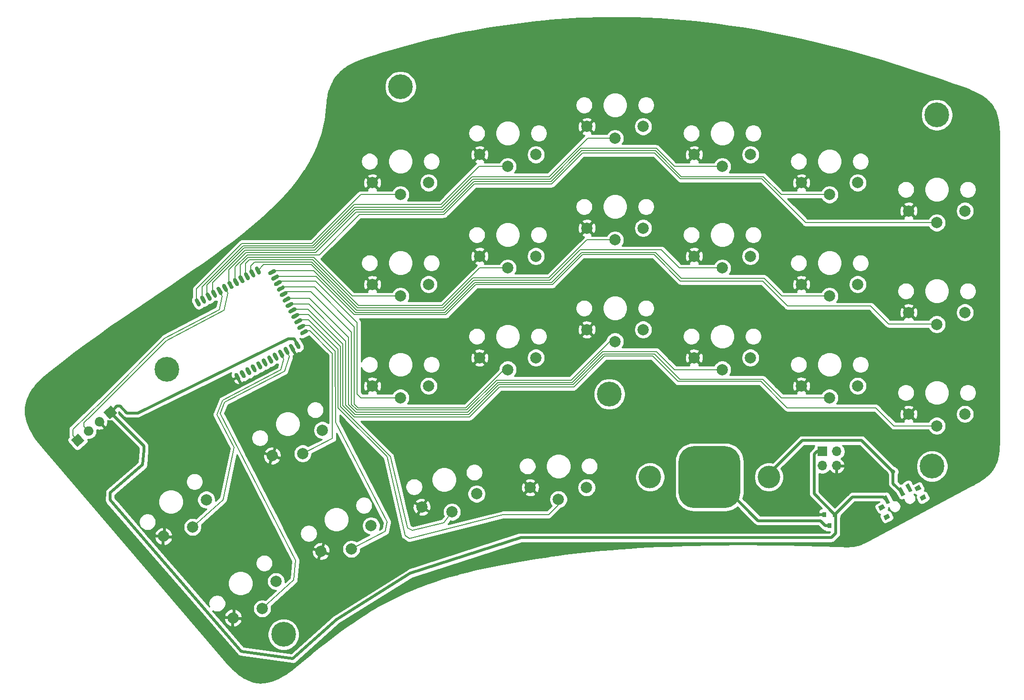
<source format=gbr>
G04 #@! TF.GenerationSoftware,KiCad,Pcbnew,(5.1.9)-1*
G04 #@! TF.CreationDate,2021-01-29T17:36:36+01:00*
G04 #@! TF.ProjectId,Mathias_ergo,4d617468-6961-4735-9f65-72676f2e6b69,1.0*
G04 #@! TF.SameCoordinates,Original*
G04 #@! TF.FileFunction,Copper,L1,Top*
G04 #@! TF.FilePolarity,Positive*
%FSLAX46Y46*%
G04 Gerber Fmt 4.6, Leading zero omitted, Abs format (unit mm)*
G04 Created by KiCad (PCBNEW (5.1.9)-1) date 2021-01-29 17:36:36*
%MOMM*%
%LPD*%
G01*
G04 APERTURE LIST*
G04 #@! TA.AperFunction,ComponentPad*
%ADD10C,4.400000*%
G04 #@! TD*
G04 #@! TA.AperFunction,SMDPad,CuDef*
%ADD11C,0.100000*%
G04 #@! TD*
G04 #@! TA.AperFunction,ComponentPad*
%ADD12C,4.000000*%
G04 #@! TD*
G04 #@! TA.AperFunction,ComponentPad*
%ADD13C,2.000000*%
G04 #@! TD*
G04 #@! TA.AperFunction,ComponentPad*
%ADD14O,1.700000X1.700000*%
G04 #@! TD*
G04 #@! TA.AperFunction,ComponentPad*
%ADD15R,1.700000X1.700000*%
G04 #@! TD*
G04 #@! TA.AperFunction,ComponentPad*
%ADD16C,0.100000*%
G04 #@! TD*
G04 #@! TA.AperFunction,SMDPad,CuDef*
%ADD17R,0.800000X0.900000*%
G04 #@! TD*
G04 #@! TA.AperFunction,ViaPad*
%ADD18C,0.800000*%
G04 #@! TD*
G04 #@! TA.AperFunction,Conductor*
%ADD19C,0.500000*%
G04 #@! TD*
G04 #@! TA.AperFunction,Conductor*
%ADD20C,0.203200*%
G04 #@! TD*
G04 #@! TA.AperFunction,Conductor*
%ADD21C,0.200000*%
G04 #@! TD*
G04 #@! TA.AperFunction,Conductor*
%ADD22C,0.254000*%
G04 #@! TD*
G04 #@! TA.AperFunction,Conductor*
%ADD23C,0.100000*%
G04 #@! TD*
G04 APERTURE END LIST*
D10*
X216213221Y-70934158D03*
X215369441Y-133352399D03*
X120963221Y-65934159D03*
X158063221Y-120534158D03*
X79476934Y-116165750D03*
X100195457Y-163246749D03*
G04 #@! TA.AperFunction,SMDPad,CuDef*
D11*
G36*
X213505514Y-139515288D02*
G01*
X213129937Y-138808930D01*
X214012884Y-138339458D01*
X214388461Y-139045816D01*
X213505514Y-139515288D01*
G37*
G04 #@! TD.AperFunction*
G04 #@! TA.AperFunction,SMDPad,CuDef*
G36*
X212599434Y-137811199D02*
G01*
X212223857Y-137104841D01*
X213106804Y-136635369D01*
X213482381Y-137341727D01*
X212599434Y-137811199D01*
G37*
G04 #@! TD.AperFunction*
G04 #@! TA.AperFunction,SMDPad,CuDef*
G36*
X207059996Y-142942431D02*
G01*
X206684419Y-142236073D01*
X207567366Y-141766601D01*
X207942943Y-142472959D01*
X207059996Y-142942431D01*
G37*
G04 #@! TD.AperFunction*
G04 #@! TA.AperFunction,SMDPad,CuDef*
G36*
X206153916Y-141238342D02*
G01*
X205778339Y-140531984D01*
X206661286Y-140062512D01*
X207036863Y-140768870D01*
X206153916Y-141238342D01*
G37*
G04 #@! TD.AperFunction*
G04 #@! TA.AperFunction,SMDPad,CuDef*
G36*
X211291529Y-138013957D02*
G01*
X210587322Y-136689535D01*
X211205385Y-136360905D01*
X211909592Y-137685327D01*
X211291529Y-138013957D01*
G37*
G04 #@! TD.AperFunction*
G04 #@! TA.AperFunction,SMDPad,CuDef*
G36*
X209967107Y-138718164D02*
G01*
X209262900Y-137393742D01*
X209880963Y-137065112D01*
X210585170Y-138389534D01*
X209967107Y-138718164D01*
G37*
G04 #@! TD.AperFunction*
G04 #@! TA.AperFunction,SMDPad,CuDef*
G36*
X207318265Y-140126579D02*
G01*
X206614058Y-138802157D01*
X207232121Y-138473527D01*
X207936328Y-139797949D01*
X207318265Y-140126579D01*
G37*
G04 #@! TD.AperFunction*
G04 #@! TA.AperFunction,SMDPad,CuDef*
G36*
G01*
X181330721Y-132534158D02*
X181330721Y-138034158D01*
G75*
G02*
X178580721Y-140784158I-2750000J0D01*
G01*
X173080721Y-140784158D01*
G75*
G02*
X170330721Y-138034158I0J2750000D01*
G01*
X170330721Y-132534158D01*
G75*
G02*
X173080721Y-129784158I2750000J0D01*
G01*
X178580721Y-129784158D01*
G75*
G02*
X181330721Y-132534158I0J-2750000D01*
G01*
G37*
G04 #@! TD.AperFunction*
D12*
X186384421Y-135284158D03*
X165277021Y-135284158D03*
X165277021Y-135284158D03*
X186384421Y-135284158D03*
D13*
X125963221Y-82984158D03*
X120963221Y-85084158D03*
X115963221Y-82984158D03*
X115741644Y-143921563D03*
X112239991Y-148062629D03*
X106831578Y-148461468D03*
X164063221Y-91034158D03*
X159063221Y-93134158D03*
X154063221Y-91034158D03*
X86474132Y-139311448D03*
X84035943Y-144155541D03*
X78870073Y-145805929D03*
X154013221Y-137134158D03*
X149013221Y-139234158D03*
X144013221Y-137134158D03*
X107093125Y-126947889D03*
X103591472Y-131088955D03*
X98183059Y-131487794D03*
X202163221Y-82984158D03*
X197163221Y-85084158D03*
X192163221Y-82984158D03*
X202163221Y-119084158D03*
X197163221Y-121184158D03*
X192163221Y-119084158D03*
X145013221Y-114084158D03*
X140013221Y-116184158D03*
X135013221Y-114084158D03*
X125963221Y-119084158D03*
X120963221Y-121184158D03*
X115963221Y-119084158D03*
X164063221Y-72984158D03*
X159063221Y-75084158D03*
X154063221Y-72984158D03*
X183113221Y-114084158D03*
X178113221Y-116184158D03*
X173113221Y-114084158D03*
X145013221Y-96034158D03*
X140013221Y-98134158D03*
X135013221Y-96034158D03*
X145013221Y-77984158D03*
X140013221Y-80084158D03*
X135013221Y-77984158D03*
X98846118Y-153797181D03*
X96407929Y-158641274D03*
X91242059Y-160291662D03*
X221213221Y-87984158D03*
X216213221Y-90084158D03*
X211213221Y-87984158D03*
X202163221Y-101034158D03*
X197163221Y-103134158D03*
X192163221Y-101034158D03*
X183113221Y-96034158D03*
X178113221Y-98134158D03*
X173113221Y-96034158D03*
X183113221Y-77984158D03*
X178113221Y-80084158D03*
X173113221Y-77984158D03*
X164063221Y-109084158D03*
X159063221Y-111184158D03*
X154063221Y-109084158D03*
X125963221Y-101034158D03*
X120963221Y-103134158D03*
X115963221Y-101034158D03*
X221213221Y-106034158D03*
X216213221Y-108134158D03*
X211213221Y-106034158D03*
X134475761Y-138262991D03*
X130104147Y-141472195D03*
X124752062Y-140597445D03*
X221213221Y-124084158D03*
X216213221Y-126184158D03*
X211213221Y-124084158D03*
G04 #@! TA.AperFunction,SMDPad,CuDef*
G36*
G01*
X98845157Y-98507248D02*
X98845157Y-98507248D01*
G75*
G02*
X98700440Y-98980595I-309032J-164315D01*
G01*
X97958764Y-99374951D01*
G75*
G02*
X97485417Y-99230234I-164315J309032D01*
G01*
X97485417Y-99230234D01*
G75*
G02*
X97630134Y-98756887I309032J164315D01*
G01*
X98371810Y-98362531D01*
G75*
G02*
X98845157Y-98507248I164315J-309032D01*
G01*
G37*
G04 #@! TD.AperFunction*
G04 #@! TA.AperFunction,SMDPad,CuDef*
G36*
G01*
X99361576Y-99478490D02*
X99361576Y-99478490D01*
G75*
G02*
X99216859Y-99951837I-309032J-164315D01*
G01*
X98475183Y-100346193D01*
G75*
G02*
X98001836Y-100201476I-164315J309032D01*
G01*
X98001836Y-100201476D01*
G75*
G02*
X98146553Y-99728129I309032J164315D01*
G01*
X98888229Y-99333773D01*
G75*
G02*
X99361576Y-99478490I164315J-309032D01*
G01*
G37*
G04 #@! TD.AperFunction*
G04 #@! TA.AperFunction,SMDPad,CuDef*
G36*
G01*
X99877995Y-100449732D02*
X99877995Y-100449732D01*
G75*
G02*
X99733278Y-100923079I-309032J-164315D01*
G01*
X98991602Y-101317435D01*
G75*
G02*
X98518255Y-101172718I-164315J309032D01*
G01*
X98518255Y-101172718D01*
G75*
G02*
X98662972Y-100699371I309032J164315D01*
G01*
X99404648Y-100305015D01*
G75*
G02*
X99877995Y-100449732I164315J-309032D01*
G01*
G37*
G04 #@! TD.AperFunction*
G04 #@! TA.AperFunction,SMDPad,CuDef*
G36*
G01*
X85308191Y-104934833D02*
X85308191Y-104934833D01*
G75*
G02*
X84834844Y-104790116I-164315J309032D01*
G01*
X84440488Y-104048440D01*
G75*
G02*
X84585205Y-103575093I309032J164315D01*
G01*
X84585205Y-103575093D01*
G75*
G02*
X85058552Y-103719810I164315J-309032D01*
G01*
X85452908Y-104461486D01*
G75*
G02*
X85308191Y-104934833I-309032J-164315D01*
G01*
G37*
G04 #@! TD.AperFunction*
G04 #@! TA.AperFunction,SMDPad,CuDef*
G36*
G01*
X86279433Y-104418414D02*
X86279433Y-104418414D01*
G75*
G02*
X85806086Y-104273697I-164315J309032D01*
G01*
X85411730Y-103532021D01*
G75*
G02*
X85556447Y-103058674I309032J164315D01*
G01*
X85556447Y-103058674D01*
G75*
G02*
X86029794Y-103203391I164315J-309032D01*
G01*
X86424150Y-103945067D01*
G75*
G02*
X86279433Y-104418414I-309032J-164315D01*
G01*
G37*
G04 #@! TD.AperFunction*
G04 #@! TA.AperFunction,SMDPad,CuDef*
G36*
G01*
X87250675Y-103901995D02*
X87250675Y-103901995D01*
G75*
G02*
X86777328Y-103757278I-164315J309032D01*
G01*
X86382972Y-103015602D01*
G75*
G02*
X86527689Y-102542255I309032J164315D01*
G01*
X86527689Y-102542255D01*
G75*
G02*
X87001036Y-102686972I164315J-309032D01*
G01*
X87395392Y-103428648D01*
G75*
G02*
X87250675Y-103901995I-309032J-164315D01*
G01*
G37*
G04 #@! TD.AperFunction*
G04 #@! TA.AperFunction,SMDPad,CuDef*
G36*
G01*
X88221918Y-103385577D02*
X88221918Y-103385577D01*
G75*
G02*
X87748571Y-103240860I-164315J309032D01*
G01*
X87354215Y-102499184D01*
G75*
G02*
X87498932Y-102025837I309032J164315D01*
G01*
X87498932Y-102025837D01*
G75*
G02*
X87972279Y-102170554I164315J-309032D01*
G01*
X88366635Y-102912230D01*
G75*
G02*
X88221918Y-103385577I-309032J-164315D01*
G01*
G37*
G04 #@! TD.AperFunction*
G04 #@! TA.AperFunction,SMDPad,CuDef*
G36*
G01*
X89193160Y-102869158D02*
X89193160Y-102869158D01*
G75*
G02*
X88719813Y-102724441I-164315J309032D01*
G01*
X88325457Y-101982765D01*
G75*
G02*
X88470174Y-101509418I309032J164315D01*
G01*
X88470174Y-101509418D01*
G75*
G02*
X88943521Y-101654135I164315J-309032D01*
G01*
X89337877Y-102395811D01*
G75*
G02*
X89193160Y-102869158I-309032J-164315D01*
G01*
G37*
G04 #@! TD.AperFunction*
G04 #@! TA.AperFunction,SMDPad,CuDef*
G36*
G01*
X90164402Y-102352739D02*
X90164402Y-102352739D01*
G75*
G02*
X89691055Y-102208022I-164315J309032D01*
G01*
X89296699Y-101466346D01*
G75*
G02*
X89441416Y-100992999I309032J164315D01*
G01*
X89441416Y-100992999D01*
G75*
G02*
X89914763Y-101137716I164315J-309032D01*
G01*
X90309119Y-101879392D01*
G75*
G02*
X90164402Y-102352739I-309032J-164315D01*
G01*
G37*
G04 #@! TD.AperFunction*
G04 #@! TA.AperFunction,SMDPad,CuDef*
G36*
G01*
X91135645Y-101836320D02*
X91135645Y-101836320D01*
G75*
G02*
X90662298Y-101691603I-164315J309032D01*
G01*
X90267942Y-100949927D01*
G75*
G02*
X90412659Y-100476580I309032J164315D01*
G01*
X90412659Y-100476580D01*
G75*
G02*
X90886006Y-100621297I164315J-309032D01*
G01*
X91280362Y-101362973D01*
G75*
G02*
X91135645Y-101836320I-309032J-164315D01*
G01*
G37*
G04 #@! TD.AperFunction*
G04 #@! TA.AperFunction,SMDPad,CuDef*
G36*
G01*
X92106887Y-101319902D02*
X92106887Y-101319902D01*
G75*
G02*
X91633540Y-101175185I-164315J309032D01*
G01*
X91239184Y-100433509D01*
G75*
G02*
X91383901Y-99960162I309032J164315D01*
G01*
X91383901Y-99960162D01*
G75*
G02*
X91857248Y-100104879I164315J-309032D01*
G01*
X92251604Y-100846555D01*
G75*
G02*
X92106887Y-101319902I-309032J-164315D01*
G01*
G37*
G04 #@! TD.AperFunction*
G04 #@! TA.AperFunction,SMDPad,CuDef*
G36*
G01*
X93078129Y-100803483D02*
X93078129Y-100803483D01*
G75*
G02*
X92604782Y-100658766I-164315J309032D01*
G01*
X92210426Y-99917090D01*
G75*
G02*
X92355143Y-99443743I309032J164315D01*
G01*
X92355143Y-99443743D01*
G75*
G02*
X92828490Y-99588460I164315J-309032D01*
G01*
X93222846Y-100330136D01*
G75*
G02*
X93078129Y-100803483I-309032J-164315D01*
G01*
G37*
G04 #@! TD.AperFunction*
G04 #@! TA.AperFunction,SMDPad,CuDef*
G36*
G01*
X94049372Y-100287064D02*
X94049372Y-100287064D01*
G75*
G02*
X93576025Y-100142347I-164315J309032D01*
G01*
X93181669Y-99400671D01*
G75*
G02*
X93326386Y-98927324I309032J164315D01*
G01*
X93326386Y-98927324D01*
G75*
G02*
X93799733Y-99072041I164315J-309032D01*
G01*
X94194089Y-99813717D01*
G75*
G02*
X94049372Y-100287064I-309032J-164315D01*
G01*
G37*
G04 #@! TD.AperFunction*
G04 #@! TA.AperFunction,SMDPad,CuDef*
G36*
G01*
X95020614Y-99770646D02*
X95020614Y-99770646D01*
G75*
G02*
X94547267Y-99625929I-164315J309032D01*
G01*
X94152911Y-98884253D01*
G75*
G02*
X94297628Y-98410906I309032J164315D01*
G01*
X94297628Y-98410906D01*
G75*
G02*
X94770975Y-98555623I164315J-309032D01*
G01*
X95165331Y-99297299D01*
G75*
G02*
X95020614Y-99770646I-309032J-164315D01*
G01*
G37*
G04 #@! TD.AperFunction*
G04 #@! TA.AperFunction,SMDPad,CuDef*
G36*
G01*
X95991857Y-99254227D02*
X95991857Y-99254227D01*
G75*
G02*
X95518510Y-99109510I-164315J309032D01*
G01*
X95124154Y-98367834D01*
G75*
G02*
X95268871Y-97894487I309032J164315D01*
G01*
X95268871Y-97894487D01*
G75*
G02*
X95742218Y-98039204I164315J-309032D01*
G01*
X96136574Y-98780880D01*
G75*
G02*
X95991857Y-99254227I-309032J-164315D01*
G01*
G37*
G04 #@! TD.AperFunction*
G04 #@! TA.AperFunction,SMDPad,CuDef*
G36*
G01*
X100394413Y-101420975D02*
X100394413Y-101420975D01*
G75*
G02*
X100249696Y-101894322I-309032J-164315D01*
G01*
X99508020Y-102288678D01*
G75*
G02*
X99034673Y-102143961I-164315J309032D01*
G01*
X99034673Y-102143961D01*
G75*
G02*
X99179390Y-101670614I309032J164315D01*
G01*
X99921066Y-101276258D01*
G75*
G02*
X100394413Y-101420975I164315J-309032D01*
G01*
G37*
G04 #@! TD.AperFunction*
G04 #@! TA.AperFunction,SMDPad,CuDef*
G36*
G01*
X100910832Y-102392217D02*
X100910832Y-102392217D01*
G75*
G02*
X100766115Y-102865564I-309032J-164315D01*
G01*
X100024439Y-103259920D01*
G75*
G02*
X99551092Y-103115203I-164315J309032D01*
G01*
X99551092Y-103115203D01*
G75*
G02*
X99695809Y-102641856I309032J164315D01*
G01*
X100437485Y-102247500D01*
G75*
G02*
X100910832Y-102392217I164315J-309032D01*
G01*
G37*
G04 #@! TD.AperFunction*
G04 #@! TA.AperFunction,SMDPad,CuDef*
G36*
G01*
X101427251Y-103363459D02*
X101427251Y-103363459D01*
G75*
G02*
X101282534Y-103836806I-309032J-164315D01*
G01*
X100540858Y-104231162D01*
G75*
G02*
X100067511Y-104086445I-164315J309032D01*
G01*
X100067511Y-104086445D01*
G75*
G02*
X100212228Y-103613098I309032J164315D01*
G01*
X100953904Y-103218742D01*
G75*
G02*
X101427251Y-103363459I164315J-309032D01*
G01*
G37*
G04 #@! TD.AperFunction*
G04 #@! TA.AperFunction,SMDPad,CuDef*
G36*
G01*
X101943670Y-104334702D02*
X101943670Y-104334702D01*
G75*
G02*
X101798953Y-104808049I-309032J-164315D01*
G01*
X101057277Y-105202405D01*
G75*
G02*
X100583930Y-105057688I-164315J309032D01*
G01*
X100583930Y-105057688D01*
G75*
G02*
X100728647Y-104584341I309032J164315D01*
G01*
X101470323Y-104189985D01*
G75*
G02*
X101943670Y-104334702I164315J-309032D01*
G01*
G37*
G04 #@! TD.AperFunction*
G04 #@! TA.AperFunction,SMDPad,CuDef*
G36*
G01*
X102460088Y-105305944D02*
X102460088Y-105305944D01*
G75*
G02*
X102315371Y-105779291I-309032J-164315D01*
G01*
X101573695Y-106173647D01*
G75*
G02*
X101100348Y-106028930I-164315J309032D01*
G01*
X101100348Y-106028930D01*
G75*
G02*
X101245065Y-105555583I309032J164315D01*
G01*
X101986741Y-105161227D01*
G75*
G02*
X102460088Y-105305944I164315J-309032D01*
G01*
G37*
G04 #@! TD.AperFunction*
G04 #@! TA.AperFunction,SMDPad,CuDef*
G36*
G01*
X102976507Y-106277186D02*
X102976507Y-106277186D01*
G75*
G02*
X102831790Y-106750533I-309032J-164315D01*
G01*
X102090114Y-107144889D01*
G75*
G02*
X101616767Y-107000172I-164315J309032D01*
G01*
X101616767Y-107000172D01*
G75*
G02*
X101761484Y-106526825I309032J164315D01*
G01*
X102503160Y-106132469D01*
G75*
G02*
X102976507Y-106277186I164315J-309032D01*
G01*
G37*
G04 #@! TD.AperFunction*
G04 #@! TA.AperFunction,SMDPad,CuDef*
G36*
G01*
X103492926Y-107248429D02*
X103492926Y-107248429D01*
G75*
G02*
X103348209Y-107721776I-309032J-164315D01*
G01*
X102606533Y-108116132D01*
G75*
G02*
X102133186Y-107971415I-164315J309032D01*
G01*
X102133186Y-107971415D01*
G75*
G02*
X102277903Y-107498068I309032J164315D01*
G01*
X103019579Y-107103712D01*
G75*
G02*
X103492926Y-107248429I164315J-309032D01*
G01*
G37*
G04 #@! TD.AperFunction*
G04 #@! TA.AperFunction,SMDPad,CuDef*
G36*
G01*
X104009344Y-108219671D02*
X104009344Y-108219671D01*
G75*
G02*
X103864627Y-108693018I-309032J-164315D01*
G01*
X103122951Y-109087374D01*
G75*
G02*
X102649604Y-108942657I-164315J309032D01*
G01*
X102649604Y-108942657D01*
G75*
G02*
X102794321Y-108469310I309032J164315D01*
G01*
X103535997Y-108074954D01*
G75*
G02*
X104009344Y-108219671I164315J-309032D01*
G01*
G37*
G04 #@! TD.AperFunction*
G04 #@! TA.AperFunction,SMDPad,CuDef*
G36*
G01*
X104525763Y-109190913D02*
X104525763Y-109190913D01*
G75*
G02*
X104381046Y-109664260I-309032J-164315D01*
G01*
X103639370Y-110058616D01*
G75*
G02*
X103166023Y-109913899I-164315J309032D01*
G01*
X103166023Y-109913899D01*
G75*
G02*
X103310740Y-109440552I309032J164315D01*
G01*
X104052416Y-109046196D01*
G75*
G02*
X104525763Y-109190913I164315J-309032D01*
G01*
G37*
G04 #@! TD.AperFunction*
G04 #@! TA.AperFunction,SMDPad,CuDef*
G36*
G01*
X103033930Y-112498441D02*
X103033930Y-112498441D01*
G75*
G02*
X102560583Y-112353724I-164315J309032D01*
G01*
X102166227Y-111612048D01*
G75*
G02*
X102310944Y-111138701I309032J164315D01*
G01*
X102310944Y-111138701D01*
G75*
G02*
X102784291Y-111283418I164315J-309032D01*
G01*
X103178647Y-112025094D01*
G75*
G02*
X103033930Y-112498441I-309032J-164315D01*
G01*
G37*
G04 #@! TD.AperFunction*
G04 #@! TA.AperFunction,SMDPad,CuDef*
G36*
G01*
X102062688Y-113014859D02*
X102062688Y-113014859D01*
G75*
G02*
X101589341Y-112870142I-164315J309032D01*
G01*
X101194985Y-112128466D01*
G75*
G02*
X101339702Y-111655119I309032J164315D01*
G01*
X101339702Y-111655119D01*
G75*
G02*
X101813049Y-111799836I164315J-309032D01*
G01*
X102207405Y-112541512D01*
G75*
G02*
X102062688Y-113014859I-309032J-164315D01*
G01*
G37*
G04 #@! TD.AperFunction*
G04 #@! TA.AperFunction,SMDPad,CuDef*
G36*
G01*
X101091445Y-113531278D02*
X101091445Y-113531278D01*
G75*
G02*
X100618098Y-113386561I-164315J309032D01*
G01*
X100223742Y-112644885D01*
G75*
G02*
X100368459Y-112171538I309032J164315D01*
G01*
X100368459Y-112171538D01*
G75*
G02*
X100841806Y-112316255I164315J-309032D01*
G01*
X101236162Y-113057931D01*
G75*
G02*
X101091445Y-113531278I-309032J-164315D01*
G01*
G37*
G04 #@! TD.AperFunction*
G04 #@! TA.AperFunction,SMDPad,CuDef*
G36*
G01*
X100120203Y-114047697D02*
X100120203Y-114047697D01*
G75*
G02*
X99646856Y-113902980I-164315J309032D01*
G01*
X99252500Y-113161304D01*
G75*
G02*
X99397217Y-112687957I309032J164315D01*
G01*
X99397217Y-112687957D01*
G75*
G02*
X99870564Y-112832674I164315J-309032D01*
G01*
X100264920Y-113574350D01*
G75*
G02*
X100120203Y-114047697I-309032J-164315D01*
G01*
G37*
G04 #@! TD.AperFunction*
G04 #@! TA.AperFunction,SMDPad,CuDef*
G36*
G01*
X99148961Y-114564116D02*
X99148961Y-114564116D01*
G75*
G02*
X98675614Y-114419399I-164315J309032D01*
G01*
X98281258Y-113677723D01*
G75*
G02*
X98425975Y-113204376I309032J164315D01*
G01*
X98425975Y-113204376D01*
G75*
G02*
X98899322Y-113349093I164315J-309032D01*
G01*
X99293678Y-114090769D01*
G75*
G02*
X99148961Y-114564116I-309032J-164315D01*
G01*
G37*
G04 #@! TD.AperFunction*
G04 #@! TA.AperFunction,SMDPad,CuDef*
G36*
G01*
X98177718Y-115080534D02*
X98177718Y-115080534D01*
G75*
G02*
X97704371Y-114935817I-164315J309032D01*
G01*
X97310015Y-114194141D01*
G75*
G02*
X97454732Y-113720794I309032J164315D01*
G01*
X97454732Y-113720794D01*
G75*
G02*
X97928079Y-113865511I164315J-309032D01*
G01*
X98322435Y-114607187D01*
G75*
G02*
X98177718Y-115080534I-309032J-164315D01*
G01*
G37*
G04 #@! TD.AperFunction*
G04 #@! TA.AperFunction,SMDPad,CuDef*
G36*
G01*
X97206476Y-115596953D02*
X97206476Y-115596953D01*
G75*
G02*
X96733129Y-115452236I-164315J309032D01*
G01*
X96338773Y-114710560D01*
G75*
G02*
X96483490Y-114237213I309032J164315D01*
G01*
X96483490Y-114237213D01*
G75*
G02*
X96956837Y-114381930I164315J-309032D01*
G01*
X97351193Y-115123606D01*
G75*
G02*
X97206476Y-115596953I-309032J-164315D01*
G01*
G37*
G04 #@! TD.AperFunction*
G04 #@! TA.AperFunction,SMDPad,CuDef*
G36*
G01*
X96235233Y-116113372D02*
X96235233Y-116113372D01*
G75*
G02*
X95761886Y-115968655I-164315J309032D01*
G01*
X95367530Y-115226979D01*
G75*
G02*
X95512247Y-114753632I309032J164315D01*
G01*
X95512247Y-114753632D01*
G75*
G02*
X95985594Y-114898349I164315J-309032D01*
G01*
X96379950Y-115640025D01*
G75*
G02*
X96235233Y-116113372I-309032J-164315D01*
G01*
G37*
G04 #@! TD.AperFunction*
G04 #@! TA.AperFunction,SMDPad,CuDef*
G36*
G01*
X95263991Y-116629791D02*
X95263991Y-116629791D01*
G75*
G02*
X94790644Y-116485074I-164315J309032D01*
G01*
X94396288Y-115743398D01*
G75*
G02*
X94541005Y-115270051I309032J164315D01*
G01*
X94541005Y-115270051D01*
G75*
G02*
X95014352Y-115414768I164315J-309032D01*
G01*
X95408708Y-116156444D01*
G75*
G02*
X95263991Y-116629791I-309032J-164315D01*
G01*
G37*
G04 #@! TD.AperFunction*
G04 #@! TA.AperFunction,SMDPad,CuDef*
G36*
G01*
X94292749Y-117146209D02*
X94292749Y-117146209D01*
G75*
G02*
X93819402Y-117001492I-164315J309032D01*
G01*
X93425046Y-116259816D01*
G75*
G02*
X93569763Y-115786469I309032J164315D01*
G01*
X93569763Y-115786469D01*
G75*
G02*
X94043110Y-115931186I164315J-309032D01*
G01*
X94437466Y-116672862D01*
G75*
G02*
X94292749Y-117146209I-309032J-164315D01*
G01*
G37*
G04 #@! TD.AperFunction*
G04 #@! TA.AperFunction,SMDPad,CuDef*
G36*
G01*
X93321506Y-117662628D02*
X93321506Y-117662628D01*
G75*
G02*
X92848159Y-117517911I-164315J309032D01*
G01*
X92453803Y-116776235D01*
G75*
G02*
X92598520Y-116302888I309032J164315D01*
G01*
X92598520Y-116302888D01*
G75*
G02*
X93071867Y-116447605I164315J-309032D01*
G01*
X93466223Y-117189281D01*
G75*
G02*
X93321506Y-117662628I-309032J-164315D01*
G01*
G37*
G04 #@! TD.AperFunction*
G04 #@! TA.AperFunction,SMDPad,CuDef*
G36*
G01*
X92350264Y-118179047D02*
X92350264Y-118179047D01*
G75*
G02*
X91876917Y-118034330I-164315J309032D01*
G01*
X91482561Y-117292654D01*
G75*
G02*
X91627278Y-116819307I309032J164315D01*
G01*
X91627278Y-116819307D01*
G75*
G02*
X92100625Y-116964024I164315J-309032D01*
G01*
X92494981Y-117705700D01*
G75*
G02*
X92350264Y-118179047I-309032J-164315D01*
G01*
G37*
G04 #@! TD.AperFunction*
D14*
X198428221Y-133272914D03*
X195888221Y-133272914D03*
X198428221Y-130732914D03*
D15*
X195888221Y-130732914D03*
G04 #@! TA.AperFunction,ComponentPad*
G36*
G01*
X64202013Y-129401721D02*
X64202013Y-129401721D01*
G75*
G02*
X63003637Y-129307407I-552031J646345D01*
G01*
X63003637Y-129307407D01*
G75*
G02*
X63097951Y-128109031I646345J552031D01*
G01*
X63097951Y-128109031D01*
G75*
G02*
X64296327Y-128203345I552031J-646345D01*
G01*
X64296327Y-128203345D01*
G75*
G02*
X64202013Y-129401721I-646345J-552031D01*
G01*
G37*
G04 #@! TD.AperFunction*
G04 #@! TA.AperFunction,ComponentPad*
G36*
G01*
X66133444Y-127752123D02*
X66133444Y-127752123D01*
G75*
G02*
X64935068Y-127657809I-552031J646345D01*
G01*
X64935068Y-127657809D01*
G75*
G02*
X65029382Y-126459433I646345J552031D01*
G01*
X65029382Y-126459433D01*
G75*
G02*
X66227758Y-126553747I552031J-646345D01*
G01*
X66227758Y-126553747D01*
G75*
G02*
X66133444Y-127752123I-646345J-552031D01*
G01*
G37*
G04 #@! TD.AperFunction*
G04 #@! TA.AperFunction,ComponentPad*
G36*
G01*
X68064875Y-126102525D02*
X68064875Y-126102525D01*
G75*
G02*
X66866499Y-126008211I-552031J646345D01*
G01*
X66866499Y-126008211D01*
G75*
G02*
X66960813Y-124809835I646345J552031D01*
G01*
X66960813Y-124809835D01*
G75*
G02*
X68159189Y-124904149I552031J-646345D01*
G01*
X68159189Y-124904149D01*
G75*
G02*
X68064875Y-126102525I-646345J-552031D01*
G01*
G37*
G04 #@! TD.AperFunction*
G04 #@! TA.AperFunction,ComponentPad*
D16*
G36*
X70642651Y-123900896D02*
G01*
X69349961Y-125004958D01*
X68245899Y-123712268D01*
X69538589Y-122608206D01*
X70642651Y-123900896D01*
G37*
G04 #@! TD.AperFunction*
D17*
X197163221Y-143934221D03*
X196213221Y-141934221D03*
X198113221Y-141934221D03*
G04 #@! TA.AperFunction,ComponentPad*
G36*
G01*
X69996306Y-124452927D02*
X69996306Y-124452927D01*
G75*
G02*
X68797930Y-124358613I-552031J646345D01*
G01*
X68797930Y-124358613D01*
G75*
G02*
X68892244Y-123160237I646345J552031D01*
G01*
X68892244Y-123160237D01*
G75*
G02*
X70090620Y-123254551I552031J-646345D01*
G01*
X70090620Y-123254551D01*
G75*
G02*
X69996306Y-124452927I-646345J-552031D01*
G01*
G37*
G04 #@! TD.AperFunction*
G04 #@! TA.AperFunction,ComponentPad*
G36*
G01*
X68064875Y-126102525D02*
X68064875Y-126102525D01*
G75*
G02*
X66866499Y-126008211I-552031J646345D01*
G01*
X66866499Y-126008211D01*
G75*
G02*
X66960813Y-124809835I646345J552031D01*
G01*
X66960813Y-124809835D01*
G75*
G02*
X68159189Y-124904149I552031J-646345D01*
G01*
X68159189Y-124904149D01*
G75*
G02*
X68064875Y-126102525I-646345J-552031D01*
G01*
G37*
G04 #@! TD.AperFunction*
G04 #@! TA.AperFunction,ComponentPad*
G36*
G01*
X66133444Y-127752123D02*
X66133444Y-127752123D01*
G75*
G02*
X64935068Y-127657809I-552031J646345D01*
G01*
X64935068Y-127657809D01*
G75*
G02*
X65029382Y-126459433I646345J552031D01*
G01*
X65029382Y-126459433D01*
G75*
G02*
X66227758Y-126553747I552031J-646345D01*
G01*
X66227758Y-126553747D01*
G75*
G02*
X66133444Y-127752123I-646345J-552031D01*
G01*
G37*
G04 #@! TD.AperFunction*
G04 #@! TA.AperFunction,ComponentPad*
D16*
G36*
X64848358Y-128849690D02*
G01*
X63555668Y-129953752D01*
X62451606Y-128661062D01*
X63744296Y-127557000D01*
X64848358Y-128849690D01*
G37*
G04 #@! TD.AperFunction*
D18*
X208457800Y-134340612D03*
D19*
X195529200Y-143027400D02*
X196436021Y-143934221D01*
X196436021Y-143934221D02*
X197163221Y-143934221D01*
X184480200Y-143027400D02*
X195529200Y-143027400D01*
X178113221Y-136660421D02*
X184480200Y-143027400D01*
X178113221Y-132284158D02*
X178113221Y-136660421D01*
D20*
X79400400Y-111074200D02*
X89662000Y-105664000D01*
X89662000Y-105664000D02*
X90297000Y-102616000D01*
X90297000Y-102616000D02*
X89802909Y-101672869D01*
X65468500Y-124968000D02*
X79400400Y-111074200D01*
D19*
X194411600Y-138232600D02*
X198113221Y-141934221D01*
X195888221Y-130732914D02*
X194920486Y-130732914D01*
X194920486Y-130732914D02*
X194411600Y-131241800D01*
X194411600Y-131241800D02*
X194411600Y-138232600D01*
X201261842Y-138785600D02*
X198113221Y-141934221D01*
X206760740Y-138785600D02*
X201261842Y-138785600D01*
X207275193Y-139300053D02*
X206760740Y-138785600D01*
X198247000Y-142068000D02*
X198113221Y-141934221D01*
X198247000Y-145288000D02*
X198247000Y-142068000D01*
X197511097Y-146023903D02*
X198247000Y-145288000D01*
X142342297Y-146023903D02*
X197511097Y-146023903D01*
X142341600Y-146024600D02*
X142342297Y-146023903D01*
X122682000Y-152400000D02*
X142341600Y-146024600D01*
X75374500Y-130556000D02*
X75184000Y-133096000D01*
X75184000Y-133096000D02*
X69395848Y-138026648D01*
X69367400Y-139344400D02*
X92684600Y-166243000D01*
X69395848Y-138026648D02*
X69367400Y-139344400D01*
X92684600Y-166243000D02*
X101854000Y-167538400D01*
X101854000Y-167538400D02*
X109575600Y-160578800D01*
X109575600Y-160578800D02*
X122682000Y-152400000D01*
X75374500Y-129736807D02*
X69444275Y-123806582D01*
X75374500Y-130556000D02*
X75374500Y-129736807D01*
X72389232Y-123900432D02*
X71170800Y-122682000D01*
X74268832Y-123900432D02*
X72389232Y-123900432D01*
X101092000Y-110744000D02*
X74268832Y-123900432D01*
X102108000Y-110744000D02*
X101092000Y-110744000D01*
X102672437Y-111818571D02*
X102108000Y-110744000D01*
X70568857Y-122682000D02*
X69444275Y-123806582D01*
X71170800Y-122682000D02*
X70568857Y-122682000D01*
D21*
X65468500Y-124968000D02*
X65455800Y-124968000D01*
X65455800Y-124968000D02*
X64770000Y-125653800D01*
X64770000Y-126294365D02*
X65581413Y-127105778D01*
X64770000Y-125653800D02*
X64770000Y-126294365D01*
X62763400Y-127868794D02*
X63649982Y-128755376D01*
X62763400Y-126771400D02*
X62763400Y-127868794D01*
X79019400Y-110667800D02*
X68135500Y-121602500D01*
X68135500Y-121602500D02*
X62763400Y-126771400D01*
X88773000Y-105537000D02*
X79019400Y-110667800D01*
X89329828Y-103202172D02*
X88773000Y-105537000D01*
X88831667Y-102189288D02*
X89329828Y-103202172D01*
D20*
X108880000Y-128438000D02*
X103591472Y-131088955D01*
X108880000Y-113325000D02*
X108880000Y-128438000D01*
X104851200Y-109296200D02*
X108880000Y-113325000D01*
X104102099Y-109296200D02*
X104851200Y-109296200D01*
X103845893Y-109552406D02*
X104102099Y-109296200D01*
X119549008Y-85084158D02*
X120963221Y-85084158D01*
X105244844Y-93764156D02*
X113924842Y-85084158D01*
X92803940Y-93764156D02*
X105244844Y-93764156D01*
X113924842Y-85084158D02*
X119549008Y-85084158D01*
X84709000Y-101859096D02*
X92803940Y-93764156D01*
X84709000Y-104017265D02*
X84709000Y-101859096D01*
X84946698Y-104254963D02*
X84709000Y-104017265D01*
X85725000Y-101473000D02*
X85725000Y-103321566D01*
X93030633Y-94167367D02*
X85725000Y-101473000D01*
X105411859Y-94167367D02*
X93030633Y-94167367D01*
X128129996Y-86868000D02*
X112711226Y-86868000D01*
X85725000Y-103321566D02*
X85917940Y-103514506D01*
X134913838Y-80084158D02*
X128129996Y-86868000D01*
X140013221Y-80084158D02*
X134913838Y-80084158D01*
X112711226Y-86868000D02*
X105411859Y-94167367D01*
X85917940Y-103514506D02*
X85917940Y-103738544D01*
X101193600Y-113868200D02*
X100729952Y-112851408D01*
X89712800Y-121945400D02*
X100355400Y-116459000D01*
X102362000Y-150114000D02*
X88950800Y-123977400D01*
X88950800Y-123977400D02*
X89712800Y-121945400D01*
X102031800Y-153568400D02*
X102362000Y-150114000D01*
X100355400Y-116459000D02*
X101193600Y-113868200D01*
X96407929Y-158641274D02*
X102031800Y-153568400D01*
X176699008Y-98134158D02*
X178113221Y-98134158D01*
X170524158Y-98134158D02*
X176699008Y-98134158D01*
X167309778Y-94919778D02*
X170524158Y-98134158D01*
X152857222Y-94919778D02*
X167309778Y-94919778D01*
X134029320Y-100279178D02*
X147497822Y-100279178D01*
X128695320Y-105613178D02*
X134029320Y-100279178D01*
X113172928Y-105613178D02*
X128695320Y-105613178D01*
X105095750Y-97536000D02*
X113172928Y-105613178D01*
X96668721Y-97536000D02*
X105095750Y-97536000D01*
X147497822Y-100279178D02*
X152857222Y-94919778D01*
X95630364Y-98574357D02*
X96668721Y-97536000D01*
X118284625Y-144907000D02*
X112239991Y-148062629D01*
X118618000Y-143256000D02*
X118284625Y-144907000D01*
X109449138Y-125527338D02*
X118618000Y-143256000D01*
X104800400Y-108356400D02*
X109347000Y-112903000D01*
X109347000Y-112903000D02*
X109449138Y-125527338D01*
X103554238Y-108356400D02*
X104800400Y-108356400D01*
X103329474Y-108581164D02*
X103554238Y-108356400D01*
X157649008Y-93134158D02*
X159063221Y-93134158D01*
X133860980Y-99872767D02*
X147329483Y-99872767D01*
X113341267Y-105206767D02*
X128526980Y-105206767D01*
X95046800Y-97078800D02*
X105213300Y-97078800D01*
X154068092Y-93134158D02*
X157649008Y-93134158D01*
X94386400Y-97739200D02*
X95046800Y-97078800D01*
X94386400Y-98818055D02*
X94386400Y-97739200D01*
X147329483Y-99872767D02*
X154068092Y-93134158D01*
X128526980Y-105206767D02*
X133860980Y-99872767D01*
X105213300Y-97078800D02*
X113341267Y-105206767D01*
X94659121Y-99090776D02*
X94386400Y-98818055D01*
X87630000Y-102475282D02*
X87860425Y-102705707D01*
X93364663Y-94973789D02*
X87630000Y-100708452D01*
X112942347Y-87777331D02*
X105745889Y-94973789D01*
X128370167Y-87777331D02*
X112942347Y-87777331D01*
X133800720Y-82346778D02*
X128370167Y-87777331D01*
X105745889Y-94973789D02*
X93364663Y-94973789D01*
X153003120Y-76860378D02*
X147516720Y-82346778D01*
X87630000Y-100708452D02*
X87630000Y-102475282D01*
X147516720Y-82346778D02*
X133800720Y-82346778D01*
X166401880Y-76860378D02*
X153003120Y-76860378D01*
X169625659Y-80084158D02*
X166401880Y-76860378D01*
X178113221Y-80084158D02*
X169625659Y-80084158D01*
X100941933Y-103530400D02*
X100747381Y-103724952D01*
X111760000Y-110490000D02*
X104800400Y-103530400D01*
X132921737Y-123774177D02*
X113099675Y-123774176D01*
X104800400Y-103530400D02*
X100941933Y-103530400D01*
X113099675Y-123774176D02*
X111760000Y-122434502D01*
X156886373Y-112979178D02*
X151399941Y-118465610D01*
X138230304Y-118465610D02*
X132921737Y-123774177D01*
X166446178Y-112979178D02*
X156886373Y-112979178D01*
X111760000Y-122434502D02*
X111760000Y-110490000D01*
X169651158Y-116184158D02*
X166446178Y-112979178D01*
X151399941Y-118465610D02*
X138230304Y-118465610D01*
X178113221Y-116184158D02*
X169651158Y-116184158D01*
X195749008Y-85084158D02*
X197163221Y-85084158D01*
X188589158Y-85084158D02*
X195749008Y-85084158D01*
X90774152Y-101156450D02*
X90500200Y-100882498D01*
X90500200Y-98412300D02*
X93535500Y-95377000D01*
X90500200Y-100882498D02*
X90500200Y-98412300D01*
X105918000Y-95377000D02*
X113111258Y-88183742D01*
X113111258Y-88183742D02*
X128538507Y-88183742D01*
X128538507Y-88183742D02*
X133969060Y-82753189D01*
X147685061Y-82753189D02*
X153171460Y-77266789D01*
X166233540Y-77266789D02*
X170856339Y-81889589D01*
X133969060Y-82753189D02*
X147685061Y-82753189D01*
X153171460Y-77266789D02*
X166233540Y-77266789D01*
X170856339Y-81889589D02*
X185394589Y-81889589D01*
X93535500Y-95377000D02*
X105918000Y-95377000D01*
X185394589Y-81889589D02*
X188589158Y-85084158D01*
X133632380Y-81940367D02*
X147348381Y-81940367D01*
X128247583Y-87325165D02*
X133632380Y-81940367D01*
X154204590Y-75084158D02*
X159063221Y-75084158D01*
X147348381Y-81940367D02*
X154204590Y-75084158D01*
X112824287Y-87325165D02*
X128247583Y-87325165D01*
X93197648Y-94570578D02*
X105578874Y-94570578D01*
X105578874Y-94570578D02*
X112824287Y-87325165D01*
X86614000Y-101154226D02*
X93197648Y-94570578D01*
X86614000Y-102946943D02*
X86614000Y-101154226D01*
X86889182Y-103222125D02*
X86614000Y-102946943D01*
X151231601Y-118059199D02*
X158106642Y-111184158D01*
X132753397Y-123367766D02*
X138061964Y-118059199D01*
X113268016Y-123367766D02*
X132753397Y-123367766D01*
X112268000Y-122367751D02*
X113268016Y-123367766D01*
X112268000Y-109550200D02*
X112268000Y-122367751D01*
X138061964Y-118059199D02*
X151231601Y-118059199D01*
X105079800Y-102362000D02*
X112268000Y-109550200D01*
X100622672Y-102362000D02*
X105079800Y-102362000D01*
X100230962Y-102753710D02*
X100622672Y-102362000D01*
X188732158Y-103134158D02*
X195749008Y-103134158D01*
X185547000Y-99949000D02*
X188732158Y-103134158D01*
X166217589Y-95351589D02*
X170815000Y-99949000D01*
X153120660Y-95351589D02*
X166217589Y-95351589D01*
X147786660Y-100685589D02*
X153120660Y-95351589D01*
X128863660Y-106019589D02*
X134197660Y-100685589D01*
X113004589Y-106019589D02*
X128863660Y-106019589D01*
X134197660Y-100685589D02*
X147786660Y-100685589D01*
X105587800Y-98602800D02*
X113004589Y-106019589D01*
X195749008Y-103134158D02*
X197163221Y-103134158D01*
X98431228Y-98602800D02*
X105587800Y-98602800D01*
X170815000Y-99949000D02*
X185547000Y-99949000D01*
X98165287Y-98868741D02*
X98431228Y-98602800D01*
X139166600Y-141960600D02*
X147286779Y-141960600D01*
X147286779Y-141960600D02*
X148013222Y-141234157D01*
X121793000Y-145669000D02*
X122529600Y-146151600D01*
X148013222Y-141234157D02*
X149013221Y-140234158D01*
X118567200Y-131648200D02*
X121793000Y-145669000D01*
X109880411Y-122961411D02*
X118567200Y-131648200D01*
X104622600Y-107315000D02*
X109880411Y-112572811D01*
X122529600Y-146151600D02*
X139166600Y-141960600D01*
X103107978Y-107315000D02*
X104622600Y-107315000D01*
X109880411Y-112572811D02*
X109880411Y-122961411D01*
X102813056Y-107609922D02*
X103107978Y-107315000D01*
X102012255Y-105435400D02*
X101780218Y-105667437D01*
X104546400Y-105435400D02*
X102012255Y-105435400D01*
X110731300Y-111620300D02*
X104546400Y-105435400D01*
X110731300Y-122555304D02*
X110731300Y-111620300D01*
X112762996Y-124587000D02*
X110731300Y-122555304D01*
X216213221Y-126184158D02*
X208607158Y-126184158D01*
X165735000Y-113792000D02*
X157223053Y-113792000D01*
X205409800Y-122986800D02*
X189661800Y-122986800D01*
X189661800Y-122986800D02*
X184962800Y-118287800D01*
X184962800Y-118287800D02*
X170230800Y-118287800D01*
X170230800Y-118287800D02*
X165735000Y-113792000D01*
X133096003Y-124586997D02*
X133096000Y-124587000D01*
X208607158Y-126184158D02*
X205409800Y-122986800D01*
X157223053Y-113792000D02*
X151736621Y-119278432D01*
X151736621Y-119278432D02*
X138566982Y-119278432D01*
X138566982Y-119278432D02*
X133258418Y-124586997D01*
X133258418Y-124586997D02*
X133096003Y-124586997D01*
X133096000Y-124587000D02*
X112762996Y-124587000D01*
X92716636Y-99899575D02*
X92716636Y-100123613D01*
X92532200Y-99715139D02*
X92716636Y-99899575D01*
X92532200Y-97561400D02*
X92532200Y-99715139D01*
X93827600Y-96266000D02*
X92532200Y-97561400D01*
X105550002Y-96266000D02*
X93827600Y-96266000D01*
X112418160Y-103134158D02*
X105550002Y-96266000D01*
X120963221Y-103134158D02*
X112418160Y-103134158D01*
X98928289Y-99593400D02*
X98681706Y-99839983D01*
X105943400Y-99593400D02*
X98928289Y-99593400D01*
X216213221Y-108134158D02*
X216156063Y-108077000D01*
X216156063Y-108077000D02*
X207645000Y-108077000D01*
X207645000Y-108077000D02*
X204470000Y-104902000D01*
X204470000Y-104902000D02*
X189738000Y-104902000D01*
X165989000Y-95758000D02*
X153289000Y-95758000D01*
X170688000Y-100457000D02*
X165989000Y-95758000D01*
X185293000Y-100457000D02*
X170688000Y-100457000D01*
X153289000Y-95758000D02*
X147955000Y-101092000D01*
X147955000Y-101092000D02*
X134366000Y-101092000D01*
X189738000Y-104902000D02*
X185293000Y-100457000D01*
X134366000Y-101092000D02*
X129032000Y-106426000D01*
X129032000Y-106426000D02*
X112776000Y-106426000D01*
X112776000Y-106426000D02*
X105943400Y-99593400D01*
X119549008Y-121184158D02*
X120963221Y-121184158D01*
X113284000Y-120523000D02*
X113945158Y-121184158D01*
X113284000Y-107823000D02*
X113284000Y-120523000D01*
X113945158Y-121184158D02*
X119549008Y-121184158D01*
X105918000Y-100457000D02*
X113284000Y-107823000D01*
X99552350Y-100457000D02*
X105918000Y-100457000D01*
X99198125Y-100811225D02*
X99552350Y-100457000D01*
X188621158Y-121184158D02*
X195749008Y-121184158D01*
X185318389Y-117881389D02*
X188621158Y-121184158D01*
X101438995Y-104521000D02*
X104673400Y-104521000D01*
X170586389Y-117881389D02*
X185318389Y-117881389D01*
X157054713Y-113385589D02*
X166090589Y-113385589D01*
X112931336Y-124180586D02*
X133090078Y-124180586D01*
X133090078Y-124180586D02*
X138398643Y-118872021D01*
X195749008Y-121184158D02*
X197163221Y-121184158D01*
X111252000Y-122501250D02*
X112931336Y-124180586D01*
X111252000Y-111099600D02*
X111252000Y-122501250D01*
X151568281Y-118872021D02*
X157054713Y-113385589D01*
X138398643Y-118872021D02*
X151568281Y-118872021D01*
X104673400Y-104521000D02*
X111252000Y-111099600D01*
X166090589Y-113385589D02*
X170586389Y-117881389D01*
X101263800Y-104696195D02*
X101438995Y-104521000D01*
X91389200Y-130048000D02*
X89458800Y-139293600D01*
X89458800Y-139293600D02*
X84035943Y-144155541D01*
X88345879Y-124159879D02*
X91389200Y-130048000D01*
X99745800Y-116255800D02*
X89382600Y-121615200D01*
X89382600Y-121615200D02*
X88345879Y-124159879D01*
X100203000Y-114325400D02*
X99745800Y-116255800D01*
X99758710Y-113367827D02*
X100203000Y-114325400D01*
X132585057Y-122961356D02*
X139362255Y-116184158D01*
X113436356Y-122961356D02*
X132585057Y-122961356D01*
X112776000Y-122301000D02*
X113436356Y-122961356D01*
X112776000Y-108559600D02*
X112776000Y-122301000D01*
X105689400Y-101473000D02*
X112776000Y-108559600D01*
X100152200Y-101473000D02*
X105689400Y-101473000D01*
X99842732Y-101782468D02*
X100152200Y-101473000D01*
X99714543Y-101782468D02*
X99842732Y-101782468D01*
D21*
X134105211Y-83185000D02*
X147828000Y-83185000D01*
X128704860Y-88585351D02*
X134105211Y-83185000D01*
X91745394Y-100640032D02*
X91567000Y-100461638D01*
X128457649Y-88585351D02*
X128704860Y-88585351D01*
X113665000Y-88646000D02*
X128397000Y-88646000D01*
X166122788Y-77724000D02*
X170689987Y-82291199D01*
X106532390Y-95778610D02*
X113665000Y-88646000D01*
X93747028Y-95778610D02*
X106532390Y-95778610D01*
X91567000Y-97958638D02*
X93747028Y-95778610D01*
X147828000Y-83185000D02*
X153289000Y-77724000D01*
X128397000Y-88646000D02*
X128457649Y-88585351D01*
X91567000Y-100461638D02*
X91567000Y-97958638D01*
X170689987Y-82291199D02*
X185161199Y-82291199D01*
X153289000Y-77724000D02*
X166122788Y-77724000D01*
X185161199Y-82291199D02*
X192954158Y-90084158D01*
X192954158Y-90084158D02*
X216213221Y-90084158D01*
D20*
X102520675Y-106638679D02*
X102296637Y-106638679D01*
X102758754Y-106400600D02*
X102520675Y-106638679D01*
X104584500Y-106400600D02*
X102758754Y-106400600D01*
X110286822Y-112102922D02*
X104584500Y-106400600D01*
X110286822Y-122758222D02*
X110286822Y-112102922D01*
X119151400Y-131597400D02*
X110286822Y-122758222D01*
X122196211Y-144298450D02*
X119151400Y-131597400D01*
X123063000Y-144780000D02*
X122196211Y-144298450D01*
X128674751Y-143383000D02*
X123063000Y-144780000D01*
X130104147Y-141472195D02*
X128674751Y-143383000D01*
X138599008Y-98134158D02*
X140013221Y-98134158D01*
X135024838Y-98134158D02*
X138599008Y-98134158D01*
X128358640Y-104800356D02*
X135024838Y-98134158D01*
X105381651Y-96672400D02*
X113509607Y-104800356D01*
X113509607Y-104800356D02*
X128358640Y-104800356D01*
X94081600Y-96672400D02*
X105381651Y-96672400D01*
X93421200Y-97332800D02*
X94081600Y-96672400D01*
X93421200Y-99340515D02*
X93421200Y-97332800D01*
X93687879Y-99607194D02*
X93421200Y-99340515D01*
D19*
X209924035Y-137891638D02*
X208457800Y-136425403D01*
X208457800Y-136425403D02*
X208457800Y-134340612D01*
X202869788Y-128752600D02*
X208457800Y-134340612D01*
X192328800Y-128752600D02*
X202869788Y-128752600D01*
X186090832Y-134990568D02*
X192328800Y-128752600D01*
X186384421Y-135284158D02*
X186090832Y-134990568D01*
D22*
X160383874Y-53625720D02*
X162532821Y-53664203D01*
X164674159Y-53736609D01*
X166808221Y-53842283D01*
X168935418Y-53980574D01*
X171056205Y-54150831D01*
X173170957Y-54352400D01*
X175280184Y-54584642D01*
X177384201Y-54846893D01*
X179483499Y-55138513D01*
X181578521Y-55458858D01*
X183669514Y-55807253D01*
X185757016Y-56183066D01*
X187841598Y-56585679D01*
X189923260Y-57014363D01*
X192002831Y-57468552D01*
X194080545Y-57947560D01*
X196156669Y-58450702D01*
X198231966Y-58977415D01*
X200306449Y-59526945D01*
X202380791Y-60098712D01*
X204455418Y-60692072D01*
X206530512Y-61306305D01*
X208606627Y-61940805D01*
X210684137Y-62594907D01*
X212763567Y-63267994D01*
X214845125Y-63959352D01*
X216929240Y-64668331D01*
X219016531Y-65394351D01*
X221105396Y-66136046D01*
X221564397Y-66305175D01*
X221999783Y-66475115D01*
X222413336Y-66646842D01*
X222805478Y-66820810D01*
X223176457Y-66997374D01*
X223526710Y-67176944D01*
X223856640Y-67359880D01*
X224166702Y-67546543D01*
X224457424Y-67737305D01*
X224729421Y-67932575D01*
X224983321Y-68132762D01*
X225219890Y-68338388D01*
X225439922Y-68550034D01*
X225644252Y-68768393D01*
X225833719Y-68994257D01*
X226009170Y-69228567D01*
X226171365Y-69472330D01*
X226320936Y-69726552D01*
X226458504Y-69992414D01*
X226584491Y-70270943D01*
X226699266Y-70563211D01*
X226803082Y-70870152D01*
X226896160Y-71192693D01*
X226978658Y-71531608D01*
X227050716Y-71887552D01*
X227112509Y-72261270D01*
X227164180Y-72653231D01*
X227205931Y-73064101D01*
X227237956Y-73494213D01*
X227260502Y-73944183D01*
X227273819Y-74414327D01*
X227278221Y-74908146D01*
X227278222Y-128572911D01*
X227275090Y-129012008D01*
X227265540Y-129429403D01*
X227249244Y-129828164D01*
X227225923Y-130208733D01*
X227195302Y-130571838D01*
X227157146Y-130917964D01*
X227111229Y-131247794D01*
X227057351Y-131561990D01*
X226995333Y-131861231D01*
X226924991Y-132146325D01*
X226846119Y-132418174D01*
X226758519Y-132677651D01*
X226661890Y-132925870D01*
X226555912Y-133163868D01*
X226440152Y-133392800D01*
X226314075Y-133613853D01*
X226177046Y-133828200D01*
X226028365Y-134036934D01*
X225867304Y-134241044D01*
X225693028Y-134441518D01*
X225504780Y-134639164D01*
X225301816Y-134834704D01*
X225083400Y-135028825D01*
X224848934Y-135222077D01*
X224597818Y-135415027D01*
X224329530Y-135608194D01*
X224043615Y-135802082D01*
X223739672Y-135997183D01*
X223417285Y-136194032D01*
X223076101Y-136393153D01*
X222715840Y-136595050D01*
X222334266Y-136801316D01*
X204110820Y-146490895D01*
X203929030Y-146586861D01*
X203755690Y-146676872D01*
X203589382Y-146761548D01*
X203429658Y-146841004D01*
X203276110Y-146915339D01*
X203128304Y-146984676D01*
X202985654Y-147049215D01*
X202847860Y-147109031D01*
X202714315Y-147164343D01*
X202584531Y-147215316D01*
X202457963Y-147262148D01*
X202334023Y-147305042D01*
X202212103Y-147344207D01*
X202091562Y-147379849D01*
X201971719Y-147412171D01*
X201851901Y-147441360D01*
X201731425Y-147467582D01*
X201609501Y-147491006D01*
X201485524Y-147511747D01*
X201358665Y-147529938D01*
X201228418Y-147545651D01*
X201094009Y-147558981D01*
X200954971Y-147569983D01*
X200810520Y-147578740D01*
X200660312Y-147585299D01*
X200503701Y-147589733D01*
X200340231Y-147592106D01*
X200169491Y-147592494D01*
X199990982Y-147590975D01*
X199804052Y-147587635D01*
X199608716Y-147582574D01*
X199402676Y-147575834D01*
X197887311Y-147523621D01*
X197887210Y-147523627D01*
X197885531Y-147523562D01*
X196349431Y-147474633D01*
X196349325Y-147474640D01*
X196347551Y-147474576D01*
X194792625Y-147429319D01*
X194792519Y-147429326D01*
X194790647Y-147429264D01*
X193218189Y-147388042D01*
X193218075Y-147388050D01*
X193216110Y-147387991D01*
X191627415Y-147351171D01*
X191627298Y-147351180D01*
X191625232Y-147351124D01*
X190021597Y-147319072D01*
X190021478Y-147319081D01*
X190019309Y-147319030D01*
X188402029Y-147292112D01*
X188401907Y-147292122D01*
X188399633Y-147292076D01*
X186770002Y-147270655D01*
X186769872Y-147270666D01*
X186767493Y-147270627D01*
X185126809Y-147255072D01*
X185126679Y-147255084D01*
X185124185Y-147255052D01*
X183473742Y-147245726D01*
X183473605Y-147245739D01*
X183470998Y-147245716D01*
X181812091Y-147242985D01*
X181811953Y-147242998D01*
X181809223Y-147242986D01*
X180143146Y-147247217D01*
X180143004Y-147247231D01*
X180140151Y-147247231D01*
X178468201Y-147258789D01*
X178468052Y-147258805D01*
X178465072Y-147258818D01*
X176788542Y-147278068D01*
X176788393Y-147278084D01*
X176785273Y-147278113D01*
X175105462Y-147305421D01*
X175105302Y-147305439D01*
X175102046Y-147305486D01*
X173420247Y-147341218D01*
X173420092Y-147341237D01*
X173416677Y-147341303D01*
X171734186Y-147385824D01*
X171734028Y-147385844D01*
X171730456Y-147385933D01*
X170048569Y-147439608D01*
X170048410Y-147439629D01*
X170044669Y-147439743D01*
X168364679Y-147502940D01*
X168364511Y-147502963D01*
X168360602Y-147503106D01*
X166683806Y-147576188D01*
X166683641Y-147576211D01*
X166679540Y-147576387D01*
X165007235Y-147659721D01*
X165007065Y-147659746D01*
X165002771Y-147659958D01*
X163336249Y-147753909D01*
X163336081Y-147753935D01*
X163331575Y-147754188D01*
X161672133Y-147859122D01*
X161671959Y-147859150D01*
X161667238Y-147859450D01*
X160016170Y-147975732D01*
X160016003Y-147975760D01*
X160011039Y-147976112D01*
X158369642Y-148104108D01*
X158369473Y-148104138D01*
X158364262Y-148104549D01*
X156733830Y-148244626D01*
X156733661Y-148244657D01*
X156728185Y-148245135D01*
X155110015Y-148397656D01*
X155109857Y-148397687D01*
X155104087Y-148398240D01*
X153499473Y-148563572D01*
X153499315Y-148563604D01*
X153493244Y-148564243D01*
X151903481Y-148742752D01*
X151903334Y-148742783D01*
X151896932Y-148743519D01*
X150323316Y-148935570D01*
X150323176Y-148935601D01*
X150316425Y-148936447D01*
X148760251Y-149142406D01*
X148760124Y-149142436D01*
X148752995Y-149143406D01*
X147215559Y-149363638D01*
X147215412Y-149363674D01*
X147209235Y-149364574D01*
X145131226Y-149682061D01*
X145131064Y-149682102D01*
X145125603Y-149682944D01*
X143133789Y-150004222D01*
X143133640Y-150004261D01*
X143127429Y-150005278D01*
X141217668Y-150331792D01*
X141217537Y-150331828D01*
X141210525Y-150333053D01*
X139378677Y-150666248D01*
X139378587Y-150666274D01*
X139370708Y-150667746D01*
X137612633Y-151009067D01*
X137612597Y-151009078D01*
X137603807Y-151010841D01*
X135915364Y-151361733D01*
X135915188Y-151361788D01*
X135915003Y-151361808D01*
X135905654Y-151363824D01*
X134282704Y-151725732D01*
X134282071Y-151725940D01*
X134281417Y-151726021D01*
X134272101Y-151728185D01*
X132710503Y-152102554D01*
X132709420Y-152102929D01*
X132708289Y-152103089D01*
X132699011Y-152105414D01*
X131194626Y-152493687D01*
X131193102Y-152494244D01*
X131191504Y-152494501D01*
X131182272Y-152496999D01*
X129730960Y-152900623D01*
X129729020Y-152901373D01*
X129726972Y-152901745D01*
X129717792Y-152904427D01*
X128315411Y-153324847D01*
X128313084Y-153325801D01*
X128310627Y-153326301D01*
X128301505Y-153329178D01*
X126943915Y-153767837D01*
X126941253Y-153768995D01*
X126938424Y-153769637D01*
X126929369Y-153772717D01*
X125612432Y-154231062D01*
X125609489Y-154232421D01*
X125606352Y-154233211D01*
X125597372Y-154236502D01*
X124316945Y-154715977D01*
X124313798Y-154717521D01*
X124310418Y-154718459D01*
X124301520Y-154721966D01*
X123053465Y-155224016D01*
X123050185Y-155225724D01*
X123046651Y-155226800D01*
X123037843Y-155230526D01*
X121818018Y-155756596D01*
X121814693Y-155758434D01*
X121811089Y-155759630D01*
X121802377Y-155763575D01*
X120606643Y-156315110D01*
X120603358Y-156317035D01*
X120599778Y-156318323D01*
X120591166Y-156322485D01*
X119415384Y-156900930D01*
X119412225Y-156902888D01*
X119408761Y-156904233D01*
X119400255Y-156908607D01*
X118240282Y-157515406D01*
X118237322Y-157517344D01*
X118234065Y-157518700D01*
X118225668Y-157523278D01*
X117077366Y-158159877D01*
X117074682Y-158161729D01*
X117071705Y-158163051D01*
X117063418Y-158167825D01*
X115922645Y-158835669D01*
X115920294Y-158837373D01*
X115917668Y-158838611D01*
X115909490Y-158843570D01*
X114772108Y-159544103D01*
X114770134Y-159545603D01*
X114767916Y-159546706D01*
X114759844Y-159551836D01*
X113621712Y-160286504D01*
X113620144Y-160287749D01*
X113618380Y-160288670D01*
X113610411Y-160293959D01*
X112467388Y-161064206D01*
X112466251Y-161065145D01*
X112464962Y-161065849D01*
X112457091Y-161071282D01*
X111305038Y-161878553D01*
X111304340Y-161879151D01*
X111303541Y-161879605D01*
X111295762Y-161885169D01*
X110130538Y-162730910D01*
X110130277Y-162731141D01*
X110129973Y-162731320D01*
X110122278Y-162737000D01*
X108939742Y-163622655D01*
X108939714Y-163622680D01*
X108932474Y-163628174D01*
X107728488Y-164555187D01*
X107728418Y-164555253D01*
X107722173Y-164560109D01*
X106492595Y-165529927D01*
X106492498Y-165530021D01*
X106487184Y-165534239D01*
X105227875Y-166548306D01*
X105227758Y-166548421D01*
X105223313Y-166552012D01*
X103930132Y-167611771D01*
X103930008Y-167611895D01*
X103926358Y-167614887D01*
X102597580Y-168719781D01*
X102084658Y-169138581D01*
X101587804Y-169523258D01*
X101102775Y-169877090D01*
X100629298Y-170200161D01*
X100167123Y-170492589D01*
X99715945Y-170754576D01*
X99275522Y-170986341D01*
X98845573Y-171188189D01*
X98425705Y-171360517D01*
X98015553Y-171503760D01*
X97614502Y-171618461D01*
X97221892Y-171705168D01*
X96836819Y-171764447D01*
X96458242Y-171796802D01*
X96084907Y-171802630D01*
X95715471Y-171782158D01*
X95348532Y-171735424D01*
X94982674Y-171662252D01*
X94616656Y-171562305D01*
X94249304Y-171435092D01*
X93879735Y-171280084D01*
X93507189Y-171096725D01*
X93131089Y-170884501D01*
X92750978Y-170642954D01*
X92366545Y-170371744D01*
X91977506Y-170070601D01*
X91583601Y-169739328D01*
X91184611Y-169377818D01*
X90780253Y-168985977D01*
X90370312Y-168563827D01*
X89954496Y-168111376D01*
X89530034Y-167625839D01*
X57367782Y-129968680D01*
X56942588Y-129456495D01*
X56552708Y-128957315D01*
X56299823Y-128611000D01*
X61815501Y-128611000D01*
X61817957Y-128736059D01*
X61844764Y-128858237D01*
X61894891Y-128972838D01*
X61966412Y-129075457D01*
X63070474Y-130368147D01*
X63160642Y-130454841D01*
X63265989Y-130522278D01*
X63382470Y-130567868D01*
X63505606Y-130589857D01*
X63630665Y-130587401D01*
X63752843Y-130560594D01*
X63867444Y-130510467D01*
X63970063Y-130438946D01*
X65262753Y-129334884D01*
X65349447Y-129244716D01*
X65416884Y-129139369D01*
X65462474Y-129022888D01*
X65484463Y-128899752D01*
X65482007Y-128774693D01*
X65455200Y-128652515D01*
X65427533Y-128589262D01*
X65435153Y-128590778D01*
X65727673Y-128590778D01*
X66014571Y-128533710D01*
X66284824Y-128421768D01*
X66528045Y-128259253D01*
X66734888Y-128052410D01*
X66897403Y-127809189D01*
X67009345Y-127538936D01*
X67066413Y-127252038D01*
X67066413Y-126959518D01*
X67046317Y-126858489D01*
X67176418Y-126902574D01*
X67465060Y-126940415D01*
X67755538Y-126921218D01*
X68036689Y-126845720D01*
X68177626Y-126784068D01*
X68273645Y-126542514D01*
X67498752Y-125635231D01*
X67483544Y-125648220D01*
X67318584Y-125455077D01*
X67333793Y-125442088D01*
X67320804Y-125426880D01*
X67513947Y-125261920D01*
X67526936Y-125277129D01*
X67542144Y-125264140D01*
X67707104Y-125457283D01*
X67691895Y-125470272D01*
X68466788Y-126377554D01*
X68720389Y-126320505D01*
X68803329Y-126190948D01*
X68921879Y-125925069D01*
X68986281Y-125641170D01*
X68994059Y-125350162D01*
X68971436Y-125218078D01*
X69011117Y-125234514D01*
X69298015Y-125291582D01*
X69590535Y-125291582D01*
X69663236Y-125277121D01*
X74489500Y-130103386D01*
X74489500Y-130522869D01*
X74329088Y-132661686D01*
X68835410Y-137341487D01*
X68780750Y-137384406D01*
X68740800Y-137430997D01*
X68698191Y-137475198D01*
X68684167Y-137497043D01*
X68667273Y-137516746D01*
X68637173Y-137570249D01*
X68604015Y-137621901D01*
X68594524Y-137646058D01*
X68581796Y-137668682D01*
X68562713Y-137727024D01*
X68540266Y-137784158D01*
X68535670Y-137809704D01*
X68527601Y-137834374D01*
X68520266Y-137895326D01*
X68509399Y-137955733D01*
X68510673Y-138025209D01*
X68484020Y-139259803D01*
X68480372Y-139281137D01*
X68482143Y-139346777D01*
X68481668Y-139368765D01*
X68483315Y-139390224D01*
X68485073Y-139455403D01*
X68489972Y-139476971D01*
X68491664Y-139499024D01*
X68509244Y-139561825D01*
X68523684Y-139625403D01*
X68532695Y-139645599D01*
X68538658Y-139666901D01*
X68568151Y-139725065D01*
X68594716Y-139784605D01*
X68607493Y-139802654D01*
X68617498Y-139822385D01*
X68657769Y-139873673D01*
X68670200Y-139891233D01*
X68684603Y-139907848D01*
X68725158Y-139959498D01*
X68741589Y-139973587D01*
X91967272Y-166766614D01*
X91974004Y-166777672D01*
X92024270Y-166832367D01*
X92044355Y-166855537D01*
X92053706Y-166864396D01*
X92091967Y-166906029D01*
X92116828Y-166924202D01*
X92139191Y-166945390D01*
X92187053Y-166975535D01*
X92232705Y-167008906D01*
X92260639Y-167021882D01*
X92286701Y-167038297D01*
X92339517Y-167058523D01*
X92390809Y-167082350D01*
X92420735Y-167089626D01*
X92449502Y-167100643D01*
X92505255Y-167110177D01*
X92517753Y-167113216D01*
X92548076Y-167117500D01*
X92621337Y-167130028D01*
X92634283Y-167129679D01*
X101726037Y-168414110D01*
X101807906Y-168426486D01*
X101855838Y-168424264D01*
X101903776Y-168426287D01*
X101942691Y-168420239D01*
X101982048Y-168418415D01*
X102028635Y-168406882D01*
X102076038Y-168399515D01*
X102113034Y-168385989D01*
X102151270Y-168376523D01*
X102194696Y-168356131D01*
X102239768Y-168339652D01*
X102273416Y-168319166D01*
X102309068Y-168302425D01*
X102347693Y-168273945D01*
X102388671Y-168248996D01*
X102449626Y-168192977D01*
X110110231Y-161288353D01*
X123058355Y-153208324D01*
X142483662Y-146908903D01*
X197467628Y-146908903D01*
X197511097Y-146913184D01*
X197554566Y-146908903D01*
X197554574Y-146908903D01*
X197684587Y-146896098D01*
X197851410Y-146845492D01*
X198005156Y-146763314D01*
X198139914Y-146652720D01*
X198167631Y-146618947D01*
X198842050Y-145944529D01*
X198875817Y-145916817D01*
X198914715Y-145869421D01*
X198986410Y-145782060D01*
X198986411Y-145782059D01*
X199068589Y-145628313D01*
X199119195Y-145461490D01*
X199132000Y-145331477D01*
X199132000Y-145331467D01*
X199136281Y-145288001D01*
X199132000Y-145244534D01*
X199132000Y-142531888D01*
X199139033Y-142508703D01*
X199151293Y-142384221D01*
X199151293Y-142147727D01*
X201628421Y-139670600D01*
X206039238Y-139670600D01*
X205478782Y-139968600D01*
X205374628Y-140037866D01*
X205285987Y-140126120D01*
X205216267Y-140229972D01*
X205168148Y-140345430D01*
X205143477Y-140468057D01*
X205143205Y-140593140D01*
X205167339Y-140715874D01*
X205214955Y-140831541D01*
X205590532Y-141537899D01*
X205659798Y-141642054D01*
X205748053Y-141730694D01*
X205851904Y-141800414D01*
X205967362Y-141848533D01*
X206089989Y-141873204D01*
X206163096Y-141873363D01*
X206122347Y-141934061D01*
X206074228Y-142049519D01*
X206049557Y-142172146D01*
X206049285Y-142297229D01*
X206073419Y-142419963D01*
X206121035Y-142535630D01*
X206496612Y-143241988D01*
X206565878Y-143346143D01*
X206654133Y-143434783D01*
X206757984Y-143504503D01*
X206873442Y-143552622D01*
X206996069Y-143577293D01*
X207121153Y-143577565D01*
X207243886Y-143553430D01*
X207359553Y-143505815D01*
X208242500Y-143036343D01*
X208346654Y-142967077D01*
X208435295Y-142878823D01*
X208505015Y-142774971D01*
X208553134Y-142659513D01*
X208577805Y-142536886D01*
X208578077Y-142411803D01*
X208553943Y-142289069D01*
X208506327Y-142173402D01*
X208130750Y-141467044D01*
X208061484Y-141362889D01*
X207973229Y-141274249D01*
X207869378Y-141204529D01*
X207753920Y-141156410D01*
X207631293Y-141131739D01*
X207558186Y-141131580D01*
X207598935Y-141070882D01*
X207647054Y-140955424D01*
X207671725Y-140832797D01*
X207671997Y-140707714D01*
X207663709Y-140665565D01*
X207684796Y-140654352D01*
X207715675Y-140809590D01*
X207797464Y-141007047D01*
X207916204Y-141184754D01*
X208067332Y-141335882D01*
X208245039Y-141454622D01*
X208442496Y-141536411D01*
X208652116Y-141578107D01*
X208865842Y-141578107D01*
X209075462Y-141536411D01*
X209272919Y-141454622D01*
X209450626Y-141335882D01*
X209601754Y-141184754D01*
X209720494Y-141007047D01*
X209802283Y-140809590D01*
X209843979Y-140599970D01*
X209843979Y-140386244D01*
X209802283Y-140176624D01*
X209720494Y-139979167D01*
X209601754Y-139801460D01*
X209450626Y-139650332D01*
X209272919Y-139531592D01*
X209075462Y-139449803D01*
X208865842Y-139408107D01*
X208652116Y-139408107D01*
X208470875Y-139444158D01*
X207795505Y-138173971D01*
X207726239Y-138069815D01*
X207637985Y-137981175D01*
X207534133Y-137911455D01*
X207418675Y-137863336D01*
X207296048Y-137838665D01*
X207170964Y-137838393D01*
X207048231Y-137862528D01*
X206932564Y-137910143D01*
X206927648Y-137912757D01*
X206804217Y-137900600D01*
X206804209Y-137900600D01*
X206760740Y-137896319D01*
X206717271Y-137900600D01*
X201305311Y-137900600D01*
X201261842Y-137896319D01*
X201218373Y-137900600D01*
X201218365Y-137900600D01*
X201088352Y-137913405D01*
X200921528Y-137964011D01*
X200767783Y-138046189D01*
X200666795Y-138129068D01*
X200666793Y-138129070D01*
X200633025Y-138156783D01*
X200605312Y-138190551D01*
X198113221Y-140682642D01*
X195296600Y-137866022D01*
X195296600Y-134635209D01*
X195455063Y-134700846D01*
X195741961Y-134757914D01*
X196034481Y-134757914D01*
X196321379Y-134700846D01*
X196591632Y-134588904D01*
X196834853Y-134426389D01*
X197041696Y-134219546D01*
X197159321Y-134043508D01*
X197330633Y-134273183D01*
X197546866Y-134468092D01*
X197796969Y-134617071D01*
X198071330Y-134714395D01*
X198301221Y-134593728D01*
X198301221Y-133399914D01*
X198555221Y-133399914D01*
X198555221Y-134593728D01*
X198785112Y-134714395D01*
X199059473Y-134617071D01*
X199309576Y-134468092D01*
X199525809Y-134273183D01*
X199699862Y-134039834D01*
X199825046Y-133777013D01*
X199869697Y-133629804D01*
X199748376Y-133399914D01*
X198555221Y-133399914D01*
X198301221Y-133399914D01*
X198281221Y-133399914D01*
X198281221Y-133145914D01*
X198301221Y-133145914D01*
X198301221Y-133125914D01*
X198555221Y-133125914D01*
X198555221Y-133145914D01*
X199748376Y-133145914D01*
X199869697Y-132916024D01*
X199825046Y-132768815D01*
X199699862Y-132505994D01*
X199525809Y-132272645D01*
X199309576Y-132077736D01*
X199192687Y-132008109D01*
X199374853Y-131886389D01*
X199581696Y-131679546D01*
X199744211Y-131436325D01*
X199856153Y-131166072D01*
X199913221Y-130879174D01*
X199913221Y-130586654D01*
X199856153Y-130299756D01*
X199744211Y-130029503D01*
X199581696Y-129786282D01*
X199433014Y-129637600D01*
X202503210Y-129637600D01*
X207451265Y-134585656D01*
X207462574Y-134642510D01*
X207540595Y-134830868D01*
X207572801Y-134879067D01*
X207572800Y-136381934D01*
X207568519Y-136425403D01*
X207572800Y-136468872D01*
X207572800Y-136468879D01*
X207581994Y-136562229D01*
X207585605Y-136598893D01*
X207589194Y-136610723D01*
X207636211Y-136765715D01*
X207718389Y-136919461D01*
X207828983Y-137054220D01*
X207862756Y-137081937D01*
X208955440Y-138174622D01*
X209403723Y-139017720D01*
X209472989Y-139121876D01*
X209561243Y-139210516D01*
X209665095Y-139280236D01*
X209780553Y-139328355D01*
X209903180Y-139353026D01*
X210028264Y-139353298D01*
X210150997Y-139329163D01*
X210266664Y-139281548D01*
X210333638Y-139245937D01*
X210364517Y-139401176D01*
X210446306Y-139598633D01*
X210565046Y-139776340D01*
X210716174Y-139927468D01*
X210893881Y-140046208D01*
X211091338Y-140127997D01*
X211300958Y-140169693D01*
X211514684Y-140169693D01*
X211724304Y-140127997D01*
X211921761Y-140046208D01*
X212099468Y-139927468D01*
X212250596Y-139776340D01*
X212369336Y-139598633D01*
X212451125Y-139401176D01*
X212492821Y-139191556D01*
X212492821Y-138977830D01*
X212451125Y-138768210D01*
X212369336Y-138570753D01*
X212250596Y-138393046D01*
X212141977Y-138284427D01*
X212163262Y-138273110D01*
X212193571Y-138303551D01*
X212297422Y-138373271D01*
X212412880Y-138421390D01*
X212535507Y-138446061D01*
X212608614Y-138446220D01*
X212567865Y-138506918D01*
X212519746Y-138622376D01*
X212495075Y-138745003D01*
X212494803Y-138870086D01*
X212518937Y-138992820D01*
X212566553Y-139108487D01*
X212942130Y-139814845D01*
X213011396Y-139919000D01*
X213099651Y-140007640D01*
X213203502Y-140077360D01*
X213318960Y-140125479D01*
X213441587Y-140150150D01*
X213566671Y-140150422D01*
X213689404Y-140126287D01*
X213805071Y-140078672D01*
X214688018Y-139609200D01*
X214792172Y-139539934D01*
X214880813Y-139451680D01*
X214950533Y-139347828D01*
X214998652Y-139232370D01*
X215023323Y-139109743D01*
X215023595Y-138984660D01*
X214999461Y-138861926D01*
X214951845Y-138746259D01*
X214576268Y-138039901D01*
X214507002Y-137935746D01*
X214418747Y-137847106D01*
X214314896Y-137777386D01*
X214199438Y-137729267D01*
X214076811Y-137704596D01*
X214003704Y-137704437D01*
X214044453Y-137643739D01*
X214092572Y-137528281D01*
X214117243Y-137405654D01*
X214117515Y-137280571D01*
X214093381Y-137157837D01*
X214045765Y-137042170D01*
X213670188Y-136335812D01*
X213600922Y-136231657D01*
X213512667Y-136143017D01*
X213408816Y-136073297D01*
X213293358Y-136025178D01*
X213170731Y-136000507D01*
X213045647Y-136000235D01*
X212922914Y-136024370D01*
X212807247Y-136071985D01*
X212002062Y-136500110D01*
X211768769Y-136061349D01*
X211699503Y-135957193D01*
X211611249Y-135868553D01*
X211507397Y-135798833D01*
X211391939Y-135750714D01*
X211269312Y-135726043D01*
X211144228Y-135725771D01*
X211021495Y-135749906D01*
X210905828Y-135797521D01*
X210287765Y-136126151D01*
X210183611Y-136195417D01*
X210094970Y-136283671D01*
X210025250Y-136387523D01*
X210002604Y-136441861D01*
X209944890Y-136430250D01*
X209819806Y-136429978D01*
X209731348Y-136447373D01*
X209342800Y-136058825D01*
X209342800Y-134879066D01*
X209375005Y-134830868D01*
X209453026Y-134642510D01*
X209492800Y-134442551D01*
X209492800Y-134238673D01*
X209453026Y-134038714D01*
X209375005Y-133850356D01*
X209261737Y-133680838D01*
X209117574Y-133536675D01*
X208948056Y-133423407D01*
X208759698Y-133345386D01*
X208702844Y-133334077D01*
X208441943Y-133073176D01*
X212534441Y-133073176D01*
X212534441Y-133631622D01*
X212643389Y-134179338D01*
X212857097Y-134695275D01*
X213167353Y-135159606D01*
X213562234Y-135554487D01*
X214026565Y-135864743D01*
X214542502Y-136078451D01*
X215090218Y-136187399D01*
X215648664Y-136187399D01*
X216196380Y-136078451D01*
X216712317Y-135864743D01*
X217176648Y-135554487D01*
X217571529Y-135159606D01*
X217881785Y-134695275D01*
X218095493Y-134179338D01*
X218204441Y-133631622D01*
X218204441Y-133073176D01*
X218095493Y-132525460D01*
X217881785Y-132009523D01*
X217571529Y-131545192D01*
X217176648Y-131150311D01*
X216712317Y-130840055D01*
X216196380Y-130626347D01*
X215648664Y-130517399D01*
X215090218Y-130517399D01*
X214542502Y-130626347D01*
X214026565Y-130840055D01*
X213562234Y-131150311D01*
X213167353Y-131545192D01*
X212857097Y-132009523D01*
X212643389Y-132525460D01*
X212534441Y-133073176D01*
X208441943Y-133073176D01*
X203526322Y-128157556D01*
X203498605Y-128123783D01*
X203363847Y-128013189D01*
X203210101Y-127931011D01*
X203043278Y-127880405D01*
X202913265Y-127867600D01*
X202913257Y-127867600D01*
X202869788Y-127863319D01*
X202826319Y-127867600D01*
X192372269Y-127867600D01*
X192328800Y-127863319D01*
X192285331Y-127867600D01*
X192285323Y-127867600D01*
X192176175Y-127878350D01*
X192155309Y-127880405D01*
X192121633Y-127890621D01*
X191988487Y-127931011D01*
X191834741Y-128013189D01*
X191834739Y-128013190D01*
X191834740Y-128013190D01*
X191733753Y-128096068D01*
X191733751Y-128096070D01*
X191699983Y-128123783D01*
X191672270Y-128157551D01*
X187091617Y-132738205D01*
X186643946Y-132649158D01*
X186124896Y-132649158D01*
X185615820Y-132750419D01*
X185136280Y-132949051D01*
X184704706Y-133237420D01*
X184337683Y-133604443D01*
X184049314Y-134036017D01*
X183850682Y-134515557D01*
X183749421Y-135024633D01*
X183749421Y-135543683D01*
X183850682Y-136052759D01*
X184049314Y-136532299D01*
X184337683Y-136963873D01*
X184704706Y-137330896D01*
X185136280Y-137619265D01*
X185615820Y-137817897D01*
X186124896Y-137919158D01*
X186643946Y-137919158D01*
X187153022Y-137817897D01*
X187632562Y-137619265D01*
X188064136Y-137330896D01*
X188431159Y-136963873D01*
X188719528Y-136532299D01*
X188918160Y-136052759D01*
X189019421Y-135543683D01*
X189019421Y-135024633D01*
X188918160Y-134515557D01*
X188719528Y-134036017D01*
X188550271Y-133782707D01*
X192695379Y-129637600D01*
X194449325Y-129637600D01*
X194448719Y-129638734D01*
X194412409Y-129758432D01*
X194400149Y-129882914D01*
X194400149Y-130015069D01*
X194291669Y-130104097D01*
X194263952Y-130137870D01*
X193816556Y-130585266D01*
X193782783Y-130612983D01*
X193672189Y-130747742D01*
X193590011Y-130901488D01*
X193569853Y-130967940D01*
X193540321Y-131065293D01*
X193539405Y-131068311D01*
X193526600Y-131198324D01*
X193526600Y-131198331D01*
X193522319Y-131241800D01*
X193526600Y-131285269D01*
X193526601Y-138189121D01*
X193522319Y-138232600D01*
X193539405Y-138406090D01*
X193590012Y-138572913D01*
X193672190Y-138726659D01*
X193755068Y-138827646D01*
X193755071Y-138827649D01*
X193782784Y-138861417D01*
X193816551Y-138889130D01*
X195777125Y-140849704D01*
X195688739Y-140858409D01*
X195569041Y-140894719D01*
X195458727Y-140953684D01*
X195362036Y-141033036D01*
X195282684Y-141129727D01*
X195223719Y-141240041D01*
X195187409Y-141359739D01*
X195175149Y-141484221D01*
X195178221Y-141648471D01*
X195336971Y-141807221D01*
X196086221Y-141807221D01*
X196086221Y-141787221D01*
X196340221Y-141787221D01*
X196340221Y-141807221D01*
X196360221Y-141807221D01*
X196360221Y-142061221D01*
X196340221Y-142061221D01*
X196340221Y-142081221D01*
X196086221Y-142081221D01*
X196086221Y-142061221D01*
X195336971Y-142061221D01*
X195255792Y-142142400D01*
X184846779Y-142142400D01*
X181786348Y-139081969D01*
X181903692Y-138695138D01*
X181968793Y-138034158D01*
X181968793Y-132534158D01*
X181903692Y-131873178D01*
X181710891Y-131237599D01*
X181397800Y-130651846D01*
X180976450Y-130138429D01*
X180463033Y-129717079D01*
X179877280Y-129403988D01*
X179241701Y-129211187D01*
X178580721Y-129146086D01*
X173080721Y-129146086D01*
X172419741Y-129211187D01*
X171784162Y-129403988D01*
X171198409Y-129717079D01*
X170684992Y-130138429D01*
X170263642Y-130651846D01*
X169950551Y-131237599D01*
X169757750Y-131873178D01*
X169692649Y-132534158D01*
X169692649Y-138034158D01*
X169757750Y-138695138D01*
X169950551Y-139330717D01*
X170263642Y-139916470D01*
X170684992Y-140429887D01*
X171198409Y-140851237D01*
X171784162Y-141164328D01*
X172419741Y-141357129D01*
X173080721Y-141422230D01*
X178580721Y-141422230D01*
X179241701Y-141357129D01*
X179877280Y-141164328D01*
X180463033Y-140851237D01*
X180786773Y-140585551D01*
X183823670Y-143622449D01*
X183851383Y-143656217D01*
X183885151Y-143683930D01*
X183885153Y-143683932D01*
X183945284Y-143733280D01*
X183986141Y-143766811D01*
X184139887Y-143848989D01*
X184306710Y-143899595D01*
X184436723Y-143912400D01*
X184436733Y-143912400D01*
X184480199Y-143916681D01*
X184523666Y-143912400D01*
X195162622Y-143912400D01*
X195779491Y-144529270D01*
X195807204Y-144563038D01*
X195840972Y-144590751D01*
X195840974Y-144590753D01*
X195941962Y-144673632D01*
X196095707Y-144755810D01*
X196221407Y-144793941D01*
X196262531Y-144806416D01*
X196290506Y-144809171D01*
X196312036Y-144835406D01*
X196408727Y-144914758D01*
X196519041Y-144973723D01*
X196638739Y-145010033D01*
X196763221Y-145022293D01*
X197261128Y-145022293D01*
X197144519Y-145138903D01*
X142416359Y-145138903D01*
X142411877Y-145138100D01*
X142383170Y-145138647D01*
X142342297Y-145134622D01*
X142298828Y-145138903D01*
X142298820Y-145138903D01*
X142281792Y-145140580D01*
X142237579Y-145141423D01*
X142208393Y-145147809D01*
X142168807Y-145151708D01*
X142112470Y-145168798D01*
X142109956Y-145169348D01*
X142099805Y-145172640D01*
X142001984Y-145202314D01*
X141992241Y-145207522D01*
X122430133Y-151551306D01*
X122367436Y-151568212D01*
X122308344Y-151597469D01*
X122247921Y-151623857D01*
X122194630Y-151660954D01*
X109151756Y-159800112D01*
X109120531Y-159814775D01*
X109077977Y-159846153D01*
X109070190Y-159851012D01*
X109043013Y-159871934D01*
X109015383Y-159892307D01*
X109008560Y-159898457D01*
X108966670Y-159930705D01*
X108943968Y-159956674D01*
X101568523Y-166604281D01*
X93136367Y-165413035D01*
X91016464Y-162967526D01*
X97360457Y-162967526D01*
X97360457Y-163525972D01*
X97469405Y-164073688D01*
X97683113Y-164589625D01*
X97993369Y-165053956D01*
X98388250Y-165448837D01*
X98852581Y-165759093D01*
X99368518Y-165972801D01*
X99916234Y-166081749D01*
X100474680Y-166081749D01*
X101022396Y-165972801D01*
X101538333Y-165759093D01*
X102002664Y-165448837D01*
X102397545Y-165053956D01*
X102707801Y-164589625D01*
X102921509Y-164073688D01*
X103030457Y-163525972D01*
X103030457Y-162967526D01*
X102921509Y-162419810D01*
X102707801Y-161903873D01*
X102397545Y-161439542D01*
X102002664Y-161044661D01*
X101538333Y-160734405D01*
X101022396Y-160520697D01*
X100474680Y-160411749D01*
X99916234Y-160411749D01*
X99368518Y-160520697D01*
X98852581Y-160734405D01*
X98388250Y-161044661D01*
X97993369Y-161439542D01*
X97683113Y-161903873D01*
X97469405Y-162419810D01*
X97360457Y-162967526D01*
X91016464Y-162967526D01*
X88918032Y-160546786D01*
X89619078Y-160546786D01*
X89700035Y-160858512D01*
X89840252Y-161148454D01*
X90034339Y-161405470D01*
X90274838Y-161619683D01*
X90552507Y-161782860D01*
X90736186Y-161854751D01*
X90946383Y-161775785D01*
X91252649Y-161775785D01*
X91497183Y-161914643D01*
X91808909Y-161833686D01*
X92098851Y-161693469D01*
X92355867Y-161499382D01*
X92570080Y-161258883D01*
X92733257Y-160981214D01*
X92805148Y-160797535D01*
X92706253Y-160534289D01*
X91358703Y-160428235D01*
X91252649Y-161775785D01*
X90946383Y-161775785D01*
X90999432Y-161755856D01*
X91105486Y-160408306D01*
X89757936Y-160302252D01*
X89619078Y-160546786D01*
X88918032Y-160546786D01*
X88595764Y-160175018D01*
X91378632Y-160175018D01*
X92726182Y-160281072D01*
X92865040Y-160036538D01*
X92784083Y-159724812D01*
X92643866Y-159434870D01*
X92449779Y-159177854D01*
X92209280Y-158963641D01*
X91931611Y-158800464D01*
X91747932Y-158728573D01*
X91484686Y-158827468D01*
X91378632Y-160175018D01*
X88595764Y-160175018D01*
X88258358Y-159785789D01*
X89678970Y-159785789D01*
X89777865Y-160049035D01*
X91125415Y-160155089D01*
X91231469Y-158807539D01*
X90986935Y-158668681D01*
X90675209Y-158749638D01*
X90385267Y-158889855D01*
X90128251Y-159083942D01*
X89914038Y-159324441D01*
X89750861Y-159602110D01*
X89678970Y-159785789D01*
X88258358Y-159785789D01*
X87633285Y-159064709D01*
X87666858Y-159087142D01*
X87946210Y-159202854D01*
X88242769Y-159261843D01*
X88545137Y-159261843D01*
X88841696Y-159202854D01*
X89121048Y-159087142D01*
X89372458Y-158919155D01*
X89586265Y-158705348D01*
X89754252Y-158453938D01*
X89869964Y-158174586D01*
X89928953Y-157878027D01*
X89928953Y-157575659D01*
X89869964Y-157279100D01*
X89754252Y-156999748D01*
X89586265Y-156748338D01*
X89372458Y-156534531D01*
X89121048Y-156366544D01*
X88841696Y-156250832D01*
X88545137Y-156191843D01*
X88242769Y-156191843D01*
X87946210Y-156250832D01*
X87666858Y-156366544D01*
X87415448Y-156534531D01*
X87201641Y-156748338D01*
X87033654Y-156999748D01*
X86917942Y-157279100D01*
X86858953Y-157575659D01*
X86858953Y-157878027D01*
X86917942Y-158174586D01*
X86969431Y-158298891D01*
X83186353Y-153934751D01*
X90341186Y-153934751D01*
X90341186Y-154375007D01*
X90427076Y-154806804D01*
X90595555Y-155213548D01*
X90840148Y-155579608D01*
X91151457Y-155890917D01*
X91517517Y-156135510D01*
X91924261Y-156303989D01*
X92356058Y-156389879D01*
X92796314Y-156389879D01*
X93228111Y-156303989D01*
X93634855Y-156135510D01*
X94000915Y-155890917D01*
X94312224Y-155579608D01*
X94556817Y-155213548D01*
X94725296Y-154806804D01*
X94811186Y-154375007D01*
X94811186Y-153934751D01*
X94725296Y-153502954D01*
X94556817Y-153096210D01*
X94312224Y-152730150D01*
X94000915Y-152418841D01*
X93634855Y-152174248D01*
X93228111Y-152005769D01*
X92796314Y-151919879D01*
X92356058Y-151919879D01*
X91924261Y-152005769D01*
X91517517Y-152174248D01*
X91151457Y-152418841D01*
X90840148Y-152730150D01*
X90595555Y-153096210D01*
X90427076Y-153502954D01*
X90341186Y-153934751D01*
X83186353Y-153934751D01*
X80149741Y-150431731D01*
X95223419Y-150431731D01*
X95223419Y-150734099D01*
X95282408Y-151030658D01*
X95398120Y-151310010D01*
X95566107Y-151561420D01*
X95779914Y-151775227D01*
X96031324Y-151943214D01*
X96310676Y-152058926D01*
X96607235Y-152117915D01*
X96909603Y-152117915D01*
X97206162Y-152058926D01*
X97485514Y-151943214D01*
X97736924Y-151775227D01*
X97950731Y-151561420D01*
X98118718Y-151310010D01*
X98234430Y-151030658D01*
X98293419Y-150734099D01*
X98293419Y-150431731D01*
X98234430Y-150135172D01*
X98118718Y-149855820D01*
X97950731Y-149604410D01*
X97736924Y-149390603D01*
X97485514Y-149222616D01*
X97206162Y-149106904D01*
X96909603Y-149047915D01*
X96607235Y-149047915D01*
X96310676Y-149106904D01*
X96031324Y-149222616D01*
X95779914Y-149390603D01*
X95566107Y-149604410D01*
X95398120Y-149855820D01*
X95282408Y-150135172D01*
X95223419Y-150431731D01*
X80149741Y-150431731D01*
X76360994Y-146061053D01*
X77247092Y-146061053D01*
X77328049Y-146372779D01*
X77468266Y-146662721D01*
X77662353Y-146919737D01*
X77902852Y-147133950D01*
X78180521Y-147297127D01*
X78364200Y-147369018D01*
X78574397Y-147290052D01*
X78880663Y-147290052D01*
X79125197Y-147428910D01*
X79436923Y-147347953D01*
X79726865Y-147207736D01*
X79983881Y-147013649D01*
X80198094Y-146773150D01*
X80361271Y-146495481D01*
X80433162Y-146311802D01*
X80334267Y-146048556D01*
X78986717Y-145942502D01*
X78880663Y-147290052D01*
X78574397Y-147290052D01*
X78627446Y-147270123D01*
X78733500Y-145922573D01*
X77385950Y-145816519D01*
X77247092Y-146061053D01*
X76360994Y-146061053D01*
X76038726Y-145689285D01*
X79006646Y-145689285D01*
X80354196Y-145795339D01*
X80493054Y-145550805D01*
X80412097Y-145239079D01*
X80271880Y-144949137D01*
X80077793Y-144692121D01*
X79837294Y-144477908D01*
X79559625Y-144314731D01*
X79375946Y-144242840D01*
X79112700Y-144341735D01*
X79006646Y-145689285D01*
X76038726Y-145689285D01*
X75701320Y-145300056D01*
X77306984Y-145300056D01*
X77405879Y-145563302D01*
X78753429Y-145669356D01*
X78859483Y-144321806D01*
X78614949Y-144182948D01*
X78303223Y-144263905D01*
X78013281Y-144404122D01*
X77756265Y-144598209D01*
X77542052Y-144838708D01*
X77378875Y-145116377D01*
X77306984Y-145300056D01*
X75701320Y-145300056D01*
X73785456Y-143089926D01*
X74486967Y-143089926D01*
X74486967Y-143392294D01*
X74545956Y-143688853D01*
X74661668Y-143968205D01*
X74829655Y-144219615D01*
X75043462Y-144433422D01*
X75294872Y-144601409D01*
X75574224Y-144717121D01*
X75870783Y-144776110D01*
X76173151Y-144776110D01*
X76469710Y-144717121D01*
X76749062Y-144601409D01*
X77000472Y-144433422D01*
X77214279Y-144219615D01*
X77382266Y-143968205D01*
X77497978Y-143688853D01*
X77556967Y-143392294D01*
X77556967Y-143089926D01*
X77497978Y-142793367D01*
X77382266Y-142514015D01*
X77214279Y-142262605D01*
X77000472Y-142048798D01*
X76749062Y-141880811D01*
X76469710Y-141765099D01*
X76173151Y-141706110D01*
X75870783Y-141706110D01*
X75574224Y-141765099D01*
X75294872Y-141880811D01*
X75043462Y-142048798D01*
X74829655Y-142262605D01*
X74661668Y-142514015D01*
X74545956Y-142793367D01*
X74486967Y-143089926D01*
X73785456Y-143089926D01*
X70629315Y-139449018D01*
X77969200Y-139449018D01*
X77969200Y-139889274D01*
X78055090Y-140321071D01*
X78223569Y-140727815D01*
X78468162Y-141093875D01*
X78779471Y-141405184D01*
X79145531Y-141649777D01*
X79552275Y-141818256D01*
X79984072Y-141904146D01*
X80424328Y-141904146D01*
X80856125Y-141818256D01*
X81262869Y-141649777D01*
X81628929Y-141405184D01*
X81940238Y-141093875D01*
X82184831Y-140727815D01*
X82353310Y-140321071D01*
X82439200Y-139889274D01*
X82439200Y-139449018D01*
X82353310Y-139017221D01*
X82184831Y-138610477D01*
X81940238Y-138244417D01*
X81628929Y-137933108D01*
X81262869Y-137688515D01*
X80856125Y-137520036D01*
X80424328Y-137434146D01*
X79984072Y-137434146D01*
X79552275Y-137520036D01*
X79145531Y-137688515D01*
X78779471Y-137933108D01*
X78468162Y-138244417D01*
X78223569Y-138610477D01*
X78055090Y-139017221D01*
X77969200Y-139449018D01*
X70629315Y-139449018D01*
X70259556Y-139022467D01*
X70272070Y-138442808D01*
X73203109Y-135945998D01*
X82851433Y-135945998D01*
X82851433Y-136248366D01*
X82910422Y-136544925D01*
X83026134Y-136824277D01*
X83194121Y-137075687D01*
X83407928Y-137289494D01*
X83659338Y-137457481D01*
X83938690Y-137573193D01*
X84235249Y-137632182D01*
X84537617Y-137632182D01*
X84834176Y-137573193D01*
X85113528Y-137457481D01*
X85364938Y-137289494D01*
X85578745Y-137075687D01*
X85746732Y-136824277D01*
X85862444Y-136544925D01*
X85921433Y-136248366D01*
X85921433Y-135945998D01*
X85862444Y-135649439D01*
X85746732Y-135370087D01*
X85578745Y-135118677D01*
X85364938Y-134904870D01*
X85113528Y-134736883D01*
X84834176Y-134621171D01*
X84537617Y-134562182D01*
X84235249Y-134562182D01*
X83938690Y-134621171D01*
X83659338Y-134736883D01*
X83407928Y-134904870D01*
X83194121Y-135118677D01*
X83026134Y-135370087D01*
X82910422Y-135649439D01*
X82851433Y-135945998D01*
X73203109Y-135945998D01*
X75726488Y-133796454D01*
X75764026Y-133770085D01*
X75822486Y-133708834D01*
X75881657Y-133647451D01*
X75882860Y-133645577D01*
X75884389Y-133643975D01*
X75929841Y-133572391D01*
X75975833Y-133500748D01*
X75976646Y-133498678D01*
X75977835Y-133496806D01*
X76008450Y-133417729D01*
X76039582Y-133338492D01*
X76039976Y-133336301D01*
X76040776Y-133334235D01*
X76055390Y-133250626D01*
X76070449Y-133166917D01*
X76069607Y-133121032D01*
X76256250Y-130632480D01*
X76259500Y-130599477D01*
X76259500Y-130589141D01*
X76260273Y-130578834D01*
X76259500Y-130545689D01*
X76259500Y-129780276D01*
X76263781Y-129736807D01*
X76259500Y-129693338D01*
X76259500Y-129693330D01*
X76246695Y-129563317D01*
X76226141Y-129495560D01*
X76196089Y-129396493D01*
X76113911Y-129242748D01*
X76031032Y-129141760D01*
X76031030Y-129141758D01*
X76003317Y-129107990D01*
X75969549Y-129080277D01*
X70914814Y-124025543D01*
X70929275Y-123952842D01*
X70929275Y-123692053D01*
X71732702Y-124495481D01*
X71760415Y-124529249D01*
X71794183Y-124556962D01*
X71794185Y-124556964D01*
X71836632Y-124591799D01*
X71895173Y-124639843D01*
X72048919Y-124722021D01*
X72215742Y-124772627D01*
X72345755Y-124785432D01*
X72345765Y-124785432D01*
X72389231Y-124789713D01*
X72432698Y-124785432D01*
X74253438Y-124785432D01*
X74325094Y-124787931D01*
X74383447Y-124778426D01*
X74442322Y-124772627D01*
X74469318Y-124764438D01*
X74497156Y-124759903D01*
X74552553Y-124739188D01*
X74609145Y-124722021D01*
X74672409Y-124688206D01*
X88157897Y-118073741D01*
X91178691Y-118073741D01*
X91375869Y-118444579D01*
X91503526Y-118591578D01*
X91657409Y-118710847D01*
X91831602Y-118797804D01*
X92019413Y-118849106D01*
X92213624Y-118862782D01*
X92383876Y-118834924D01*
X92457106Y-118650504D01*
X91936260Y-117670934D01*
X91178691Y-118073741D01*
X88157897Y-118073741D01*
X90880113Y-116738528D01*
X90824273Y-116903293D01*
X90798956Y-117096331D01*
X90811784Y-117290600D01*
X90862267Y-117478634D01*
X91059445Y-117849472D01*
X91817014Y-117446666D01*
X91807625Y-117429007D01*
X92021298Y-117315394D01*
X92310201Y-117858742D01*
X92377993Y-117960681D01*
X92681375Y-118531258D01*
X92875215Y-118573674D01*
X92993515Y-118448107D01*
X93056922Y-118338158D01*
X93058028Y-118338381D01*
X93252055Y-118338804D01*
X93442437Y-118301366D01*
X93621857Y-118227506D01*
X93783420Y-118120062D01*
X93920918Y-117983164D01*
X94029066Y-117822071D01*
X94029124Y-117821932D01*
X94029271Y-117821962D01*
X94223298Y-117822385D01*
X94413680Y-117784947D01*
X94593100Y-117711087D01*
X94754663Y-117603643D01*
X94892161Y-117466745D01*
X95000309Y-117305652D01*
X95000366Y-117305514D01*
X95000513Y-117305544D01*
X95194540Y-117305967D01*
X95384922Y-117268529D01*
X95564342Y-117194669D01*
X95725905Y-117087225D01*
X95863403Y-116950327D01*
X95971551Y-116789234D01*
X95971609Y-116789096D01*
X95971755Y-116789125D01*
X96165782Y-116789548D01*
X96356164Y-116752110D01*
X96535584Y-116678250D01*
X96697147Y-116570806D01*
X96834645Y-116433908D01*
X96942793Y-116272815D01*
X96942851Y-116272676D01*
X96942998Y-116272706D01*
X97137025Y-116273129D01*
X97327407Y-116235691D01*
X97506827Y-116161831D01*
X97668390Y-116054387D01*
X97805888Y-115917489D01*
X97914036Y-115756396D01*
X97914094Y-115756258D01*
X97914240Y-115756287D01*
X98108267Y-115756710D01*
X98298649Y-115719272D01*
X98478069Y-115645412D01*
X98639632Y-115537968D01*
X98777130Y-115401070D01*
X98885278Y-115239977D01*
X98885335Y-115239839D01*
X98885483Y-115239869D01*
X99079510Y-115240292D01*
X99236657Y-115209390D01*
X99106985Y-115756895D01*
X89102261Y-120930907D01*
X89095374Y-120933040D01*
X89037900Y-120964192D01*
X89012091Y-120977539D01*
X89006077Y-120981440D01*
X88967809Y-121002182D01*
X88945353Y-121020831D01*
X88920867Y-121036715D01*
X88889676Y-121067069D01*
X88856186Y-121094882D01*
X88837797Y-121117557D01*
X88816882Y-121137911D01*
X88792218Y-121173759D01*
X88764791Y-121207578D01*
X88751176Y-121233411D01*
X88734638Y-121257448D01*
X88717440Y-121297421D01*
X88714093Y-121303772D01*
X88703122Y-121330701D01*
X88677294Y-121390733D01*
X88675791Y-121397785D01*
X87666448Y-123875266D01*
X87640626Y-123935246D01*
X87631526Y-123977903D01*
X87619109Y-124019711D01*
X87616426Y-124048685D01*
X87610353Y-124077150D01*
X87609750Y-124120763D01*
X87605728Y-124164189D01*
X87608749Y-124193135D01*
X87608347Y-124222232D01*
X87616263Y-124265121D01*
X87620791Y-124308502D01*
X87629401Y-124336301D01*
X87634683Y-124364920D01*
X87650814Y-124405441D01*
X87663718Y-124447104D01*
X87694840Y-124504522D01*
X90614650Y-130153680D01*
X88787144Y-138906480D01*
X88098993Y-139523452D01*
X88109132Y-139472481D01*
X88109132Y-139150415D01*
X88046300Y-138834536D01*
X87923050Y-138536985D01*
X87744119Y-138269196D01*
X87516384Y-138041461D01*
X87248595Y-137862530D01*
X86951044Y-137739280D01*
X86635165Y-137676448D01*
X86313099Y-137676448D01*
X85997220Y-137739280D01*
X85699669Y-137862530D01*
X85431880Y-138041461D01*
X85204145Y-138269196D01*
X85025214Y-138536985D01*
X84901964Y-138834536D01*
X84839132Y-139150415D01*
X84839132Y-139472481D01*
X84901964Y-139788360D01*
X85025214Y-140085911D01*
X85204145Y-140353700D01*
X85431880Y-140581435D01*
X85699669Y-140760366D01*
X85997220Y-140883616D01*
X86313099Y-140946448D01*
X86511828Y-140946448D01*
X84631321Y-142632444D01*
X84512855Y-142583373D01*
X84196976Y-142520541D01*
X83874910Y-142520541D01*
X83559031Y-142583373D01*
X83261480Y-142706623D01*
X82993691Y-142885554D01*
X82765956Y-143113289D01*
X82587025Y-143381078D01*
X82463775Y-143678629D01*
X82400943Y-143994508D01*
X82400943Y-144316574D01*
X82463775Y-144632453D01*
X82587025Y-144930004D01*
X82765956Y-145197793D01*
X82993691Y-145425528D01*
X83261480Y-145604459D01*
X83559031Y-145727709D01*
X83874910Y-145790541D01*
X84196976Y-145790541D01*
X84512855Y-145727709D01*
X84810406Y-145604459D01*
X85078195Y-145425528D01*
X85305930Y-145197793D01*
X85484861Y-144930004D01*
X85608111Y-144632453D01*
X85670943Y-144316574D01*
X85670943Y-143994508D01*
X85617676Y-143726717D01*
X89935945Y-139855112D01*
X89977187Y-139821915D01*
X90013088Y-139779006D01*
X90050917Y-139737718D01*
X90059584Y-139723432D01*
X90070295Y-139710631D01*
X90097142Y-139661531D01*
X90126182Y-139613667D01*
X90131892Y-139597975D01*
X90139905Y-139583321D01*
X90156660Y-139529915D01*
X90175801Y-139477318D01*
X90183854Y-139424976D01*
X91880272Y-131300024D01*
X101608231Y-150258492D01*
X101325792Y-153213244D01*
X100477010Y-153978868D01*
X100481118Y-153958214D01*
X100481118Y-153636148D01*
X100418286Y-153320269D01*
X100295036Y-153022718D01*
X100116105Y-152754929D01*
X99888370Y-152527194D01*
X99620581Y-152348263D01*
X99323030Y-152225013D01*
X99007151Y-152162181D01*
X98685085Y-152162181D01*
X98369206Y-152225013D01*
X98071655Y-152348263D01*
X97803866Y-152527194D01*
X97576131Y-152754929D01*
X97397200Y-153022718D01*
X97273950Y-153320269D01*
X97211118Y-153636148D01*
X97211118Y-153958214D01*
X97273950Y-154274093D01*
X97397200Y-154571644D01*
X97576131Y-154839433D01*
X97803866Y-155067168D01*
X98071655Y-155246099D01*
X98369206Y-155369349D01*
X98685085Y-155432181D01*
X98865843Y-155432181D01*
X96998794Y-157116307D01*
X96884841Y-157069106D01*
X96568962Y-157006274D01*
X96246896Y-157006274D01*
X95931017Y-157069106D01*
X95633466Y-157192356D01*
X95365677Y-157371287D01*
X95137942Y-157599022D01*
X94959011Y-157866811D01*
X94835761Y-158164362D01*
X94772929Y-158480241D01*
X94772929Y-158802307D01*
X94835761Y-159118186D01*
X94959011Y-159415737D01*
X95137942Y-159683526D01*
X95365677Y-159911261D01*
X95633466Y-160090192D01*
X95931017Y-160213442D01*
X96246896Y-160276274D01*
X96568962Y-160276274D01*
X96884841Y-160213442D01*
X97182392Y-160090192D01*
X97450181Y-159911261D01*
X97677916Y-159683526D01*
X97856847Y-159415737D01*
X97980097Y-159118186D01*
X98042929Y-158802307D01*
X98042929Y-158480241D01*
X97988659Y-158207407D01*
X102486275Y-154150445D01*
X102502998Y-154139201D01*
X102540021Y-154101964D01*
X102552040Y-154091123D01*
X102565548Y-154076290D01*
X102605302Y-154036307D01*
X102614297Y-154022760D01*
X102625255Y-154010728D01*
X102654378Y-153962400D01*
X102685566Y-153915432D01*
X102691746Y-153900391D01*
X102700146Y-153886451D01*
X102719281Y-153833371D01*
X102740707Y-153781220D01*
X102743834Y-153765260D01*
X102749352Y-153749953D01*
X102757762Y-153694172D01*
X102761614Y-153674512D01*
X102763152Y-153658424D01*
X102770984Y-153606476D01*
X102770043Y-153586336D01*
X103091122Y-150227346D01*
X103097278Y-150198902D01*
X103098010Y-150155287D01*
X103098700Y-150148069D01*
X103098617Y-150119128D01*
X103099713Y-150053826D01*
X103098409Y-150046642D01*
X103098388Y-150039333D01*
X103085461Y-149975307D01*
X103073799Y-149911061D01*
X103072219Y-149907057D01*
X106495413Y-149907057D01*
X106700775Y-150099163D01*
X107022787Y-150093214D01*
X107337451Y-150024557D01*
X107632675Y-149895832D01*
X107897112Y-149711985D01*
X108120602Y-149480081D01*
X108233385Y-149318260D01*
X108198676Y-149039201D01*
X106913117Y-148621497D01*
X106495413Y-149907057D01*
X103072219Y-149907057D01*
X103071117Y-149904265D01*
X103069671Y-149897105D01*
X103044500Y-149836828D01*
X103033879Y-149809917D01*
X103030569Y-149803467D01*
X103013760Y-149763213D01*
X102997522Y-149739062D01*
X102274847Y-148330665D01*
X105193883Y-148330665D01*
X105199832Y-148652677D01*
X105268489Y-148967341D01*
X105397214Y-149262565D01*
X105581061Y-149527002D01*
X105812965Y-149750492D01*
X105974786Y-149863275D01*
X106253845Y-149828566D01*
X106671549Y-148543007D01*
X106169647Y-148379929D01*
X106991607Y-148379929D01*
X108277167Y-148797633D01*
X108469273Y-148592271D01*
X108463324Y-148270259D01*
X108394667Y-147955595D01*
X108265942Y-147660371D01*
X108082095Y-147395934D01*
X107850191Y-147172444D01*
X107688370Y-147059661D01*
X107409311Y-147094370D01*
X106991607Y-148379929D01*
X106169647Y-148379929D01*
X105385989Y-148125303D01*
X105193883Y-148330665D01*
X102274847Y-148330665D01*
X101902328Y-147604676D01*
X105429771Y-147604676D01*
X105464480Y-147883735D01*
X106750039Y-148301439D01*
X107167743Y-147015879D01*
X106962381Y-146823773D01*
X106640369Y-146829722D01*
X106325705Y-146898379D01*
X106030481Y-147027104D01*
X105766044Y-147210951D01*
X105542554Y-147442855D01*
X105429771Y-147604676D01*
X101902328Y-147604676D01*
X100643532Y-145151455D01*
X103125911Y-145151455D01*
X103125911Y-145453823D01*
X103184900Y-145750382D01*
X103300612Y-146029734D01*
X103468599Y-146281144D01*
X103682406Y-146494951D01*
X103933816Y-146662938D01*
X104213168Y-146778650D01*
X104509727Y-146837639D01*
X104812095Y-146837639D01*
X105108654Y-146778650D01*
X105388006Y-146662938D01*
X105639416Y-146494951D01*
X105853223Y-146281144D01*
X106021210Y-146029734D01*
X106136922Y-145750382D01*
X106195911Y-145453823D01*
X106195911Y-145151455D01*
X106136922Y-144854896D01*
X106021210Y-144575544D01*
X105853223Y-144324134D01*
X105639416Y-144110327D01*
X105388006Y-143942340D01*
X105108654Y-143826628D01*
X104812095Y-143767639D01*
X104509727Y-143767639D01*
X104213168Y-143826628D01*
X103933816Y-143942340D01*
X103682406Y-144110327D01*
X103468599Y-144324134D01*
X103300612Y-144575544D01*
X103184900Y-144854896D01*
X103125911Y-145151455D01*
X100643532Y-145151455D01*
X99326923Y-142585563D01*
X107326447Y-142585563D01*
X107326447Y-143025819D01*
X107412337Y-143457616D01*
X107580816Y-143864360D01*
X107825409Y-144230420D01*
X108136718Y-144541729D01*
X108502778Y-144786322D01*
X108909522Y-144954801D01*
X109341319Y-145040691D01*
X109781575Y-145040691D01*
X110213372Y-144954801D01*
X110620116Y-144786322D01*
X110986176Y-144541729D01*
X111297485Y-144230420D01*
X111542078Y-143864360D01*
X111710557Y-143457616D01*
X111796447Y-143025819D01*
X111796447Y-142585563D01*
X111710557Y-142153766D01*
X111542078Y-141747022D01*
X111297485Y-141380962D01*
X110986176Y-141069653D01*
X110620116Y-140825060D01*
X110213372Y-140656581D01*
X109781575Y-140570691D01*
X109341319Y-140570691D01*
X108909522Y-140656581D01*
X108502778Y-140825060D01*
X108136718Y-141069653D01*
X107825409Y-141380962D01*
X107580816Y-141747022D01*
X107412337Y-142153766D01*
X107326447Y-142585563D01*
X99326923Y-142585563D01*
X98081067Y-140157559D01*
X112926983Y-140157559D01*
X112926983Y-140459927D01*
X112985972Y-140756486D01*
X113101684Y-141035838D01*
X113269671Y-141287248D01*
X113483478Y-141501055D01*
X113734888Y-141669042D01*
X114014240Y-141784754D01*
X114310799Y-141843743D01*
X114613167Y-141843743D01*
X114909726Y-141784754D01*
X115189078Y-141669042D01*
X115440488Y-141501055D01*
X115654295Y-141287248D01*
X115822282Y-141035838D01*
X115937994Y-140756486D01*
X115996983Y-140459927D01*
X115996983Y-140157559D01*
X115937994Y-139861000D01*
X115822282Y-139581648D01*
X115654295Y-139330238D01*
X115440488Y-139116431D01*
X115189078Y-138948444D01*
X114909726Y-138832732D01*
X114613167Y-138773743D01*
X114310799Y-138773743D01*
X114014240Y-138832732D01*
X113734888Y-138948444D01*
X113483478Y-139116431D01*
X113269671Y-139330238D01*
X113101684Y-139581648D01*
X112985972Y-139861000D01*
X112926983Y-140157559D01*
X98081067Y-140157559D01*
X94374201Y-132933383D01*
X97846894Y-132933383D01*
X98052256Y-133125489D01*
X98374268Y-133119540D01*
X98688932Y-133050883D01*
X98984156Y-132922158D01*
X99248593Y-132738311D01*
X99472083Y-132506407D01*
X99584866Y-132344586D01*
X99550157Y-132065527D01*
X98264598Y-131647823D01*
X97846894Y-132933383D01*
X94374201Y-132933383D01*
X93565323Y-131356991D01*
X96545364Y-131356991D01*
X96551313Y-131679003D01*
X96619970Y-131993667D01*
X96748695Y-132288891D01*
X96932542Y-132553328D01*
X97164446Y-132776818D01*
X97326267Y-132889601D01*
X97605326Y-132854892D01*
X98023030Y-131569333D01*
X97521128Y-131406255D01*
X98343088Y-131406255D01*
X99628648Y-131823959D01*
X99820754Y-131618597D01*
X99814805Y-131296585D01*
X99746148Y-130981921D01*
X99617423Y-130686697D01*
X99433576Y-130422260D01*
X99201672Y-130198770D01*
X99039851Y-130085987D01*
X98760792Y-130120696D01*
X98343088Y-131406255D01*
X97521128Y-131406255D01*
X96737470Y-131151629D01*
X96545364Y-131356991D01*
X93565323Y-131356991D01*
X93192804Y-130631002D01*
X96781252Y-130631002D01*
X96815961Y-130910061D01*
X98101520Y-131327765D01*
X98519224Y-130042205D01*
X98313862Y-129850099D01*
X97991850Y-129856048D01*
X97677186Y-129924705D01*
X97381962Y-130053430D01*
X97117525Y-130237277D01*
X96894035Y-130469181D01*
X96781252Y-130631002D01*
X93192804Y-130631002D01*
X91934008Y-128177781D01*
X94477392Y-128177781D01*
X94477392Y-128480149D01*
X94536381Y-128776708D01*
X94652093Y-129056060D01*
X94820080Y-129307470D01*
X95033887Y-129521277D01*
X95285297Y-129689264D01*
X95564649Y-129804976D01*
X95861208Y-129863965D01*
X96163576Y-129863965D01*
X96460135Y-129804976D01*
X96739487Y-129689264D01*
X96990897Y-129521277D01*
X97204704Y-129307470D01*
X97372691Y-129056060D01*
X97488403Y-128776708D01*
X97547392Y-128480149D01*
X97547392Y-128177781D01*
X97488403Y-127881222D01*
X97372691Y-127601870D01*
X97204704Y-127350460D01*
X96990897Y-127136653D01*
X96739487Y-126968666D01*
X96460135Y-126852954D01*
X96163576Y-126793965D01*
X95861208Y-126793965D01*
X95564649Y-126852954D01*
X95285297Y-126968666D01*
X95033887Y-127136653D01*
X94820080Y-127350460D01*
X94652093Y-127601870D01*
X94536381Y-127881222D01*
X94477392Y-128177781D01*
X91934008Y-128177781D01*
X90617399Y-125611889D01*
X98677928Y-125611889D01*
X98677928Y-126052145D01*
X98763818Y-126483942D01*
X98932297Y-126890686D01*
X99176890Y-127256746D01*
X99488199Y-127568055D01*
X99854259Y-127812648D01*
X100261003Y-127981127D01*
X100692800Y-128067017D01*
X101133056Y-128067017D01*
X101564853Y-127981127D01*
X101971597Y-127812648D01*
X102337657Y-127568055D01*
X102648966Y-127256746D01*
X102893559Y-126890686D01*
X103062038Y-126483942D01*
X103147928Y-126052145D01*
X103147928Y-125611889D01*
X103062038Y-125180092D01*
X102893559Y-124773348D01*
X102648966Y-124407288D01*
X102337657Y-124095979D01*
X101971597Y-123851386D01*
X101564853Y-123682907D01*
X101133056Y-123597017D01*
X100692800Y-123597017D01*
X100261003Y-123682907D01*
X99854259Y-123851386D01*
X99488199Y-124095979D01*
X99176890Y-124407288D01*
X98932297Y-124773348D01*
X98763818Y-125180092D01*
X98677928Y-125611889D01*
X90617399Y-125611889D01*
X89754894Y-123930985D01*
X90035056Y-123183885D01*
X104278464Y-123183885D01*
X104278464Y-123486253D01*
X104337453Y-123782812D01*
X104453165Y-124062164D01*
X104621152Y-124313574D01*
X104834959Y-124527381D01*
X105086369Y-124695368D01*
X105365721Y-124811080D01*
X105662280Y-124870069D01*
X105964648Y-124870069D01*
X106261207Y-124811080D01*
X106540559Y-124695368D01*
X106791969Y-124527381D01*
X107005776Y-124313574D01*
X107173763Y-124062164D01*
X107289475Y-123782812D01*
X107348464Y-123486253D01*
X107348464Y-123183885D01*
X107289475Y-122887326D01*
X107173763Y-122607974D01*
X107005776Y-122356564D01*
X106791969Y-122142757D01*
X106540559Y-121974770D01*
X106261207Y-121859058D01*
X105964648Y-121800069D01*
X105662280Y-121800069D01*
X105365721Y-121859058D01*
X105086369Y-121974770D01*
X104834959Y-122142757D01*
X104621152Y-122356564D01*
X104453165Y-122607974D01*
X104337453Y-122887326D01*
X104278464Y-123183885D01*
X90035056Y-123183885D01*
X90302771Y-122469979D01*
X100659620Y-117130888D01*
X100692256Y-117118067D01*
X100723928Y-117097736D01*
X100725081Y-117097142D01*
X100754571Y-117078066D01*
X100814362Y-117039686D01*
X100815294Y-117038788D01*
X100816382Y-117038084D01*
X100867687Y-116988285D01*
X100918828Y-116938989D01*
X100919563Y-116937931D01*
X100920498Y-116937024D01*
X100961100Y-116878175D01*
X101001644Y-116819847D01*
X101002161Y-116818660D01*
X101002897Y-116817594D01*
X101031171Y-116752110D01*
X101045095Y-116720169D01*
X101045491Y-116718945D01*
X101060414Y-116684383D01*
X101067768Y-116650088D01*
X101878213Y-114145078D01*
X101886947Y-114127258D01*
X101900499Y-114076193D01*
X101905572Y-114060512D01*
X101909777Y-114041231D01*
X101924165Y-113987015D01*
X101925210Y-113970470D01*
X101928742Y-113954273D01*
X101929773Y-113898191D01*
X101933307Y-113842207D01*
X101931103Y-113825774D01*
X101931408Y-113809199D01*
X101921479Y-113754001D01*
X101914023Y-113698396D01*
X101913796Y-113697731D01*
X101926048Y-113698594D01*
X102096300Y-113670736D01*
X102169530Y-113486316D01*
X101866145Y-112915730D01*
X101819546Y-112802533D01*
X101530643Y-112259186D01*
X101733722Y-112151207D01*
X102022625Y-112694555D01*
X102090420Y-112796498D01*
X102393799Y-113367070D01*
X102587639Y-113409486D01*
X102705939Y-113283919D01*
X102769345Y-113173971D01*
X102770452Y-113174194D01*
X102964479Y-113174617D01*
X103154861Y-113137179D01*
X103334281Y-113063319D01*
X103495844Y-112955875D01*
X103633342Y-112818977D01*
X103741490Y-112657884D01*
X103816132Y-112478788D01*
X103854400Y-112288571D01*
X103854823Y-112094544D01*
X103817385Y-111904162D01*
X103762031Y-111769696D01*
X103322249Y-110942587D01*
X103241725Y-110821504D01*
X103104827Y-110684006D01*
X103060525Y-110654264D01*
X103053583Y-110641049D01*
X103185676Y-110696101D01*
X103375893Y-110734369D01*
X103569919Y-110734792D01*
X103760301Y-110697354D01*
X103894767Y-110642000D01*
X104717719Y-110204429D01*
X108143400Y-113630110D01*
X108143401Y-125685926D01*
X108135377Y-125677902D01*
X107867588Y-125498971D01*
X107570037Y-125375721D01*
X107254158Y-125312889D01*
X106932092Y-125312889D01*
X106616213Y-125375721D01*
X106318662Y-125498971D01*
X106050873Y-125677902D01*
X105823138Y-125905637D01*
X105644207Y-126173426D01*
X105520957Y-126470977D01*
X105458125Y-126786856D01*
X105458125Y-127108922D01*
X105520957Y-127424801D01*
X105644207Y-127722352D01*
X105823138Y-127990141D01*
X106050873Y-128217876D01*
X106318662Y-128396807D01*
X106616213Y-128520057D01*
X106932092Y-128582889D01*
X106947192Y-128582889D01*
X104568379Y-129775306D01*
X104365935Y-129640037D01*
X104068384Y-129516787D01*
X103752505Y-129453955D01*
X103430439Y-129453955D01*
X103114560Y-129516787D01*
X102817009Y-129640037D01*
X102549220Y-129818968D01*
X102321485Y-130046703D01*
X102142554Y-130314492D01*
X102019304Y-130612043D01*
X101956472Y-130927922D01*
X101956472Y-131249988D01*
X102019304Y-131565867D01*
X102142554Y-131863418D01*
X102321485Y-132131207D01*
X102549220Y-132358942D01*
X102817009Y-132537873D01*
X103114560Y-132661123D01*
X103430439Y-132723955D01*
X103752505Y-132723955D01*
X104068384Y-132661123D01*
X104365935Y-132537873D01*
X104633724Y-132358942D01*
X104861459Y-132131207D01*
X105040390Y-131863418D01*
X105163640Y-131565867D01*
X105226472Y-131249988D01*
X105226472Y-131093347D01*
X109153935Y-129124647D01*
X109163249Y-129121822D01*
X109218696Y-129092185D01*
X109242432Y-129080287D01*
X109250617Y-129075123D01*
X109291213Y-129053424D01*
X109311835Y-129036500D01*
X109334396Y-129022266D01*
X109367788Y-128990581D01*
X109403375Y-128961375D01*
X109420299Y-128940753D01*
X109439650Y-128922391D01*
X109466220Y-128884798D01*
X109495424Y-128849213D01*
X109507999Y-128825686D01*
X109523396Y-128803902D01*
X109542121Y-128761849D01*
X109563822Y-128721249D01*
X109571566Y-128695720D01*
X109582417Y-128671351D01*
X109592576Y-128626459D01*
X109605942Y-128582399D01*
X109608558Y-128555843D01*
X109614444Y-128529832D01*
X109615650Y-128483830D01*
X109616600Y-128474186D01*
X109616600Y-128447602D01*
X109618247Y-128384785D01*
X109616600Y-128375198D01*
X109616600Y-127454609D01*
X117844684Y-143364210D01*
X117632165Y-144416683D01*
X117216353Y-144633760D01*
X117313812Y-144398475D01*
X117376644Y-144082596D01*
X117376644Y-143760530D01*
X117313812Y-143444651D01*
X117190562Y-143147100D01*
X117011631Y-142879311D01*
X116783896Y-142651576D01*
X116516107Y-142472645D01*
X116218556Y-142349395D01*
X115902677Y-142286563D01*
X115580611Y-142286563D01*
X115264732Y-142349395D01*
X114967181Y-142472645D01*
X114699392Y-142651576D01*
X114471657Y-142879311D01*
X114292726Y-143147100D01*
X114169476Y-143444651D01*
X114106644Y-143760530D01*
X114106644Y-144082596D01*
X114169476Y-144398475D01*
X114292726Y-144696026D01*
X114471657Y-144963815D01*
X114699392Y-145191550D01*
X114967181Y-145370481D01*
X115264732Y-145493731D01*
X115485106Y-145537566D01*
X113193974Y-146733662D01*
X113014454Y-146613711D01*
X112716903Y-146490461D01*
X112401024Y-146427629D01*
X112078958Y-146427629D01*
X111763079Y-146490461D01*
X111465528Y-146613711D01*
X111197739Y-146792642D01*
X110970004Y-147020377D01*
X110791073Y-147288166D01*
X110667823Y-147585717D01*
X110604991Y-147901596D01*
X110604991Y-148223662D01*
X110667823Y-148539541D01*
X110791073Y-148837092D01*
X110970004Y-149104881D01*
X111197739Y-149332616D01*
X111465528Y-149511547D01*
X111763079Y-149634797D01*
X112078958Y-149697629D01*
X112401024Y-149697629D01*
X112716903Y-149634797D01*
X113014454Y-149511547D01*
X113282243Y-149332616D01*
X113509978Y-149104881D01*
X113688909Y-148837092D01*
X113812159Y-148539541D01*
X113874991Y-148223662D01*
X113874991Y-148040005D01*
X118563460Y-145592369D01*
X118565892Y-145591639D01*
X118627648Y-145558859D01*
X118657590Y-145543228D01*
X118659711Y-145541841D01*
X118694055Y-145523611D01*
X118720264Y-145502228D01*
X118748586Y-145483701D01*
X118776360Y-145456463D01*
X118806483Y-145431887D01*
X118828017Y-145405802D01*
X118852180Y-145382105D01*
X118874104Y-145349975D01*
X118898855Y-145319993D01*
X118914887Y-145290206D01*
X118933962Y-145262252D01*
X118949195Y-145226465D01*
X118967624Y-145192226D01*
X118977539Y-145159878D01*
X118990791Y-145128746D01*
X118998748Y-145090684D01*
X118999490Y-145088264D01*
X119006165Y-145055209D01*
X119020483Y-144986719D01*
X119020508Y-144984176D01*
X119339237Y-143405707D01*
X119353547Y-143338544D01*
X119354094Y-143298240D01*
X119358161Y-143258143D01*
X119355077Y-143225874D01*
X119355517Y-143193460D01*
X119348190Y-143153820D01*
X119344356Y-143113703D01*
X119335038Y-143082662D01*
X119329145Y-143050779D01*
X119314226Y-143013331D01*
X119302639Y-142974732D01*
X119270482Y-142914149D01*
X110184289Y-125345335D01*
X110175820Y-124298529D01*
X117896780Y-132019490D01*
X121065323Y-145791430D01*
X121068394Y-145819959D01*
X121081549Y-145861954D01*
X121083267Y-145869421D01*
X121092373Y-145896507D01*
X121111768Y-145958422D01*
X121115461Y-145965183D01*
X121117917Y-145972489D01*
X121150221Y-146028823D01*
X121181321Y-146085762D01*
X121186260Y-146091670D01*
X121190096Y-146098360D01*
X121232785Y-146147327D01*
X121274381Y-146197087D01*
X121280377Y-146201917D01*
X121285444Y-146207730D01*
X121336855Y-146247420D01*
X121359056Y-146265306D01*
X121365450Y-146269495D01*
X121400298Y-146296398D01*
X121426006Y-146309170D01*
X122108425Y-146756272D01*
X122149929Y-146786968D01*
X122201764Y-146811399D01*
X122252549Y-146837956D01*
X122267288Y-146842282D01*
X122281179Y-146848829D01*
X122336783Y-146862678D01*
X122391774Y-146878818D01*
X122407070Y-146880185D01*
X122421974Y-146883897D01*
X122479223Y-146886633D01*
X122536295Y-146891733D01*
X122551563Y-146890090D01*
X122566906Y-146890823D01*
X122623580Y-146882339D01*
X122680559Y-146876206D01*
X122729828Y-146860772D01*
X139257951Y-142697200D01*
X147250596Y-142697200D01*
X147286779Y-142700764D01*
X147322962Y-142697200D01*
X147322965Y-142697200D01*
X147431178Y-142686542D01*
X147570028Y-142644422D01*
X147697992Y-142576024D01*
X147810154Y-142483975D01*
X147833224Y-142455864D01*
X148559664Y-141729425D01*
X148559668Y-141729420D01*
X149480933Y-140808156D01*
X149490133Y-140806326D01*
X149787684Y-140683076D01*
X150055473Y-140504145D01*
X150283208Y-140276410D01*
X150462139Y-140008621D01*
X150585389Y-139711070D01*
X150648221Y-139395191D01*
X150648221Y-139073125D01*
X150585389Y-138757246D01*
X150462139Y-138459695D01*
X150283208Y-138191906D01*
X150055473Y-137964171D01*
X149787684Y-137785240D01*
X149490133Y-137661990D01*
X149174254Y-137599158D01*
X148852188Y-137599158D01*
X148536309Y-137661990D01*
X148238758Y-137785240D01*
X147970969Y-137964171D01*
X147743234Y-138191906D01*
X147564303Y-138459695D01*
X147441053Y-138757246D01*
X147378221Y-139073125D01*
X147378221Y-139395191D01*
X147441053Y-139711070D01*
X147564303Y-140008621D01*
X147743234Y-140276410D01*
X147836247Y-140369423D01*
X147517959Y-140687711D01*
X147517954Y-140687715D01*
X146981670Y-141224000D01*
X139184181Y-141224000D01*
X139129293Y-141221377D01*
X139075921Y-141229367D01*
X139022201Y-141234658D01*
X138969603Y-141250613D01*
X129383335Y-143665475D01*
X129819374Y-143082582D01*
X129943114Y-143107195D01*
X130265180Y-143107195D01*
X130581059Y-143044363D01*
X130878610Y-142921113D01*
X131146399Y-142742182D01*
X131374134Y-142514447D01*
X131553065Y-142246658D01*
X131676315Y-141949107D01*
X131739147Y-141633228D01*
X131739147Y-141311162D01*
X131676315Y-140995283D01*
X131553065Y-140697732D01*
X131374134Y-140429943D01*
X131146399Y-140202208D01*
X130878610Y-140023277D01*
X130581059Y-139900027D01*
X130265180Y-139837195D01*
X129943114Y-139837195D01*
X129627235Y-139900027D01*
X129329684Y-140023277D01*
X129061895Y-140202208D01*
X128834160Y-140429943D01*
X128655229Y-140697732D01*
X128531979Y-140995283D01*
X128469147Y-141311162D01*
X128469147Y-141633228D01*
X128531979Y-141949107D01*
X128637296Y-142203364D01*
X128242132Y-142731617D01*
X123166864Y-143995063D01*
X122837021Y-143811817D01*
X122384605Y-141924616D01*
X124087720Y-141924616D01*
X124242561Y-142159355D01*
X124557064Y-142228743D01*
X124879062Y-142235440D01*
X125196178Y-142179190D01*
X125496228Y-142062154D01*
X125767679Y-141888830D01*
X125818595Y-141843586D01*
X125823537Y-141848528D01*
X125907339Y-141764726D01*
X125915123Y-141757809D01*
X125915233Y-141756832D01*
X126003145Y-141668920D01*
X125932991Y-141598766D01*
X125946518Y-141478358D01*
X125600611Y-141266386D01*
X124945811Y-140611586D01*
X124766203Y-140791194D01*
X124776173Y-140801164D01*
X124087720Y-141924616D01*
X122384605Y-141924616D01*
X122096889Y-140724445D01*
X123114067Y-140724445D01*
X123170317Y-141041561D01*
X123287353Y-141341611D01*
X123460677Y-141613062D01*
X123505921Y-141663978D01*
X123500979Y-141668920D01*
X123584781Y-141752722D01*
X123591698Y-141760506D01*
X123592675Y-141760616D01*
X123680587Y-141848528D01*
X123750741Y-141778374D01*
X123871149Y-141791901D01*
X124083121Y-141445994D01*
X124737921Y-140791194D01*
X124558313Y-140611586D01*
X124548343Y-140621556D01*
X123424891Y-139933103D01*
X123190152Y-140087944D01*
X123120764Y-140402447D01*
X123114067Y-140724445D01*
X122096889Y-140724445D01*
X121809580Y-139525970D01*
X123500979Y-139525970D01*
X123571133Y-139596124D01*
X123557606Y-139716532D01*
X123903513Y-139928504D01*
X124558313Y-140583304D01*
X124737921Y-140403696D01*
X124766203Y-140403696D01*
X124945811Y-140583304D01*
X124955781Y-140573334D01*
X126079233Y-141261787D01*
X126313972Y-141106946D01*
X126383360Y-140792443D01*
X126390057Y-140470445D01*
X126333807Y-140153329D01*
X126216771Y-139853279D01*
X126043447Y-139581828D01*
X125998203Y-139530912D01*
X126003145Y-139525970D01*
X125919343Y-139442168D01*
X125912426Y-139434384D01*
X125911449Y-139434274D01*
X125823537Y-139346362D01*
X125753383Y-139416516D01*
X125632975Y-139402989D01*
X125421003Y-139748896D01*
X124766203Y-140403696D01*
X124737921Y-140403696D01*
X124727951Y-140393726D01*
X125416404Y-139270274D01*
X125261563Y-139035535D01*
X124947060Y-138966147D01*
X124625062Y-138959450D01*
X124307946Y-139015700D01*
X124007896Y-139132736D01*
X123736445Y-139306060D01*
X123685529Y-139351304D01*
X123680587Y-139346362D01*
X123596785Y-139430164D01*
X123589001Y-139437081D01*
X123588891Y-139438058D01*
X123500979Y-139525970D01*
X121809580Y-139525970D01*
X121172381Y-136867978D01*
X121843784Y-136867978D01*
X121843784Y-137170346D01*
X121902773Y-137466905D01*
X122018485Y-137746257D01*
X122186472Y-137997667D01*
X122400279Y-138211474D01*
X122651689Y-138379461D01*
X122931041Y-138495173D01*
X123227600Y-138554162D01*
X123529968Y-138554162D01*
X123826527Y-138495173D01*
X124105879Y-138379461D01*
X124357289Y-138211474D01*
X124466805Y-138101958D01*
X132840761Y-138101958D01*
X132840761Y-138424024D01*
X132903593Y-138739903D01*
X133026843Y-139037454D01*
X133205774Y-139305243D01*
X133433509Y-139532978D01*
X133701298Y-139711909D01*
X133998849Y-139835159D01*
X134314728Y-139897991D01*
X134636794Y-139897991D01*
X134952673Y-139835159D01*
X135250224Y-139711909D01*
X135518013Y-139532978D01*
X135745748Y-139305243D01*
X135924679Y-139037454D01*
X136047929Y-138739903D01*
X136110761Y-138424024D01*
X136110761Y-138269571D01*
X143057413Y-138269571D01*
X143153177Y-138533972D01*
X143442792Y-138674862D01*
X143754329Y-138756542D01*
X144075816Y-138775876D01*
X144394896Y-138732119D01*
X144699309Y-138626953D01*
X144873265Y-138533972D01*
X144969029Y-138269571D01*
X144013221Y-137313763D01*
X143057413Y-138269571D01*
X136110761Y-138269571D01*
X136110761Y-138101958D01*
X136047929Y-137786079D01*
X135924679Y-137488528D01*
X135745748Y-137220739D01*
X135721762Y-137196753D01*
X142371503Y-137196753D01*
X142415260Y-137515833D01*
X142520426Y-137820246D01*
X142613407Y-137994202D01*
X142877808Y-138089966D01*
X143833616Y-137134158D01*
X144192826Y-137134158D01*
X145148634Y-138089966D01*
X145413035Y-137994202D01*
X145553925Y-137704587D01*
X145635605Y-137393050D01*
X145654939Y-137071563D01*
X145641440Y-136973125D01*
X152378221Y-136973125D01*
X152378221Y-137295191D01*
X152441053Y-137611070D01*
X152564303Y-137908621D01*
X152743234Y-138176410D01*
X152970969Y-138404145D01*
X153238758Y-138583076D01*
X153536309Y-138706326D01*
X153852188Y-138769158D01*
X154174254Y-138769158D01*
X154490133Y-138706326D01*
X154787684Y-138583076D01*
X155055473Y-138404145D01*
X155283208Y-138176410D01*
X155462139Y-137908621D01*
X155585389Y-137611070D01*
X155648221Y-137295191D01*
X155648221Y-136973125D01*
X155585389Y-136657246D01*
X155462139Y-136359695D01*
X155283208Y-136091906D01*
X155055473Y-135864171D01*
X154787684Y-135685240D01*
X154490133Y-135561990D01*
X154174254Y-135499158D01*
X153852188Y-135499158D01*
X153536309Y-135561990D01*
X153238758Y-135685240D01*
X152970969Y-135864171D01*
X152743234Y-136091906D01*
X152564303Y-136359695D01*
X152441053Y-136657246D01*
X152378221Y-136973125D01*
X145641440Y-136973125D01*
X145611182Y-136752483D01*
X145506016Y-136448070D01*
X145413035Y-136274114D01*
X145148634Y-136178350D01*
X144192826Y-137134158D01*
X143833616Y-137134158D01*
X142877808Y-136178350D01*
X142613407Y-136274114D01*
X142472517Y-136563729D01*
X142390837Y-136875266D01*
X142371503Y-137196753D01*
X135721762Y-137196753D01*
X135518013Y-136993004D01*
X135250224Y-136814073D01*
X134952673Y-136690823D01*
X134636794Y-136627991D01*
X134314728Y-136627991D01*
X133998849Y-136690823D01*
X133701298Y-136814073D01*
X133433509Y-136993004D01*
X133205774Y-137220739D01*
X133026843Y-137488528D01*
X132903593Y-137786079D01*
X132840761Y-138101958D01*
X124466805Y-138101958D01*
X124571096Y-137997667D01*
X124739083Y-137746257D01*
X124854795Y-137466905D01*
X124913784Y-137170346D01*
X124913784Y-136867978D01*
X124854795Y-136571419D01*
X124739083Y-136292067D01*
X124571096Y-136040657D01*
X124357289Y-135826850D01*
X124105879Y-135658863D01*
X123826527Y-135543151D01*
X123685425Y-135515084D01*
X126491819Y-135515084D01*
X126491819Y-135955340D01*
X126577709Y-136387137D01*
X126746188Y-136793881D01*
X126990781Y-137159941D01*
X127302090Y-137471250D01*
X127668150Y-137715843D01*
X128074894Y-137884322D01*
X128506691Y-137970212D01*
X128946947Y-137970212D01*
X129378744Y-137884322D01*
X129785488Y-137715843D01*
X130151548Y-137471250D01*
X130462857Y-137159941D01*
X130707450Y-136793881D01*
X130875929Y-136387137D01*
X130953185Y-135998745D01*
X143057413Y-135998745D01*
X144013221Y-136954553D01*
X144969029Y-135998745D01*
X144873265Y-135734344D01*
X144583650Y-135593454D01*
X144272113Y-135511774D01*
X143950626Y-135492440D01*
X143631546Y-135536197D01*
X143327133Y-135641363D01*
X143153177Y-135734344D01*
X143057413Y-135998745D01*
X130953185Y-135998745D01*
X130961819Y-135955340D01*
X130961819Y-135515084D01*
X130875929Y-135083287D01*
X130707450Y-134676543D01*
X130462857Y-134310483D01*
X130452452Y-134300078D01*
X132539854Y-134300078D01*
X132539854Y-134602446D01*
X132598843Y-134899005D01*
X132714555Y-135178357D01*
X132882542Y-135429767D01*
X133096349Y-135643574D01*
X133347759Y-135811561D01*
X133627111Y-135927273D01*
X133923670Y-135986262D01*
X134226038Y-135986262D01*
X134522597Y-135927273D01*
X134801949Y-135811561D01*
X135053359Y-135643574D01*
X135267166Y-135429767D01*
X135435153Y-135178357D01*
X135550865Y-134899005D01*
X135609854Y-134602446D01*
X135609854Y-134300078D01*
X135550865Y-134003519D01*
X135435153Y-133724167D01*
X135267166Y-133472757D01*
X135053359Y-133258950D01*
X134939654Y-133182974D01*
X141978221Y-133182974D01*
X141978221Y-133485342D01*
X142037210Y-133781901D01*
X142152922Y-134061253D01*
X142320909Y-134312663D01*
X142534716Y-134526470D01*
X142786126Y-134694457D01*
X143065478Y-134810169D01*
X143362037Y-134869158D01*
X143664405Y-134869158D01*
X143960964Y-134810169D01*
X144240316Y-134694457D01*
X144491726Y-134526470D01*
X144705533Y-134312663D01*
X144873520Y-134061253D01*
X144989232Y-133781901D01*
X145048221Y-133485342D01*
X145048221Y-133182974D01*
X145034508Y-133114030D01*
X146778221Y-133114030D01*
X146778221Y-133554286D01*
X146864111Y-133986083D01*
X147032590Y-134392827D01*
X147277183Y-134758887D01*
X147588492Y-135070196D01*
X147954552Y-135314789D01*
X148361296Y-135483268D01*
X148793093Y-135569158D01*
X149233349Y-135569158D01*
X149665146Y-135483268D01*
X150071890Y-135314789D01*
X150437950Y-135070196D01*
X150483513Y-135024633D01*
X162642021Y-135024633D01*
X162642021Y-135543683D01*
X162743282Y-136052759D01*
X162941914Y-136532299D01*
X163230283Y-136963873D01*
X163597306Y-137330896D01*
X164028880Y-137619265D01*
X164508420Y-137817897D01*
X165017496Y-137919158D01*
X165536546Y-137919158D01*
X166045622Y-137817897D01*
X166525162Y-137619265D01*
X166956736Y-137330896D01*
X167323759Y-136963873D01*
X167612128Y-136532299D01*
X167810760Y-136052759D01*
X167912021Y-135543683D01*
X167912021Y-135024633D01*
X167810760Y-134515557D01*
X167612128Y-134036017D01*
X167323759Y-133604443D01*
X166956736Y-133237420D01*
X166525162Y-132949051D01*
X166045622Y-132750419D01*
X165536546Y-132649158D01*
X165017496Y-132649158D01*
X164508420Y-132750419D01*
X164028880Y-132949051D01*
X163597306Y-133237420D01*
X163230283Y-133604443D01*
X162941914Y-134036017D01*
X162743282Y-134515557D01*
X162642021Y-135024633D01*
X150483513Y-135024633D01*
X150749259Y-134758887D01*
X150993852Y-134392827D01*
X151162331Y-133986083D01*
X151248221Y-133554286D01*
X151248221Y-133182974D01*
X152978221Y-133182974D01*
X152978221Y-133485342D01*
X153037210Y-133781901D01*
X153152922Y-134061253D01*
X153320909Y-134312663D01*
X153534716Y-134526470D01*
X153786126Y-134694457D01*
X154065478Y-134810169D01*
X154362037Y-134869158D01*
X154664405Y-134869158D01*
X154960964Y-134810169D01*
X155240316Y-134694457D01*
X155491726Y-134526470D01*
X155705533Y-134312663D01*
X155873520Y-134061253D01*
X155989232Y-133781901D01*
X156048221Y-133485342D01*
X156048221Y-133182974D01*
X155989232Y-132886415D01*
X155873520Y-132607063D01*
X155705533Y-132355653D01*
X155491726Y-132141846D01*
X155240316Y-131973859D01*
X154960964Y-131858147D01*
X154664405Y-131799158D01*
X154362037Y-131799158D01*
X154065478Y-131858147D01*
X153786126Y-131973859D01*
X153534716Y-132141846D01*
X153320909Y-132355653D01*
X153152922Y-132607063D01*
X153037210Y-132886415D01*
X152978221Y-133182974D01*
X151248221Y-133182974D01*
X151248221Y-133114030D01*
X151162331Y-132682233D01*
X150993852Y-132275489D01*
X150749259Y-131909429D01*
X150437950Y-131598120D01*
X150071890Y-131353527D01*
X149665146Y-131185048D01*
X149233349Y-131099158D01*
X148793093Y-131099158D01*
X148361296Y-131185048D01*
X147954552Y-131353527D01*
X147588492Y-131598120D01*
X147277183Y-131909429D01*
X147032590Y-132275489D01*
X146864111Y-132682233D01*
X146778221Y-133114030D01*
X145034508Y-133114030D01*
X144989232Y-132886415D01*
X144873520Y-132607063D01*
X144705533Y-132355653D01*
X144491726Y-132141846D01*
X144240316Y-131973859D01*
X143960964Y-131858147D01*
X143664405Y-131799158D01*
X143362037Y-131799158D01*
X143065478Y-131858147D01*
X142786126Y-131973859D01*
X142534716Y-132141846D01*
X142320909Y-132355653D01*
X142152922Y-132607063D01*
X142037210Y-132886415D01*
X141978221Y-133182974D01*
X134939654Y-133182974D01*
X134801949Y-133090963D01*
X134522597Y-132975251D01*
X134226038Y-132916262D01*
X133923670Y-132916262D01*
X133627111Y-132975251D01*
X133347759Y-133090963D01*
X133096349Y-133258950D01*
X132882542Y-133472757D01*
X132714555Y-133724167D01*
X132598843Y-134003519D01*
X132539854Y-134300078D01*
X130452452Y-134300078D01*
X130151548Y-133999174D01*
X129785488Y-133754581D01*
X129378744Y-133586102D01*
X128946947Y-133500212D01*
X128506691Y-133500212D01*
X128074894Y-133586102D01*
X127668150Y-133754581D01*
X127302090Y-133999174D01*
X126990781Y-134310483D01*
X126746188Y-134676543D01*
X126577709Y-135083287D01*
X126491819Y-135515084D01*
X123685425Y-135515084D01*
X123529968Y-135484162D01*
X123227600Y-135484162D01*
X122931041Y-135543151D01*
X122651689Y-135658863D01*
X122400279Y-135826850D01*
X122186472Y-136040657D01*
X122018485Y-136292067D01*
X121902773Y-136571419D01*
X121843784Y-136867978D01*
X121172381Y-136867978D01*
X119879372Y-131474355D01*
X119877134Y-131451959D01*
X119862490Y-131403932D01*
X119859268Y-131390493D01*
X119851951Y-131369370D01*
X119834815Y-131313171D01*
X119828234Y-131300900D01*
X119823677Y-131287746D01*
X119794002Y-131237078D01*
X119766233Y-131185304D01*
X119757381Y-131174549D01*
X119750348Y-131162541D01*
X119711367Y-131118645D01*
X119697131Y-131101349D01*
X119687322Y-131091568D01*
X119654003Y-131054048D01*
X119636073Y-131040466D01*
X113902778Y-125323600D01*
X133059817Y-125323600D01*
X133096000Y-125327164D01*
X133132183Y-125323600D01*
X133132186Y-125323600D01*
X133132216Y-125323597D01*
X133222235Y-125323597D01*
X133258418Y-125327161D01*
X133294602Y-125323597D01*
X133294604Y-125323597D01*
X133402817Y-125312939D01*
X133541667Y-125270819D01*
X133669631Y-125202421D01*
X133781793Y-125110372D01*
X133804864Y-125082260D01*
X138632189Y-120254935D01*
X155228221Y-120254935D01*
X155228221Y-120813381D01*
X155337169Y-121361097D01*
X155550877Y-121877034D01*
X155861133Y-122341365D01*
X156256014Y-122736246D01*
X156720345Y-123046502D01*
X157236282Y-123260210D01*
X157783998Y-123369158D01*
X158342444Y-123369158D01*
X158890160Y-123260210D01*
X159406097Y-123046502D01*
X159870428Y-122736246D01*
X160265309Y-122341365D01*
X160575565Y-121877034D01*
X160789273Y-121361097D01*
X160898221Y-120813381D01*
X160898221Y-120254935D01*
X160789273Y-119707219D01*
X160575565Y-119191282D01*
X160265309Y-118726951D01*
X159870428Y-118332070D01*
X159406097Y-118021814D01*
X158890160Y-117808106D01*
X158342444Y-117699158D01*
X157783998Y-117699158D01*
X157236282Y-117808106D01*
X156720345Y-118021814D01*
X156256014Y-118332070D01*
X155861133Y-118726951D01*
X155550877Y-119191282D01*
X155337169Y-119707219D01*
X155228221Y-120254935D01*
X138632189Y-120254935D01*
X138872092Y-120015032D01*
X151700438Y-120015032D01*
X151736621Y-120018596D01*
X151772804Y-120015032D01*
X151772807Y-120015032D01*
X151881020Y-120004374D01*
X152019870Y-119962254D01*
X152147834Y-119893856D01*
X152259996Y-119801807D01*
X152283067Y-119773695D01*
X157528163Y-114528600D01*
X165429891Y-114528600D01*
X169684354Y-118783063D01*
X169707425Y-118811175D01*
X169819587Y-118903224D01*
X169947551Y-118971622D01*
X170086401Y-119013742D01*
X170194614Y-119024400D01*
X170194623Y-119024400D01*
X170230799Y-119027963D01*
X170266975Y-119024400D01*
X184657691Y-119024400D01*
X189115357Y-123482067D01*
X189138425Y-123510175D01*
X189166531Y-123533241D01*
X189166532Y-123533242D01*
X189219582Y-123576779D01*
X189250587Y-123602224D01*
X189378551Y-123670622D01*
X189480589Y-123701575D01*
X189517401Y-123712742D01*
X189661800Y-123726964D01*
X189697986Y-123723400D01*
X205104691Y-123723400D01*
X208060717Y-126679427D01*
X208083783Y-126707533D01*
X208195945Y-126799582D01*
X208323909Y-126867980D01*
X208462759Y-126910100D01*
X208570972Y-126920758D01*
X208570981Y-126920758D01*
X208607157Y-126924321D01*
X208643333Y-126920758D01*
X214748620Y-126920758D01*
X214764303Y-126958621D01*
X214943234Y-127226410D01*
X215170969Y-127454145D01*
X215438758Y-127633076D01*
X215736309Y-127756326D01*
X216052188Y-127819158D01*
X216374254Y-127819158D01*
X216690133Y-127756326D01*
X216987684Y-127633076D01*
X217255473Y-127454145D01*
X217483208Y-127226410D01*
X217662139Y-126958621D01*
X217785389Y-126661070D01*
X217848221Y-126345191D01*
X217848221Y-126023125D01*
X217785389Y-125707246D01*
X217662139Y-125409695D01*
X217483208Y-125141906D01*
X217255473Y-124914171D01*
X216987684Y-124735240D01*
X216690133Y-124611990D01*
X216374254Y-124549158D01*
X216052188Y-124549158D01*
X215736309Y-124611990D01*
X215438758Y-124735240D01*
X215170969Y-124914171D01*
X214943234Y-125141906D01*
X214764303Y-125409695D01*
X214748620Y-125447558D01*
X212086454Y-125447558D01*
X212169029Y-125219571D01*
X211213221Y-124263763D01*
X210257413Y-125219571D01*
X210339988Y-125447558D01*
X208912268Y-125447558D01*
X207611463Y-124146753D01*
X209571503Y-124146753D01*
X209615260Y-124465833D01*
X209720426Y-124770246D01*
X209813407Y-124944202D01*
X210077808Y-125039966D01*
X211033616Y-124084158D01*
X211392826Y-124084158D01*
X212348634Y-125039966D01*
X212613035Y-124944202D01*
X212753925Y-124654587D01*
X212835605Y-124343050D01*
X212854939Y-124021563D01*
X212841440Y-123923125D01*
X219578221Y-123923125D01*
X219578221Y-124245191D01*
X219641053Y-124561070D01*
X219764303Y-124858621D01*
X219943234Y-125126410D01*
X220170969Y-125354145D01*
X220438758Y-125533076D01*
X220736309Y-125656326D01*
X221052188Y-125719158D01*
X221374254Y-125719158D01*
X221690133Y-125656326D01*
X221987684Y-125533076D01*
X222255473Y-125354145D01*
X222483208Y-125126410D01*
X222662139Y-124858621D01*
X222785389Y-124561070D01*
X222848221Y-124245191D01*
X222848221Y-123923125D01*
X222785389Y-123607246D01*
X222662139Y-123309695D01*
X222483208Y-123041906D01*
X222255473Y-122814171D01*
X221987684Y-122635240D01*
X221690133Y-122511990D01*
X221374254Y-122449158D01*
X221052188Y-122449158D01*
X220736309Y-122511990D01*
X220438758Y-122635240D01*
X220170969Y-122814171D01*
X219943234Y-123041906D01*
X219764303Y-123309695D01*
X219641053Y-123607246D01*
X219578221Y-123923125D01*
X212841440Y-123923125D01*
X212811182Y-123702483D01*
X212706016Y-123398070D01*
X212613035Y-123224114D01*
X212348634Y-123128350D01*
X211392826Y-124084158D01*
X211033616Y-124084158D01*
X210077808Y-123128350D01*
X209813407Y-123224114D01*
X209672517Y-123513729D01*
X209590837Y-123825266D01*
X209571503Y-124146753D01*
X207611463Y-124146753D01*
X206413455Y-122948745D01*
X210257413Y-122948745D01*
X211213221Y-123904553D01*
X212169029Y-122948745D01*
X212073265Y-122684344D01*
X211783650Y-122543454D01*
X211472113Y-122461774D01*
X211150626Y-122442440D01*
X210831546Y-122486197D01*
X210527133Y-122591363D01*
X210353177Y-122684344D01*
X210257413Y-122948745D01*
X206413455Y-122948745D01*
X205956246Y-122491537D01*
X205933175Y-122463425D01*
X205821013Y-122371376D01*
X205693049Y-122302978D01*
X205554199Y-122260858D01*
X205445986Y-122250200D01*
X205445983Y-122250200D01*
X205409800Y-122246636D01*
X205373617Y-122250200D01*
X198409418Y-122250200D01*
X198433208Y-122226410D01*
X198612139Y-121958621D01*
X198735389Y-121661070D01*
X198798221Y-121345191D01*
X198798221Y-121023125D01*
X198735389Y-120707246D01*
X198612139Y-120409695D01*
X198433208Y-120141906D01*
X198205473Y-119914171D01*
X197937684Y-119735240D01*
X197640133Y-119611990D01*
X197324254Y-119549158D01*
X197002188Y-119549158D01*
X196686309Y-119611990D01*
X196388758Y-119735240D01*
X196120969Y-119914171D01*
X195893234Y-120141906D01*
X195714303Y-120409695D01*
X195698620Y-120447558D01*
X193036454Y-120447558D01*
X193119029Y-120219571D01*
X192163221Y-119263763D01*
X191207413Y-120219571D01*
X191289988Y-120447558D01*
X188926268Y-120447558D01*
X187625463Y-119146753D01*
X190521503Y-119146753D01*
X190565260Y-119465833D01*
X190670426Y-119770246D01*
X190763407Y-119944202D01*
X191027808Y-120039966D01*
X191983616Y-119084158D01*
X192342826Y-119084158D01*
X193298634Y-120039966D01*
X193563035Y-119944202D01*
X193703925Y-119654587D01*
X193785605Y-119343050D01*
X193804939Y-119021563D01*
X193791440Y-118923125D01*
X200528221Y-118923125D01*
X200528221Y-119245191D01*
X200591053Y-119561070D01*
X200714303Y-119858621D01*
X200893234Y-120126410D01*
X201120969Y-120354145D01*
X201388758Y-120533076D01*
X201686309Y-120656326D01*
X202002188Y-120719158D01*
X202324254Y-120719158D01*
X202640133Y-120656326D01*
X202937684Y-120533076D01*
X203205473Y-120354145D01*
X203426644Y-120132974D01*
X209178221Y-120132974D01*
X209178221Y-120435342D01*
X209237210Y-120731901D01*
X209352922Y-121011253D01*
X209520909Y-121262663D01*
X209734716Y-121476470D01*
X209986126Y-121644457D01*
X210265478Y-121760169D01*
X210562037Y-121819158D01*
X210864405Y-121819158D01*
X211160964Y-121760169D01*
X211440316Y-121644457D01*
X211691726Y-121476470D01*
X211905533Y-121262663D01*
X212073520Y-121011253D01*
X212189232Y-120731901D01*
X212248221Y-120435342D01*
X212248221Y-120132974D01*
X212234508Y-120064030D01*
X213978221Y-120064030D01*
X213978221Y-120504286D01*
X214064111Y-120936083D01*
X214232590Y-121342827D01*
X214477183Y-121708887D01*
X214788492Y-122020196D01*
X215154552Y-122264789D01*
X215561296Y-122433268D01*
X215993093Y-122519158D01*
X216433349Y-122519158D01*
X216865146Y-122433268D01*
X217271890Y-122264789D01*
X217637950Y-122020196D01*
X217949259Y-121708887D01*
X218193852Y-121342827D01*
X218362331Y-120936083D01*
X218448221Y-120504286D01*
X218448221Y-120132974D01*
X220178221Y-120132974D01*
X220178221Y-120435342D01*
X220237210Y-120731901D01*
X220352922Y-121011253D01*
X220520909Y-121262663D01*
X220734716Y-121476470D01*
X220986126Y-121644457D01*
X221265478Y-121760169D01*
X221562037Y-121819158D01*
X221864405Y-121819158D01*
X222160964Y-121760169D01*
X222440316Y-121644457D01*
X222691726Y-121476470D01*
X222905533Y-121262663D01*
X223073520Y-121011253D01*
X223189232Y-120731901D01*
X223248221Y-120435342D01*
X223248221Y-120132974D01*
X223189232Y-119836415D01*
X223073520Y-119557063D01*
X222905533Y-119305653D01*
X222691726Y-119091846D01*
X222440316Y-118923859D01*
X222160964Y-118808147D01*
X221864405Y-118749158D01*
X221562037Y-118749158D01*
X221265478Y-118808147D01*
X220986126Y-118923859D01*
X220734716Y-119091846D01*
X220520909Y-119305653D01*
X220352922Y-119557063D01*
X220237210Y-119836415D01*
X220178221Y-120132974D01*
X218448221Y-120132974D01*
X218448221Y-120064030D01*
X218362331Y-119632233D01*
X218193852Y-119225489D01*
X217949259Y-118859429D01*
X217637950Y-118548120D01*
X217271890Y-118303527D01*
X216865146Y-118135048D01*
X216433349Y-118049158D01*
X215993093Y-118049158D01*
X215561296Y-118135048D01*
X215154552Y-118303527D01*
X214788492Y-118548120D01*
X214477183Y-118859429D01*
X214232590Y-119225489D01*
X214064111Y-119632233D01*
X213978221Y-120064030D01*
X212234508Y-120064030D01*
X212189232Y-119836415D01*
X212073520Y-119557063D01*
X211905533Y-119305653D01*
X211691726Y-119091846D01*
X211440316Y-118923859D01*
X211160964Y-118808147D01*
X210864405Y-118749158D01*
X210562037Y-118749158D01*
X210265478Y-118808147D01*
X209986126Y-118923859D01*
X209734716Y-119091846D01*
X209520909Y-119305653D01*
X209352922Y-119557063D01*
X209237210Y-119836415D01*
X209178221Y-120132974D01*
X203426644Y-120132974D01*
X203433208Y-120126410D01*
X203612139Y-119858621D01*
X203735389Y-119561070D01*
X203798221Y-119245191D01*
X203798221Y-118923125D01*
X203735389Y-118607246D01*
X203612139Y-118309695D01*
X203433208Y-118041906D01*
X203205473Y-117814171D01*
X202937684Y-117635240D01*
X202640133Y-117511990D01*
X202324254Y-117449158D01*
X202002188Y-117449158D01*
X201686309Y-117511990D01*
X201388758Y-117635240D01*
X201120969Y-117814171D01*
X200893234Y-118041906D01*
X200714303Y-118309695D01*
X200591053Y-118607246D01*
X200528221Y-118923125D01*
X193791440Y-118923125D01*
X193761182Y-118702483D01*
X193656016Y-118398070D01*
X193563035Y-118224114D01*
X193298634Y-118128350D01*
X192342826Y-119084158D01*
X191983616Y-119084158D01*
X191027808Y-118128350D01*
X190763407Y-118224114D01*
X190622517Y-118513729D01*
X190540837Y-118825266D01*
X190521503Y-119146753D01*
X187625463Y-119146753D01*
X186427455Y-117948745D01*
X191207413Y-117948745D01*
X192163221Y-118904553D01*
X193119029Y-117948745D01*
X193023265Y-117684344D01*
X192733650Y-117543454D01*
X192422113Y-117461774D01*
X192100626Y-117442440D01*
X191781546Y-117486197D01*
X191477133Y-117591363D01*
X191303177Y-117684344D01*
X191207413Y-117948745D01*
X186427455Y-117948745D01*
X185864835Y-117386126D01*
X185841764Y-117358014D01*
X185729602Y-117265965D01*
X185601638Y-117197567D01*
X185462788Y-117155447D01*
X185354575Y-117144789D01*
X185354572Y-117144789D01*
X185318389Y-117141225D01*
X185282206Y-117144789D01*
X179437745Y-117144789D01*
X179562139Y-116958621D01*
X179685389Y-116661070D01*
X179748221Y-116345191D01*
X179748221Y-116023125D01*
X179685389Y-115707246D01*
X179562139Y-115409695D01*
X179383208Y-115141906D01*
X179155473Y-114914171D01*
X178887684Y-114735240D01*
X178590133Y-114611990D01*
X178274254Y-114549158D01*
X177952188Y-114549158D01*
X177636309Y-114611990D01*
X177338758Y-114735240D01*
X177070969Y-114914171D01*
X176843234Y-115141906D01*
X176664303Y-115409695D01*
X176648620Y-115447558D01*
X173986454Y-115447558D01*
X174069029Y-115219571D01*
X173113221Y-114263763D01*
X172157413Y-115219571D01*
X172239988Y-115447558D01*
X169956268Y-115447558D01*
X168655463Y-114146753D01*
X171471503Y-114146753D01*
X171515260Y-114465833D01*
X171620426Y-114770246D01*
X171713407Y-114944202D01*
X171977808Y-115039966D01*
X172933616Y-114084158D01*
X173292826Y-114084158D01*
X174248634Y-115039966D01*
X174513035Y-114944202D01*
X174653925Y-114654587D01*
X174735605Y-114343050D01*
X174754939Y-114021563D01*
X174741440Y-113923125D01*
X181478221Y-113923125D01*
X181478221Y-114245191D01*
X181541053Y-114561070D01*
X181664303Y-114858621D01*
X181843234Y-115126410D01*
X182070969Y-115354145D01*
X182338758Y-115533076D01*
X182636309Y-115656326D01*
X182952188Y-115719158D01*
X183274254Y-115719158D01*
X183590133Y-115656326D01*
X183887684Y-115533076D01*
X184155473Y-115354145D01*
X184376644Y-115132974D01*
X190128221Y-115132974D01*
X190128221Y-115435342D01*
X190187210Y-115731901D01*
X190302922Y-116011253D01*
X190470909Y-116262663D01*
X190684716Y-116476470D01*
X190936126Y-116644457D01*
X191215478Y-116760169D01*
X191512037Y-116819158D01*
X191814405Y-116819158D01*
X192110964Y-116760169D01*
X192390316Y-116644457D01*
X192641726Y-116476470D01*
X192855533Y-116262663D01*
X193023520Y-116011253D01*
X193139232Y-115731901D01*
X193198221Y-115435342D01*
X193198221Y-115132974D01*
X193184508Y-115064030D01*
X194928221Y-115064030D01*
X194928221Y-115504286D01*
X195014111Y-115936083D01*
X195182590Y-116342827D01*
X195427183Y-116708887D01*
X195738492Y-117020196D01*
X196104552Y-117264789D01*
X196511296Y-117433268D01*
X196943093Y-117519158D01*
X197383349Y-117519158D01*
X197815146Y-117433268D01*
X198221890Y-117264789D01*
X198587950Y-117020196D01*
X198899259Y-116708887D01*
X199143852Y-116342827D01*
X199312331Y-115936083D01*
X199398221Y-115504286D01*
X199398221Y-115132974D01*
X201128221Y-115132974D01*
X201128221Y-115435342D01*
X201187210Y-115731901D01*
X201302922Y-116011253D01*
X201470909Y-116262663D01*
X201684716Y-116476470D01*
X201936126Y-116644457D01*
X202215478Y-116760169D01*
X202512037Y-116819158D01*
X202814405Y-116819158D01*
X203110964Y-116760169D01*
X203390316Y-116644457D01*
X203641726Y-116476470D01*
X203855533Y-116262663D01*
X204023520Y-116011253D01*
X204139232Y-115731901D01*
X204198221Y-115435342D01*
X204198221Y-115132974D01*
X204139232Y-114836415D01*
X204023520Y-114557063D01*
X203855533Y-114305653D01*
X203641726Y-114091846D01*
X203390316Y-113923859D01*
X203110964Y-113808147D01*
X202814405Y-113749158D01*
X202512037Y-113749158D01*
X202215478Y-113808147D01*
X201936126Y-113923859D01*
X201684716Y-114091846D01*
X201470909Y-114305653D01*
X201302922Y-114557063D01*
X201187210Y-114836415D01*
X201128221Y-115132974D01*
X199398221Y-115132974D01*
X199398221Y-115064030D01*
X199312331Y-114632233D01*
X199143852Y-114225489D01*
X198899259Y-113859429D01*
X198587950Y-113548120D01*
X198221890Y-113303527D01*
X197815146Y-113135048D01*
X197383349Y-113049158D01*
X196943093Y-113049158D01*
X196511296Y-113135048D01*
X196104552Y-113303527D01*
X195738492Y-113548120D01*
X195427183Y-113859429D01*
X195182590Y-114225489D01*
X195014111Y-114632233D01*
X194928221Y-115064030D01*
X193184508Y-115064030D01*
X193139232Y-114836415D01*
X193023520Y-114557063D01*
X192855533Y-114305653D01*
X192641726Y-114091846D01*
X192390316Y-113923859D01*
X192110964Y-113808147D01*
X191814405Y-113749158D01*
X191512037Y-113749158D01*
X191215478Y-113808147D01*
X190936126Y-113923859D01*
X190684716Y-114091846D01*
X190470909Y-114305653D01*
X190302922Y-114557063D01*
X190187210Y-114836415D01*
X190128221Y-115132974D01*
X184376644Y-115132974D01*
X184383208Y-115126410D01*
X184562139Y-114858621D01*
X184685389Y-114561070D01*
X184748221Y-114245191D01*
X184748221Y-113923125D01*
X184685389Y-113607246D01*
X184562139Y-113309695D01*
X184383208Y-113041906D01*
X184155473Y-112814171D01*
X183887684Y-112635240D01*
X183590133Y-112511990D01*
X183274254Y-112449158D01*
X182952188Y-112449158D01*
X182636309Y-112511990D01*
X182338758Y-112635240D01*
X182070969Y-112814171D01*
X181843234Y-113041906D01*
X181664303Y-113309695D01*
X181541053Y-113607246D01*
X181478221Y-113923125D01*
X174741440Y-113923125D01*
X174711182Y-113702483D01*
X174606016Y-113398070D01*
X174513035Y-113224114D01*
X174248634Y-113128350D01*
X173292826Y-114084158D01*
X172933616Y-114084158D01*
X171977808Y-113128350D01*
X171713407Y-113224114D01*
X171572517Y-113513729D01*
X171490837Y-113825266D01*
X171471503Y-114146753D01*
X168655463Y-114146753D01*
X167457455Y-112948745D01*
X172157413Y-112948745D01*
X173113221Y-113904553D01*
X174069029Y-112948745D01*
X173973265Y-112684344D01*
X173683650Y-112543454D01*
X173372113Y-112461774D01*
X173050626Y-112442440D01*
X172731546Y-112486197D01*
X172427133Y-112591363D01*
X172253177Y-112684344D01*
X172157413Y-112948745D01*
X167457455Y-112948745D01*
X166992624Y-112483915D01*
X166969553Y-112455803D01*
X166857391Y-112363754D01*
X166729427Y-112295356D01*
X166590577Y-112253236D01*
X166482364Y-112242578D01*
X166482361Y-112242578D01*
X166446178Y-112239014D01*
X166409995Y-112242578D01*
X160317040Y-112242578D01*
X160333208Y-112226410D01*
X160512139Y-111958621D01*
X160635389Y-111661070D01*
X160698221Y-111345191D01*
X160698221Y-111023125D01*
X160635389Y-110707246D01*
X160512139Y-110409695D01*
X160333208Y-110141906D01*
X160105473Y-109914171D01*
X159837684Y-109735240D01*
X159540133Y-109611990D01*
X159224254Y-109549158D01*
X158902188Y-109549158D01*
X158586309Y-109611990D01*
X158288758Y-109735240D01*
X158020969Y-109914171D01*
X157793234Y-110141906D01*
X157614303Y-110409695D01*
X157491053Y-110707246D01*
X157478442Y-110770649D01*
X150926492Y-117322599D01*
X141187019Y-117322599D01*
X141283208Y-117226410D01*
X141462139Y-116958621D01*
X141585389Y-116661070D01*
X141648221Y-116345191D01*
X141648221Y-116023125D01*
X141585389Y-115707246D01*
X141462139Y-115409695D01*
X141283208Y-115141906D01*
X141055473Y-114914171D01*
X140787684Y-114735240D01*
X140490133Y-114611990D01*
X140174254Y-114549158D01*
X139852188Y-114549158D01*
X139536309Y-114611990D01*
X139238758Y-114735240D01*
X138970969Y-114914171D01*
X138743234Y-115141906D01*
X138564303Y-115409695D01*
X138441053Y-115707246D01*
X138378221Y-116023125D01*
X138378221Y-116126483D01*
X132279948Y-122224756D01*
X122234313Y-122224756D01*
X122412139Y-121958621D01*
X122535389Y-121661070D01*
X122598221Y-121345191D01*
X122598221Y-121023125D01*
X122535389Y-120707246D01*
X122412139Y-120409695D01*
X122233208Y-120141906D01*
X122005473Y-119914171D01*
X121737684Y-119735240D01*
X121440133Y-119611990D01*
X121124254Y-119549158D01*
X120802188Y-119549158D01*
X120486309Y-119611990D01*
X120188758Y-119735240D01*
X119920969Y-119914171D01*
X119693234Y-120141906D01*
X119514303Y-120409695D01*
X119498620Y-120447558D01*
X116836454Y-120447558D01*
X116919029Y-120219571D01*
X115963221Y-119263763D01*
X115007413Y-120219571D01*
X115089988Y-120447558D01*
X114250268Y-120447558D01*
X114020600Y-120217891D01*
X114020600Y-119146753D01*
X114321503Y-119146753D01*
X114365260Y-119465833D01*
X114470426Y-119770246D01*
X114563407Y-119944202D01*
X114827808Y-120039966D01*
X115783616Y-119084158D01*
X116142826Y-119084158D01*
X117098634Y-120039966D01*
X117363035Y-119944202D01*
X117503925Y-119654587D01*
X117585605Y-119343050D01*
X117604939Y-119021563D01*
X117591440Y-118923125D01*
X124328221Y-118923125D01*
X124328221Y-119245191D01*
X124391053Y-119561070D01*
X124514303Y-119858621D01*
X124693234Y-120126410D01*
X124920969Y-120354145D01*
X125188758Y-120533076D01*
X125486309Y-120656326D01*
X125802188Y-120719158D01*
X126124254Y-120719158D01*
X126440133Y-120656326D01*
X126737684Y-120533076D01*
X127005473Y-120354145D01*
X127233208Y-120126410D01*
X127412139Y-119858621D01*
X127535389Y-119561070D01*
X127598221Y-119245191D01*
X127598221Y-118923125D01*
X127535389Y-118607246D01*
X127412139Y-118309695D01*
X127233208Y-118041906D01*
X127005473Y-117814171D01*
X126737684Y-117635240D01*
X126440133Y-117511990D01*
X126124254Y-117449158D01*
X125802188Y-117449158D01*
X125486309Y-117511990D01*
X125188758Y-117635240D01*
X124920969Y-117814171D01*
X124693234Y-118041906D01*
X124514303Y-118309695D01*
X124391053Y-118607246D01*
X124328221Y-118923125D01*
X117591440Y-118923125D01*
X117561182Y-118702483D01*
X117456016Y-118398070D01*
X117363035Y-118224114D01*
X117098634Y-118128350D01*
X116142826Y-119084158D01*
X115783616Y-119084158D01*
X114827808Y-118128350D01*
X114563407Y-118224114D01*
X114422517Y-118513729D01*
X114340837Y-118825266D01*
X114321503Y-119146753D01*
X114020600Y-119146753D01*
X114020600Y-117948745D01*
X115007413Y-117948745D01*
X115963221Y-118904553D01*
X116919029Y-117948745D01*
X116823265Y-117684344D01*
X116533650Y-117543454D01*
X116222113Y-117461774D01*
X115900626Y-117442440D01*
X115581546Y-117486197D01*
X115277133Y-117591363D01*
X115103177Y-117684344D01*
X115007413Y-117948745D01*
X114020600Y-117948745D01*
X114020600Y-115812511D01*
X114102922Y-116011253D01*
X114270909Y-116262663D01*
X114484716Y-116476470D01*
X114736126Y-116644457D01*
X115015478Y-116760169D01*
X115312037Y-116819158D01*
X115614405Y-116819158D01*
X115910964Y-116760169D01*
X116190316Y-116644457D01*
X116441726Y-116476470D01*
X116655533Y-116262663D01*
X116823520Y-116011253D01*
X116939232Y-115731901D01*
X116998221Y-115435342D01*
X116998221Y-115132974D01*
X116984508Y-115064030D01*
X118728221Y-115064030D01*
X118728221Y-115504286D01*
X118814111Y-115936083D01*
X118982590Y-116342827D01*
X119227183Y-116708887D01*
X119538492Y-117020196D01*
X119904552Y-117264789D01*
X120311296Y-117433268D01*
X120743093Y-117519158D01*
X121183349Y-117519158D01*
X121615146Y-117433268D01*
X122021890Y-117264789D01*
X122387950Y-117020196D01*
X122699259Y-116708887D01*
X122943852Y-116342827D01*
X123112331Y-115936083D01*
X123198221Y-115504286D01*
X123198221Y-115132974D01*
X124928221Y-115132974D01*
X124928221Y-115435342D01*
X124987210Y-115731901D01*
X125102922Y-116011253D01*
X125270909Y-116262663D01*
X125484716Y-116476470D01*
X125736126Y-116644457D01*
X126015478Y-116760169D01*
X126312037Y-116819158D01*
X126614405Y-116819158D01*
X126910964Y-116760169D01*
X127190316Y-116644457D01*
X127441726Y-116476470D01*
X127655533Y-116262663D01*
X127823520Y-116011253D01*
X127939232Y-115731901D01*
X127998221Y-115435342D01*
X127998221Y-115219571D01*
X134057413Y-115219571D01*
X134153177Y-115483972D01*
X134442792Y-115624862D01*
X134754329Y-115706542D01*
X135075816Y-115725876D01*
X135394896Y-115682119D01*
X135699309Y-115576953D01*
X135873265Y-115483972D01*
X135969029Y-115219571D01*
X135013221Y-114263763D01*
X134057413Y-115219571D01*
X127998221Y-115219571D01*
X127998221Y-115132974D01*
X127939232Y-114836415D01*
X127823520Y-114557063D01*
X127655533Y-114305653D01*
X127496633Y-114146753D01*
X133371503Y-114146753D01*
X133415260Y-114465833D01*
X133520426Y-114770246D01*
X133613407Y-114944202D01*
X133877808Y-115039966D01*
X134833616Y-114084158D01*
X135192826Y-114084158D01*
X136148634Y-115039966D01*
X136413035Y-114944202D01*
X136553925Y-114654587D01*
X136635605Y-114343050D01*
X136654939Y-114021563D01*
X136641440Y-113923125D01*
X143378221Y-113923125D01*
X143378221Y-114245191D01*
X143441053Y-114561070D01*
X143564303Y-114858621D01*
X143743234Y-115126410D01*
X143970969Y-115354145D01*
X144238758Y-115533076D01*
X144536309Y-115656326D01*
X144852188Y-115719158D01*
X145174254Y-115719158D01*
X145490133Y-115656326D01*
X145787684Y-115533076D01*
X146055473Y-115354145D01*
X146283208Y-115126410D01*
X146462139Y-114858621D01*
X146585389Y-114561070D01*
X146648221Y-114245191D01*
X146648221Y-113923125D01*
X146585389Y-113607246D01*
X146462139Y-113309695D01*
X146283208Y-113041906D01*
X146055473Y-112814171D01*
X145787684Y-112635240D01*
X145490133Y-112511990D01*
X145174254Y-112449158D01*
X144852188Y-112449158D01*
X144536309Y-112511990D01*
X144238758Y-112635240D01*
X143970969Y-112814171D01*
X143743234Y-113041906D01*
X143564303Y-113309695D01*
X143441053Y-113607246D01*
X143378221Y-113923125D01*
X136641440Y-113923125D01*
X136611182Y-113702483D01*
X136506016Y-113398070D01*
X136413035Y-113224114D01*
X136148634Y-113128350D01*
X135192826Y-114084158D01*
X134833616Y-114084158D01*
X133877808Y-113128350D01*
X133613407Y-113224114D01*
X133472517Y-113513729D01*
X133390837Y-113825266D01*
X133371503Y-114146753D01*
X127496633Y-114146753D01*
X127441726Y-114091846D01*
X127190316Y-113923859D01*
X126910964Y-113808147D01*
X126614405Y-113749158D01*
X126312037Y-113749158D01*
X126015478Y-113808147D01*
X125736126Y-113923859D01*
X125484716Y-114091846D01*
X125270909Y-114305653D01*
X125102922Y-114557063D01*
X124987210Y-114836415D01*
X124928221Y-115132974D01*
X123198221Y-115132974D01*
X123198221Y-115064030D01*
X123112331Y-114632233D01*
X122943852Y-114225489D01*
X122699259Y-113859429D01*
X122387950Y-113548120D01*
X122021890Y-113303527D01*
X121615146Y-113135048D01*
X121183349Y-113049158D01*
X120743093Y-113049158D01*
X120311296Y-113135048D01*
X119904552Y-113303527D01*
X119538492Y-113548120D01*
X119227183Y-113859429D01*
X118982590Y-114225489D01*
X118814111Y-114632233D01*
X118728221Y-115064030D01*
X116984508Y-115064030D01*
X116939232Y-114836415D01*
X116823520Y-114557063D01*
X116655533Y-114305653D01*
X116441726Y-114091846D01*
X116190316Y-113923859D01*
X115910964Y-113808147D01*
X115614405Y-113749158D01*
X115312037Y-113749158D01*
X115015478Y-113808147D01*
X114736126Y-113923859D01*
X114484716Y-114091846D01*
X114270909Y-114305653D01*
X114102922Y-114557063D01*
X114020600Y-114755805D01*
X114020600Y-112948745D01*
X134057413Y-112948745D01*
X135013221Y-113904553D01*
X135969029Y-112948745D01*
X135873265Y-112684344D01*
X135583650Y-112543454D01*
X135272113Y-112461774D01*
X134950626Y-112442440D01*
X134631546Y-112486197D01*
X134327133Y-112591363D01*
X134153177Y-112684344D01*
X134057413Y-112948745D01*
X114020600Y-112948745D01*
X114020600Y-110132974D01*
X132978221Y-110132974D01*
X132978221Y-110435342D01*
X133037210Y-110731901D01*
X133152922Y-111011253D01*
X133320909Y-111262663D01*
X133534716Y-111476470D01*
X133786126Y-111644457D01*
X134065478Y-111760169D01*
X134362037Y-111819158D01*
X134664405Y-111819158D01*
X134960964Y-111760169D01*
X135240316Y-111644457D01*
X135491726Y-111476470D01*
X135705533Y-111262663D01*
X135873520Y-111011253D01*
X135989232Y-110731901D01*
X136048221Y-110435342D01*
X136048221Y-110132974D01*
X136034508Y-110064030D01*
X137778221Y-110064030D01*
X137778221Y-110504286D01*
X137864111Y-110936083D01*
X138032590Y-111342827D01*
X138277183Y-111708887D01*
X138588492Y-112020196D01*
X138954552Y-112264789D01*
X139361296Y-112433268D01*
X139793093Y-112519158D01*
X140233349Y-112519158D01*
X140665146Y-112433268D01*
X141071890Y-112264789D01*
X141437950Y-112020196D01*
X141749259Y-111708887D01*
X141993852Y-111342827D01*
X142162331Y-110936083D01*
X142248221Y-110504286D01*
X142248221Y-110132974D01*
X143978221Y-110132974D01*
X143978221Y-110435342D01*
X144037210Y-110731901D01*
X144152922Y-111011253D01*
X144320909Y-111262663D01*
X144534716Y-111476470D01*
X144786126Y-111644457D01*
X145065478Y-111760169D01*
X145362037Y-111819158D01*
X145664405Y-111819158D01*
X145960964Y-111760169D01*
X146240316Y-111644457D01*
X146491726Y-111476470D01*
X146705533Y-111262663D01*
X146873520Y-111011253D01*
X146989232Y-110731901D01*
X147048221Y-110435342D01*
X147048221Y-110219571D01*
X153107413Y-110219571D01*
X153203177Y-110483972D01*
X153492792Y-110624862D01*
X153804329Y-110706542D01*
X154125816Y-110725876D01*
X154444896Y-110682119D01*
X154749309Y-110576953D01*
X154923265Y-110483972D01*
X155019029Y-110219571D01*
X154063221Y-109263763D01*
X153107413Y-110219571D01*
X147048221Y-110219571D01*
X147048221Y-110132974D01*
X146989232Y-109836415D01*
X146873520Y-109557063D01*
X146705533Y-109305653D01*
X146546633Y-109146753D01*
X152421503Y-109146753D01*
X152465260Y-109465833D01*
X152570426Y-109770246D01*
X152663407Y-109944202D01*
X152927808Y-110039966D01*
X153883616Y-109084158D01*
X154242826Y-109084158D01*
X155198634Y-110039966D01*
X155463035Y-109944202D01*
X155603925Y-109654587D01*
X155685605Y-109343050D01*
X155704939Y-109021563D01*
X155691440Y-108923125D01*
X162428221Y-108923125D01*
X162428221Y-109245191D01*
X162491053Y-109561070D01*
X162614303Y-109858621D01*
X162793234Y-110126410D01*
X163020969Y-110354145D01*
X163288758Y-110533076D01*
X163586309Y-110656326D01*
X163902188Y-110719158D01*
X164224254Y-110719158D01*
X164540133Y-110656326D01*
X164837684Y-110533076D01*
X165105473Y-110354145D01*
X165326644Y-110132974D01*
X171078221Y-110132974D01*
X171078221Y-110435342D01*
X171137210Y-110731901D01*
X171252922Y-111011253D01*
X171420909Y-111262663D01*
X171634716Y-111476470D01*
X171886126Y-111644457D01*
X172165478Y-111760169D01*
X172462037Y-111819158D01*
X172764405Y-111819158D01*
X173060964Y-111760169D01*
X173340316Y-111644457D01*
X173591726Y-111476470D01*
X173805533Y-111262663D01*
X173973520Y-111011253D01*
X174089232Y-110731901D01*
X174148221Y-110435342D01*
X174148221Y-110132974D01*
X174134508Y-110064030D01*
X175878221Y-110064030D01*
X175878221Y-110504286D01*
X175964111Y-110936083D01*
X176132590Y-111342827D01*
X176377183Y-111708887D01*
X176688492Y-112020196D01*
X177054552Y-112264789D01*
X177461296Y-112433268D01*
X177893093Y-112519158D01*
X178333349Y-112519158D01*
X178765146Y-112433268D01*
X179171890Y-112264789D01*
X179537950Y-112020196D01*
X179849259Y-111708887D01*
X180093852Y-111342827D01*
X180262331Y-110936083D01*
X180348221Y-110504286D01*
X180348221Y-110132974D01*
X182078221Y-110132974D01*
X182078221Y-110435342D01*
X182137210Y-110731901D01*
X182252922Y-111011253D01*
X182420909Y-111262663D01*
X182634716Y-111476470D01*
X182886126Y-111644457D01*
X183165478Y-111760169D01*
X183462037Y-111819158D01*
X183764405Y-111819158D01*
X184060964Y-111760169D01*
X184340316Y-111644457D01*
X184591726Y-111476470D01*
X184805533Y-111262663D01*
X184973520Y-111011253D01*
X185089232Y-110731901D01*
X185148221Y-110435342D01*
X185148221Y-110132974D01*
X185089232Y-109836415D01*
X184973520Y-109557063D01*
X184805533Y-109305653D01*
X184591726Y-109091846D01*
X184340316Y-108923859D01*
X184060964Y-108808147D01*
X183764405Y-108749158D01*
X183462037Y-108749158D01*
X183165478Y-108808147D01*
X182886126Y-108923859D01*
X182634716Y-109091846D01*
X182420909Y-109305653D01*
X182252922Y-109557063D01*
X182137210Y-109836415D01*
X182078221Y-110132974D01*
X180348221Y-110132974D01*
X180348221Y-110064030D01*
X180262331Y-109632233D01*
X180093852Y-109225489D01*
X179849259Y-108859429D01*
X179537950Y-108548120D01*
X179171890Y-108303527D01*
X178765146Y-108135048D01*
X178333349Y-108049158D01*
X177893093Y-108049158D01*
X177461296Y-108135048D01*
X177054552Y-108303527D01*
X176688492Y-108548120D01*
X176377183Y-108859429D01*
X176132590Y-109225489D01*
X175964111Y-109632233D01*
X175878221Y-110064030D01*
X174134508Y-110064030D01*
X174089232Y-109836415D01*
X173973520Y-109557063D01*
X173805533Y-109305653D01*
X173591726Y-109091846D01*
X173340316Y-108923859D01*
X173060964Y-108808147D01*
X172764405Y-108749158D01*
X172462037Y-108749158D01*
X172165478Y-108808147D01*
X171886126Y-108923859D01*
X171634716Y-109091846D01*
X171420909Y-109305653D01*
X171252922Y-109557063D01*
X171137210Y-109836415D01*
X171078221Y-110132974D01*
X165326644Y-110132974D01*
X165333208Y-110126410D01*
X165512139Y-109858621D01*
X165635389Y-109561070D01*
X165698221Y-109245191D01*
X165698221Y-108923125D01*
X165635389Y-108607246D01*
X165512139Y-108309695D01*
X165333208Y-108041906D01*
X165105473Y-107814171D01*
X164837684Y-107635240D01*
X164540133Y-107511990D01*
X164224254Y-107449158D01*
X163902188Y-107449158D01*
X163586309Y-107511990D01*
X163288758Y-107635240D01*
X163020969Y-107814171D01*
X162793234Y-108041906D01*
X162614303Y-108309695D01*
X162491053Y-108607246D01*
X162428221Y-108923125D01*
X155691440Y-108923125D01*
X155661182Y-108702483D01*
X155556016Y-108398070D01*
X155463035Y-108224114D01*
X155198634Y-108128350D01*
X154242826Y-109084158D01*
X153883616Y-109084158D01*
X152927808Y-108128350D01*
X152663407Y-108224114D01*
X152522517Y-108513729D01*
X152440837Y-108825266D01*
X152421503Y-109146753D01*
X146546633Y-109146753D01*
X146491726Y-109091846D01*
X146240316Y-108923859D01*
X145960964Y-108808147D01*
X145664405Y-108749158D01*
X145362037Y-108749158D01*
X145065478Y-108808147D01*
X144786126Y-108923859D01*
X144534716Y-109091846D01*
X144320909Y-109305653D01*
X144152922Y-109557063D01*
X144037210Y-109836415D01*
X143978221Y-110132974D01*
X142248221Y-110132974D01*
X142248221Y-110064030D01*
X142162331Y-109632233D01*
X141993852Y-109225489D01*
X141749259Y-108859429D01*
X141437950Y-108548120D01*
X141071890Y-108303527D01*
X140665146Y-108135048D01*
X140233349Y-108049158D01*
X139793093Y-108049158D01*
X139361296Y-108135048D01*
X138954552Y-108303527D01*
X138588492Y-108548120D01*
X138277183Y-108859429D01*
X138032590Y-109225489D01*
X137864111Y-109632233D01*
X137778221Y-110064030D01*
X136034508Y-110064030D01*
X135989232Y-109836415D01*
X135873520Y-109557063D01*
X135705533Y-109305653D01*
X135491726Y-109091846D01*
X135240316Y-108923859D01*
X134960964Y-108808147D01*
X134664405Y-108749158D01*
X134362037Y-108749158D01*
X134065478Y-108808147D01*
X133786126Y-108923859D01*
X133534716Y-109091846D01*
X133320909Y-109305653D01*
X133152922Y-109557063D01*
X133037210Y-109836415D01*
X132978221Y-110132974D01*
X114020600Y-110132974D01*
X114020600Y-107948745D01*
X153107413Y-107948745D01*
X154063221Y-108904553D01*
X155019029Y-107948745D01*
X154923265Y-107684344D01*
X154633650Y-107543454D01*
X154322113Y-107461774D01*
X154000626Y-107442440D01*
X153681546Y-107486197D01*
X153377133Y-107591363D01*
X153203177Y-107684344D01*
X153107413Y-107948745D01*
X114020600Y-107948745D01*
X114020600Y-107859175D01*
X114024163Y-107822999D01*
X114020600Y-107786823D01*
X114020600Y-107786814D01*
X114009942Y-107678601D01*
X113967822Y-107539751D01*
X113899424Y-107411787D01*
X113884152Y-107393178D01*
X113830442Y-107327732D01*
X113830437Y-107327727D01*
X113807374Y-107299625D01*
X113779274Y-107276564D01*
X113665310Y-107162600D01*
X128995817Y-107162600D01*
X129032000Y-107166164D01*
X129068183Y-107162600D01*
X129068186Y-107162600D01*
X129176399Y-107151942D01*
X129315249Y-107109822D01*
X129443213Y-107041424D01*
X129555375Y-106949375D01*
X129578446Y-106921263D01*
X131366735Y-105132974D01*
X152028221Y-105132974D01*
X152028221Y-105435342D01*
X152087210Y-105731901D01*
X152202922Y-106011253D01*
X152370909Y-106262663D01*
X152584716Y-106476470D01*
X152836126Y-106644457D01*
X153115478Y-106760169D01*
X153412037Y-106819158D01*
X153714405Y-106819158D01*
X154010964Y-106760169D01*
X154290316Y-106644457D01*
X154541726Y-106476470D01*
X154755533Y-106262663D01*
X154923520Y-106011253D01*
X155039232Y-105731901D01*
X155098221Y-105435342D01*
X155098221Y-105132974D01*
X155084508Y-105064030D01*
X156828221Y-105064030D01*
X156828221Y-105504286D01*
X156914111Y-105936083D01*
X157082590Y-106342827D01*
X157327183Y-106708887D01*
X157638492Y-107020196D01*
X158004552Y-107264789D01*
X158411296Y-107433268D01*
X158843093Y-107519158D01*
X159283349Y-107519158D01*
X159715146Y-107433268D01*
X160121890Y-107264789D01*
X160487950Y-107020196D01*
X160799259Y-106708887D01*
X161043852Y-106342827D01*
X161212331Y-105936083D01*
X161298221Y-105504286D01*
X161298221Y-105132974D01*
X163028221Y-105132974D01*
X163028221Y-105435342D01*
X163087210Y-105731901D01*
X163202922Y-106011253D01*
X163370909Y-106262663D01*
X163584716Y-106476470D01*
X163836126Y-106644457D01*
X164115478Y-106760169D01*
X164412037Y-106819158D01*
X164714405Y-106819158D01*
X165010964Y-106760169D01*
X165290316Y-106644457D01*
X165541726Y-106476470D01*
X165755533Y-106262663D01*
X165923520Y-106011253D01*
X166039232Y-105731901D01*
X166098221Y-105435342D01*
X166098221Y-105132974D01*
X166039232Y-104836415D01*
X165923520Y-104557063D01*
X165755533Y-104305653D01*
X165541726Y-104091846D01*
X165290316Y-103923859D01*
X165010964Y-103808147D01*
X164714405Y-103749158D01*
X164412037Y-103749158D01*
X164115478Y-103808147D01*
X163836126Y-103923859D01*
X163584716Y-104091846D01*
X163370909Y-104305653D01*
X163202922Y-104557063D01*
X163087210Y-104836415D01*
X163028221Y-105132974D01*
X161298221Y-105132974D01*
X161298221Y-105064030D01*
X161212331Y-104632233D01*
X161043852Y-104225489D01*
X160799259Y-103859429D01*
X160487950Y-103548120D01*
X160121890Y-103303527D01*
X159715146Y-103135048D01*
X159283349Y-103049158D01*
X158843093Y-103049158D01*
X158411296Y-103135048D01*
X158004552Y-103303527D01*
X157638492Y-103548120D01*
X157327183Y-103859429D01*
X157082590Y-104225489D01*
X156914111Y-104632233D01*
X156828221Y-105064030D01*
X155084508Y-105064030D01*
X155039232Y-104836415D01*
X154923520Y-104557063D01*
X154755533Y-104305653D01*
X154541726Y-104091846D01*
X154290316Y-103923859D01*
X154010964Y-103808147D01*
X153714405Y-103749158D01*
X153412037Y-103749158D01*
X153115478Y-103808147D01*
X152836126Y-103923859D01*
X152584716Y-104091846D01*
X152370909Y-104305653D01*
X152202922Y-104557063D01*
X152087210Y-104836415D01*
X152028221Y-105132974D01*
X131366735Y-105132974D01*
X134671110Y-101828600D01*
X147918817Y-101828600D01*
X147955000Y-101832164D01*
X147991183Y-101828600D01*
X147991186Y-101828600D01*
X148099399Y-101817942D01*
X148238249Y-101775822D01*
X148366213Y-101707424D01*
X148478375Y-101615375D01*
X148501446Y-101587263D01*
X153594110Y-96494600D01*
X165683891Y-96494600D01*
X170141557Y-100952267D01*
X170164625Y-100980375D01*
X170192731Y-101003441D01*
X170192732Y-101003442D01*
X170221311Y-101026896D01*
X170276787Y-101072424D01*
X170404751Y-101140822D01*
X170491193Y-101167044D01*
X170543601Y-101182942D01*
X170688000Y-101197164D01*
X170724186Y-101193600D01*
X184987891Y-101193600D01*
X189191557Y-105397267D01*
X189214625Y-105425375D01*
X189326787Y-105517424D01*
X189454751Y-105585822D01*
X189593601Y-105627942D01*
X189701814Y-105638600D01*
X189701823Y-105638600D01*
X189737999Y-105642163D01*
X189774175Y-105638600D01*
X204164891Y-105638600D01*
X207098557Y-108572267D01*
X207121625Y-108600375D01*
X207233787Y-108692424D01*
X207361751Y-108760822D01*
X207500601Y-108802942D01*
X207608814Y-108813600D01*
X207608823Y-108813600D01*
X207644999Y-108817163D01*
X207681175Y-108813600D01*
X214724944Y-108813600D01*
X214764303Y-108908621D01*
X214943234Y-109176410D01*
X215170969Y-109404145D01*
X215438758Y-109583076D01*
X215736309Y-109706326D01*
X216052188Y-109769158D01*
X216374254Y-109769158D01*
X216690133Y-109706326D01*
X216987684Y-109583076D01*
X217255473Y-109404145D01*
X217483208Y-109176410D01*
X217662139Y-108908621D01*
X217785389Y-108611070D01*
X217848221Y-108295191D01*
X217848221Y-107973125D01*
X217785389Y-107657246D01*
X217662139Y-107359695D01*
X217483208Y-107091906D01*
X217255473Y-106864171D01*
X216987684Y-106685240D01*
X216690133Y-106561990D01*
X216374254Y-106499158D01*
X216052188Y-106499158D01*
X215736309Y-106561990D01*
X215438758Y-106685240D01*
X215170969Y-106864171D01*
X214943234Y-107091906D01*
X214777196Y-107340400D01*
X212107156Y-107340400D01*
X212169029Y-107169571D01*
X211213221Y-106213763D01*
X210257413Y-107169571D01*
X210319286Y-107340400D01*
X207950110Y-107340400D01*
X206706463Y-106096753D01*
X209571503Y-106096753D01*
X209615260Y-106415833D01*
X209720426Y-106720246D01*
X209813407Y-106894202D01*
X210077808Y-106989966D01*
X211033616Y-106034158D01*
X211392826Y-106034158D01*
X212348634Y-106989966D01*
X212613035Y-106894202D01*
X212753925Y-106604587D01*
X212835605Y-106293050D01*
X212854939Y-105971563D01*
X212841440Y-105873125D01*
X219578221Y-105873125D01*
X219578221Y-106195191D01*
X219641053Y-106511070D01*
X219764303Y-106808621D01*
X219943234Y-107076410D01*
X220170969Y-107304145D01*
X220438758Y-107483076D01*
X220736309Y-107606326D01*
X221052188Y-107669158D01*
X221374254Y-107669158D01*
X221690133Y-107606326D01*
X221987684Y-107483076D01*
X222255473Y-107304145D01*
X222483208Y-107076410D01*
X222662139Y-106808621D01*
X222785389Y-106511070D01*
X222848221Y-106195191D01*
X222848221Y-105873125D01*
X222785389Y-105557246D01*
X222662139Y-105259695D01*
X222483208Y-104991906D01*
X222255473Y-104764171D01*
X221987684Y-104585240D01*
X221690133Y-104461990D01*
X221374254Y-104399158D01*
X221052188Y-104399158D01*
X220736309Y-104461990D01*
X220438758Y-104585240D01*
X220170969Y-104764171D01*
X219943234Y-104991906D01*
X219764303Y-105259695D01*
X219641053Y-105557246D01*
X219578221Y-105873125D01*
X212841440Y-105873125D01*
X212811182Y-105652483D01*
X212706016Y-105348070D01*
X212613035Y-105174114D01*
X212348634Y-105078350D01*
X211392826Y-106034158D01*
X211033616Y-106034158D01*
X210077808Y-105078350D01*
X209813407Y-105174114D01*
X209672517Y-105463729D01*
X209590837Y-105775266D01*
X209571503Y-106096753D01*
X206706463Y-106096753D01*
X205508455Y-104898745D01*
X210257413Y-104898745D01*
X211213221Y-105854553D01*
X212169029Y-104898745D01*
X212073265Y-104634344D01*
X211783650Y-104493454D01*
X211472113Y-104411774D01*
X211150626Y-104392440D01*
X210831546Y-104436197D01*
X210527133Y-104541363D01*
X210353177Y-104634344D01*
X210257413Y-104898745D01*
X205508455Y-104898745D01*
X205016446Y-104406737D01*
X204993375Y-104378625D01*
X204881213Y-104286576D01*
X204753249Y-104218178D01*
X204614399Y-104176058D01*
X204506186Y-104165400D01*
X204506183Y-104165400D01*
X204470000Y-104161836D01*
X204433817Y-104165400D01*
X198440565Y-104165400D01*
X198612139Y-103908621D01*
X198735389Y-103611070D01*
X198798221Y-103295191D01*
X198798221Y-102973125D01*
X198735389Y-102657246D01*
X198612139Y-102359695D01*
X198433208Y-102091906D01*
X198205473Y-101864171D01*
X197937684Y-101685240D01*
X197640133Y-101561990D01*
X197324254Y-101499158D01*
X197002188Y-101499158D01*
X196686309Y-101561990D01*
X196388758Y-101685240D01*
X196120969Y-101864171D01*
X195893234Y-102091906D01*
X195714303Y-102359695D01*
X195698620Y-102397558D01*
X193036454Y-102397558D01*
X193119029Y-102169571D01*
X192163221Y-101213763D01*
X191207413Y-102169571D01*
X191289988Y-102397558D01*
X189037268Y-102397558D01*
X187736463Y-101096753D01*
X190521503Y-101096753D01*
X190565260Y-101415833D01*
X190670426Y-101720246D01*
X190763407Y-101894202D01*
X191027808Y-101989966D01*
X191983616Y-101034158D01*
X192342826Y-101034158D01*
X193298634Y-101989966D01*
X193563035Y-101894202D01*
X193703925Y-101604587D01*
X193785605Y-101293050D01*
X193804939Y-100971563D01*
X193791440Y-100873125D01*
X200528221Y-100873125D01*
X200528221Y-101195191D01*
X200591053Y-101511070D01*
X200714303Y-101808621D01*
X200893234Y-102076410D01*
X201120969Y-102304145D01*
X201388758Y-102483076D01*
X201686309Y-102606326D01*
X202002188Y-102669158D01*
X202324254Y-102669158D01*
X202640133Y-102606326D01*
X202937684Y-102483076D01*
X203205473Y-102304145D01*
X203426644Y-102082974D01*
X209178221Y-102082974D01*
X209178221Y-102385342D01*
X209237210Y-102681901D01*
X209352922Y-102961253D01*
X209520909Y-103212663D01*
X209734716Y-103426470D01*
X209986126Y-103594457D01*
X210265478Y-103710169D01*
X210562037Y-103769158D01*
X210864405Y-103769158D01*
X211160964Y-103710169D01*
X211440316Y-103594457D01*
X211691726Y-103426470D01*
X211905533Y-103212663D01*
X212073520Y-102961253D01*
X212189232Y-102681901D01*
X212248221Y-102385342D01*
X212248221Y-102082974D01*
X212234508Y-102014030D01*
X213978221Y-102014030D01*
X213978221Y-102454286D01*
X214064111Y-102886083D01*
X214232590Y-103292827D01*
X214477183Y-103658887D01*
X214788492Y-103970196D01*
X215154552Y-104214789D01*
X215561296Y-104383268D01*
X215993093Y-104469158D01*
X216433349Y-104469158D01*
X216865146Y-104383268D01*
X217271890Y-104214789D01*
X217637950Y-103970196D01*
X217949259Y-103658887D01*
X218193852Y-103292827D01*
X218362331Y-102886083D01*
X218448221Y-102454286D01*
X218448221Y-102082974D01*
X220178221Y-102082974D01*
X220178221Y-102385342D01*
X220237210Y-102681901D01*
X220352922Y-102961253D01*
X220520909Y-103212663D01*
X220734716Y-103426470D01*
X220986126Y-103594457D01*
X221265478Y-103710169D01*
X221562037Y-103769158D01*
X221864405Y-103769158D01*
X222160964Y-103710169D01*
X222440316Y-103594457D01*
X222691726Y-103426470D01*
X222905533Y-103212663D01*
X223073520Y-102961253D01*
X223189232Y-102681901D01*
X223248221Y-102385342D01*
X223248221Y-102082974D01*
X223189232Y-101786415D01*
X223073520Y-101507063D01*
X222905533Y-101255653D01*
X222691726Y-101041846D01*
X222440316Y-100873859D01*
X222160964Y-100758147D01*
X221864405Y-100699158D01*
X221562037Y-100699158D01*
X221265478Y-100758147D01*
X220986126Y-100873859D01*
X220734716Y-101041846D01*
X220520909Y-101255653D01*
X220352922Y-101507063D01*
X220237210Y-101786415D01*
X220178221Y-102082974D01*
X218448221Y-102082974D01*
X218448221Y-102014030D01*
X218362331Y-101582233D01*
X218193852Y-101175489D01*
X217949259Y-100809429D01*
X217637950Y-100498120D01*
X217271890Y-100253527D01*
X216865146Y-100085048D01*
X216433349Y-99999158D01*
X215993093Y-99999158D01*
X215561296Y-100085048D01*
X215154552Y-100253527D01*
X214788492Y-100498120D01*
X214477183Y-100809429D01*
X214232590Y-101175489D01*
X214064111Y-101582233D01*
X213978221Y-102014030D01*
X212234508Y-102014030D01*
X212189232Y-101786415D01*
X212073520Y-101507063D01*
X211905533Y-101255653D01*
X211691726Y-101041846D01*
X211440316Y-100873859D01*
X211160964Y-100758147D01*
X210864405Y-100699158D01*
X210562037Y-100699158D01*
X210265478Y-100758147D01*
X209986126Y-100873859D01*
X209734716Y-101041846D01*
X209520909Y-101255653D01*
X209352922Y-101507063D01*
X209237210Y-101786415D01*
X209178221Y-102082974D01*
X203426644Y-102082974D01*
X203433208Y-102076410D01*
X203612139Y-101808621D01*
X203735389Y-101511070D01*
X203798221Y-101195191D01*
X203798221Y-100873125D01*
X203735389Y-100557246D01*
X203612139Y-100259695D01*
X203433208Y-99991906D01*
X203205473Y-99764171D01*
X202937684Y-99585240D01*
X202640133Y-99461990D01*
X202324254Y-99399158D01*
X202002188Y-99399158D01*
X201686309Y-99461990D01*
X201388758Y-99585240D01*
X201120969Y-99764171D01*
X200893234Y-99991906D01*
X200714303Y-100259695D01*
X200591053Y-100557246D01*
X200528221Y-100873125D01*
X193791440Y-100873125D01*
X193761182Y-100652483D01*
X193656016Y-100348070D01*
X193563035Y-100174114D01*
X193298634Y-100078350D01*
X192342826Y-101034158D01*
X191983616Y-101034158D01*
X191027808Y-100078350D01*
X190763407Y-100174114D01*
X190622517Y-100463729D01*
X190540837Y-100775266D01*
X190521503Y-101096753D01*
X187736463Y-101096753D01*
X186538455Y-99898745D01*
X191207413Y-99898745D01*
X192163221Y-100854553D01*
X193119029Y-99898745D01*
X193023265Y-99634344D01*
X192733650Y-99493454D01*
X192422113Y-99411774D01*
X192100626Y-99392440D01*
X191781546Y-99436197D01*
X191477133Y-99541363D01*
X191303177Y-99634344D01*
X191207413Y-99898745D01*
X186538455Y-99898745D01*
X186093446Y-99453737D01*
X186070375Y-99425625D01*
X185958213Y-99333576D01*
X185830249Y-99265178D01*
X185691399Y-99223058D01*
X185583186Y-99212400D01*
X185583183Y-99212400D01*
X185547000Y-99208836D01*
X185510817Y-99212400D01*
X179347218Y-99212400D01*
X179383208Y-99176410D01*
X179562139Y-98908621D01*
X179685389Y-98611070D01*
X179748221Y-98295191D01*
X179748221Y-97973125D01*
X179685389Y-97657246D01*
X179562139Y-97359695D01*
X179383208Y-97091906D01*
X179155473Y-96864171D01*
X178887684Y-96685240D01*
X178590133Y-96561990D01*
X178274254Y-96499158D01*
X177952188Y-96499158D01*
X177636309Y-96561990D01*
X177338758Y-96685240D01*
X177070969Y-96864171D01*
X176843234Y-97091906D01*
X176664303Y-97359695D01*
X176648620Y-97397558D01*
X173986454Y-97397558D01*
X174069029Y-97169571D01*
X173113221Y-96213763D01*
X172157413Y-97169571D01*
X172239988Y-97397558D01*
X170829268Y-97397558D01*
X169528463Y-96096753D01*
X171471503Y-96096753D01*
X171515260Y-96415833D01*
X171620426Y-96720246D01*
X171713407Y-96894202D01*
X171977808Y-96989966D01*
X172933616Y-96034158D01*
X173292826Y-96034158D01*
X174248634Y-96989966D01*
X174513035Y-96894202D01*
X174653925Y-96604587D01*
X174735605Y-96293050D01*
X174754939Y-95971563D01*
X174741440Y-95873125D01*
X181478221Y-95873125D01*
X181478221Y-96195191D01*
X181541053Y-96511070D01*
X181664303Y-96808621D01*
X181843234Y-97076410D01*
X182070969Y-97304145D01*
X182338758Y-97483076D01*
X182636309Y-97606326D01*
X182952188Y-97669158D01*
X183274254Y-97669158D01*
X183590133Y-97606326D01*
X183887684Y-97483076D01*
X184155473Y-97304145D01*
X184376644Y-97082974D01*
X190128221Y-97082974D01*
X190128221Y-97385342D01*
X190187210Y-97681901D01*
X190302922Y-97961253D01*
X190470909Y-98212663D01*
X190684716Y-98426470D01*
X190936126Y-98594457D01*
X191215478Y-98710169D01*
X191512037Y-98769158D01*
X191814405Y-98769158D01*
X192110964Y-98710169D01*
X192390316Y-98594457D01*
X192641726Y-98426470D01*
X192855533Y-98212663D01*
X193023520Y-97961253D01*
X193139232Y-97681901D01*
X193198221Y-97385342D01*
X193198221Y-97082974D01*
X193184508Y-97014030D01*
X194928221Y-97014030D01*
X194928221Y-97454286D01*
X195014111Y-97886083D01*
X195182590Y-98292827D01*
X195427183Y-98658887D01*
X195738492Y-98970196D01*
X196104552Y-99214789D01*
X196511296Y-99383268D01*
X196943093Y-99469158D01*
X197383349Y-99469158D01*
X197815146Y-99383268D01*
X198221890Y-99214789D01*
X198587950Y-98970196D01*
X198899259Y-98658887D01*
X199143852Y-98292827D01*
X199312331Y-97886083D01*
X199398221Y-97454286D01*
X199398221Y-97082974D01*
X201128221Y-97082974D01*
X201128221Y-97385342D01*
X201187210Y-97681901D01*
X201302922Y-97961253D01*
X201470909Y-98212663D01*
X201684716Y-98426470D01*
X201936126Y-98594457D01*
X202215478Y-98710169D01*
X202512037Y-98769158D01*
X202814405Y-98769158D01*
X203110964Y-98710169D01*
X203390316Y-98594457D01*
X203641726Y-98426470D01*
X203855533Y-98212663D01*
X204023520Y-97961253D01*
X204139232Y-97681901D01*
X204198221Y-97385342D01*
X204198221Y-97082974D01*
X204139232Y-96786415D01*
X204023520Y-96507063D01*
X203855533Y-96255653D01*
X203641726Y-96041846D01*
X203390316Y-95873859D01*
X203110964Y-95758147D01*
X202814405Y-95699158D01*
X202512037Y-95699158D01*
X202215478Y-95758147D01*
X201936126Y-95873859D01*
X201684716Y-96041846D01*
X201470909Y-96255653D01*
X201302922Y-96507063D01*
X201187210Y-96786415D01*
X201128221Y-97082974D01*
X199398221Y-97082974D01*
X199398221Y-97014030D01*
X199312331Y-96582233D01*
X199143852Y-96175489D01*
X198899259Y-95809429D01*
X198587950Y-95498120D01*
X198221890Y-95253527D01*
X197815146Y-95085048D01*
X197383349Y-94999158D01*
X196943093Y-94999158D01*
X196511296Y-95085048D01*
X196104552Y-95253527D01*
X195738492Y-95498120D01*
X195427183Y-95809429D01*
X195182590Y-96175489D01*
X195014111Y-96582233D01*
X194928221Y-97014030D01*
X193184508Y-97014030D01*
X193139232Y-96786415D01*
X193023520Y-96507063D01*
X192855533Y-96255653D01*
X192641726Y-96041846D01*
X192390316Y-95873859D01*
X192110964Y-95758147D01*
X191814405Y-95699158D01*
X191512037Y-95699158D01*
X191215478Y-95758147D01*
X190936126Y-95873859D01*
X190684716Y-96041846D01*
X190470909Y-96255653D01*
X190302922Y-96507063D01*
X190187210Y-96786415D01*
X190128221Y-97082974D01*
X184376644Y-97082974D01*
X184383208Y-97076410D01*
X184562139Y-96808621D01*
X184685389Y-96511070D01*
X184748221Y-96195191D01*
X184748221Y-95873125D01*
X184685389Y-95557246D01*
X184562139Y-95259695D01*
X184383208Y-94991906D01*
X184155473Y-94764171D01*
X183887684Y-94585240D01*
X183590133Y-94461990D01*
X183274254Y-94399158D01*
X182952188Y-94399158D01*
X182636309Y-94461990D01*
X182338758Y-94585240D01*
X182070969Y-94764171D01*
X181843234Y-94991906D01*
X181664303Y-95259695D01*
X181541053Y-95557246D01*
X181478221Y-95873125D01*
X174741440Y-95873125D01*
X174711182Y-95652483D01*
X174606016Y-95348070D01*
X174513035Y-95174114D01*
X174248634Y-95078350D01*
X173292826Y-96034158D01*
X172933616Y-96034158D01*
X171977808Y-95078350D01*
X171713407Y-95174114D01*
X171572517Y-95463729D01*
X171490837Y-95775266D01*
X171471503Y-96096753D01*
X169528463Y-96096753D01*
X168330455Y-94898745D01*
X172157413Y-94898745D01*
X173113221Y-95854553D01*
X174069029Y-94898745D01*
X173973265Y-94634344D01*
X173683650Y-94493454D01*
X173372113Y-94411774D01*
X173050626Y-94392440D01*
X172731546Y-94436197D01*
X172427133Y-94541363D01*
X172253177Y-94634344D01*
X172157413Y-94898745D01*
X168330455Y-94898745D01*
X167856224Y-94424515D01*
X167833153Y-94396403D01*
X167720991Y-94304354D01*
X167593027Y-94235956D01*
X167454177Y-94193836D01*
X167345964Y-94183178D01*
X167345961Y-94183178D01*
X167309778Y-94179614D01*
X167273595Y-94183178D01*
X160326440Y-94183178D01*
X160333208Y-94176410D01*
X160512139Y-93908621D01*
X160635389Y-93611070D01*
X160698221Y-93295191D01*
X160698221Y-92973125D01*
X160635389Y-92657246D01*
X160512139Y-92359695D01*
X160333208Y-92091906D01*
X160105473Y-91864171D01*
X159837684Y-91685240D01*
X159540133Y-91561990D01*
X159224254Y-91499158D01*
X158902188Y-91499158D01*
X158586309Y-91561990D01*
X158288758Y-91685240D01*
X158020969Y-91864171D01*
X157793234Y-92091906D01*
X157614303Y-92359695D01*
X157598620Y-92397558D01*
X154936454Y-92397558D01*
X155019029Y-92169571D01*
X154063221Y-91213763D01*
X153107413Y-92169571D01*
X153203177Y-92433972D01*
X153492792Y-92574862D01*
X153565317Y-92593877D01*
X153544717Y-92610783D01*
X153521651Y-92638889D01*
X147024374Y-99136167D01*
X141310098Y-99136167D01*
X141462139Y-98908621D01*
X141585389Y-98611070D01*
X141648221Y-98295191D01*
X141648221Y-97973125D01*
X141585389Y-97657246D01*
X141462139Y-97359695D01*
X141283208Y-97091906D01*
X141055473Y-96864171D01*
X140787684Y-96685240D01*
X140490133Y-96561990D01*
X140174254Y-96499158D01*
X139852188Y-96499158D01*
X139536309Y-96561990D01*
X139238758Y-96685240D01*
X138970969Y-96864171D01*
X138743234Y-97091906D01*
X138564303Y-97359695D01*
X138548620Y-97397558D01*
X135886454Y-97397558D01*
X135969029Y-97169571D01*
X135013221Y-96213763D01*
X134057413Y-97169571D01*
X134153177Y-97433972D01*
X134442792Y-97574862D01*
X134520430Y-97595217D01*
X134501463Y-97610783D01*
X134478397Y-97638889D01*
X128053531Y-104063756D01*
X122308481Y-104063756D01*
X122412139Y-103908621D01*
X122535389Y-103611070D01*
X122598221Y-103295191D01*
X122598221Y-102973125D01*
X122535389Y-102657246D01*
X122412139Y-102359695D01*
X122233208Y-102091906D01*
X122005473Y-101864171D01*
X121737684Y-101685240D01*
X121440133Y-101561990D01*
X121124254Y-101499158D01*
X120802188Y-101499158D01*
X120486309Y-101561990D01*
X120188758Y-101685240D01*
X119920969Y-101864171D01*
X119693234Y-102091906D01*
X119514303Y-102359695D01*
X119498620Y-102397558D01*
X116836454Y-102397558D01*
X116919029Y-102169571D01*
X115963221Y-101213763D01*
X115007413Y-102169571D01*
X115089988Y-102397558D01*
X112723270Y-102397558D01*
X111422465Y-101096753D01*
X114321503Y-101096753D01*
X114365260Y-101415833D01*
X114470426Y-101720246D01*
X114563407Y-101894202D01*
X114827808Y-101989966D01*
X115783616Y-101034158D01*
X116142826Y-101034158D01*
X117098634Y-101989966D01*
X117363035Y-101894202D01*
X117503925Y-101604587D01*
X117585605Y-101293050D01*
X117604939Y-100971563D01*
X117591440Y-100873125D01*
X124328221Y-100873125D01*
X124328221Y-101195191D01*
X124391053Y-101511070D01*
X124514303Y-101808621D01*
X124693234Y-102076410D01*
X124920969Y-102304145D01*
X125188758Y-102483076D01*
X125486309Y-102606326D01*
X125802188Y-102669158D01*
X126124254Y-102669158D01*
X126440133Y-102606326D01*
X126737684Y-102483076D01*
X127005473Y-102304145D01*
X127233208Y-102076410D01*
X127412139Y-101808621D01*
X127535389Y-101511070D01*
X127598221Y-101195191D01*
X127598221Y-100873125D01*
X127535389Y-100557246D01*
X127412139Y-100259695D01*
X127233208Y-99991906D01*
X127005473Y-99764171D01*
X126737684Y-99585240D01*
X126440133Y-99461990D01*
X126124254Y-99399158D01*
X125802188Y-99399158D01*
X125486309Y-99461990D01*
X125188758Y-99585240D01*
X124920969Y-99764171D01*
X124693234Y-99991906D01*
X124514303Y-100259695D01*
X124391053Y-100557246D01*
X124328221Y-100873125D01*
X117591440Y-100873125D01*
X117561182Y-100652483D01*
X117456016Y-100348070D01*
X117363035Y-100174114D01*
X117098634Y-100078350D01*
X116142826Y-101034158D01*
X115783616Y-101034158D01*
X114827808Y-100078350D01*
X114563407Y-100174114D01*
X114422517Y-100463729D01*
X114340837Y-100775266D01*
X114321503Y-101096753D01*
X111422465Y-101096753D01*
X110224457Y-99898745D01*
X115007413Y-99898745D01*
X115963221Y-100854553D01*
X116919029Y-99898745D01*
X116823265Y-99634344D01*
X116533650Y-99493454D01*
X116222113Y-99411774D01*
X115900626Y-99392440D01*
X115581546Y-99436197D01*
X115277133Y-99541363D01*
X115103177Y-99634344D01*
X115007413Y-99898745D01*
X110224457Y-99898745D01*
X107408686Y-97082974D01*
X113928221Y-97082974D01*
X113928221Y-97385342D01*
X113987210Y-97681901D01*
X114102922Y-97961253D01*
X114270909Y-98212663D01*
X114484716Y-98426470D01*
X114736126Y-98594457D01*
X115015478Y-98710169D01*
X115312037Y-98769158D01*
X115614405Y-98769158D01*
X115910964Y-98710169D01*
X116190316Y-98594457D01*
X116441726Y-98426470D01*
X116655533Y-98212663D01*
X116823520Y-97961253D01*
X116939232Y-97681901D01*
X116998221Y-97385342D01*
X116998221Y-97082974D01*
X116984508Y-97014030D01*
X118728221Y-97014030D01*
X118728221Y-97454286D01*
X118814111Y-97886083D01*
X118982590Y-98292827D01*
X119227183Y-98658887D01*
X119538492Y-98970196D01*
X119904552Y-99214789D01*
X120311296Y-99383268D01*
X120743093Y-99469158D01*
X121183349Y-99469158D01*
X121615146Y-99383268D01*
X122021890Y-99214789D01*
X122387950Y-98970196D01*
X122699259Y-98658887D01*
X122943852Y-98292827D01*
X123112331Y-97886083D01*
X123198221Y-97454286D01*
X123198221Y-97082974D01*
X124928221Y-97082974D01*
X124928221Y-97385342D01*
X124987210Y-97681901D01*
X125102922Y-97961253D01*
X125270909Y-98212663D01*
X125484716Y-98426470D01*
X125736126Y-98594457D01*
X126015478Y-98710169D01*
X126312037Y-98769158D01*
X126614405Y-98769158D01*
X126910964Y-98710169D01*
X127190316Y-98594457D01*
X127441726Y-98426470D01*
X127655533Y-98212663D01*
X127823520Y-97961253D01*
X127939232Y-97681901D01*
X127998221Y-97385342D01*
X127998221Y-97082974D01*
X127939232Y-96786415D01*
X127823520Y-96507063D01*
X127655533Y-96255653D01*
X127496633Y-96096753D01*
X133371503Y-96096753D01*
X133415260Y-96415833D01*
X133520426Y-96720246D01*
X133613407Y-96894202D01*
X133877808Y-96989966D01*
X134833616Y-96034158D01*
X135192826Y-96034158D01*
X136148634Y-96989966D01*
X136413035Y-96894202D01*
X136553925Y-96604587D01*
X136635605Y-96293050D01*
X136654939Y-95971563D01*
X136641440Y-95873125D01*
X143378221Y-95873125D01*
X143378221Y-96195191D01*
X143441053Y-96511070D01*
X143564303Y-96808621D01*
X143743234Y-97076410D01*
X143970969Y-97304145D01*
X144238758Y-97483076D01*
X144536309Y-97606326D01*
X144852188Y-97669158D01*
X145174254Y-97669158D01*
X145490133Y-97606326D01*
X145787684Y-97483076D01*
X146055473Y-97304145D01*
X146283208Y-97076410D01*
X146462139Y-96808621D01*
X146585389Y-96511070D01*
X146648221Y-96195191D01*
X146648221Y-95873125D01*
X146585389Y-95557246D01*
X146462139Y-95259695D01*
X146283208Y-94991906D01*
X146055473Y-94764171D01*
X145787684Y-94585240D01*
X145490133Y-94461990D01*
X145174254Y-94399158D01*
X144852188Y-94399158D01*
X144536309Y-94461990D01*
X144238758Y-94585240D01*
X143970969Y-94764171D01*
X143743234Y-94991906D01*
X143564303Y-95259695D01*
X143441053Y-95557246D01*
X143378221Y-95873125D01*
X136641440Y-95873125D01*
X136611182Y-95652483D01*
X136506016Y-95348070D01*
X136413035Y-95174114D01*
X136148634Y-95078350D01*
X135192826Y-96034158D01*
X134833616Y-96034158D01*
X133877808Y-95078350D01*
X133613407Y-95174114D01*
X133472517Y-95463729D01*
X133390837Y-95775266D01*
X133371503Y-96096753D01*
X127496633Y-96096753D01*
X127441726Y-96041846D01*
X127190316Y-95873859D01*
X126910964Y-95758147D01*
X126614405Y-95699158D01*
X126312037Y-95699158D01*
X126015478Y-95758147D01*
X125736126Y-95873859D01*
X125484716Y-96041846D01*
X125270909Y-96255653D01*
X125102922Y-96507063D01*
X124987210Y-96786415D01*
X124928221Y-97082974D01*
X123198221Y-97082974D01*
X123198221Y-97014030D01*
X123112331Y-96582233D01*
X122943852Y-96175489D01*
X122699259Y-95809429D01*
X122387950Y-95498120D01*
X122021890Y-95253527D01*
X121615146Y-95085048D01*
X121183349Y-94999158D01*
X120743093Y-94999158D01*
X120311296Y-95085048D01*
X119904552Y-95253527D01*
X119538492Y-95498120D01*
X119227183Y-95809429D01*
X118982590Y-96175489D01*
X118814111Y-96582233D01*
X118728221Y-97014030D01*
X116984508Y-97014030D01*
X116939232Y-96786415D01*
X116823520Y-96507063D01*
X116655533Y-96255653D01*
X116441726Y-96041846D01*
X116190316Y-95873859D01*
X115910964Y-95758147D01*
X115614405Y-95699158D01*
X115312037Y-95699158D01*
X115015478Y-95758147D01*
X114736126Y-95873859D01*
X114484716Y-96041846D01*
X114270909Y-96255653D01*
X114102922Y-96507063D01*
X113987210Y-96786415D01*
X113928221Y-97082974D01*
X107408686Y-97082974D01*
X106793260Y-96467549D01*
X106815023Y-96460947D01*
X106942710Y-96392697D01*
X107054628Y-96300848D01*
X107077649Y-96272797D01*
X108451701Y-94898745D01*
X134057413Y-94898745D01*
X135013221Y-95854553D01*
X135969029Y-94898745D01*
X135873265Y-94634344D01*
X135583650Y-94493454D01*
X135272113Y-94411774D01*
X134950626Y-94392440D01*
X134631546Y-94436197D01*
X134327133Y-94541363D01*
X134153177Y-94634344D01*
X134057413Y-94898745D01*
X108451701Y-94898745D01*
X111267472Y-92082974D01*
X132978221Y-92082974D01*
X132978221Y-92385342D01*
X133037210Y-92681901D01*
X133152922Y-92961253D01*
X133320909Y-93212663D01*
X133534716Y-93426470D01*
X133786126Y-93594457D01*
X134065478Y-93710169D01*
X134362037Y-93769158D01*
X134664405Y-93769158D01*
X134960964Y-93710169D01*
X135240316Y-93594457D01*
X135491726Y-93426470D01*
X135705533Y-93212663D01*
X135873520Y-92961253D01*
X135989232Y-92681901D01*
X136048221Y-92385342D01*
X136048221Y-92082974D01*
X136034508Y-92014030D01*
X137778221Y-92014030D01*
X137778221Y-92454286D01*
X137864111Y-92886083D01*
X138032590Y-93292827D01*
X138277183Y-93658887D01*
X138588492Y-93970196D01*
X138954552Y-94214789D01*
X139361296Y-94383268D01*
X139793093Y-94469158D01*
X140233349Y-94469158D01*
X140665146Y-94383268D01*
X141071890Y-94214789D01*
X141437950Y-93970196D01*
X141749259Y-93658887D01*
X141993852Y-93292827D01*
X142162331Y-92886083D01*
X142248221Y-92454286D01*
X142248221Y-92082974D01*
X143978221Y-92082974D01*
X143978221Y-92385342D01*
X144037210Y-92681901D01*
X144152922Y-92961253D01*
X144320909Y-93212663D01*
X144534716Y-93426470D01*
X144786126Y-93594457D01*
X145065478Y-93710169D01*
X145362037Y-93769158D01*
X145664405Y-93769158D01*
X145960964Y-93710169D01*
X146240316Y-93594457D01*
X146491726Y-93426470D01*
X146705533Y-93212663D01*
X146873520Y-92961253D01*
X146989232Y-92681901D01*
X147048221Y-92385342D01*
X147048221Y-92082974D01*
X146989232Y-91786415D01*
X146873520Y-91507063D01*
X146705533Y-91255653D01*
X146546633Y-91096753D01*
X152421503Y-91096753D01*
X152465260Y-91415833D01*
X152570426Y-91720246D01*
X152663407Y-91894202D01*
X152927808Y-91989966D01*
X153883616Y-91034158D01*
X154242826Y-91034158D01*
X155198634Y-91989966D01*
X155463035Y-91894202D01*
X155603925Y-91604587D01*
X155685605Y-91293050D01*
X155704939Y-90971563D01*
X155691440Y-90873125D01*
X162428221Y-90873125D01*
X162428221Y-91195191D01*
X162491053Y-91511070D01*
X162614303Y-91808621D01*
X162793234Y-92076410D01*
X163020969Y-92304145D01*
X163288758Y-92483076D01*
X163586309Y-92606326D01*
X163902188Y-92669158D01*
X164224254Y-92669158D01*
X164540133Y-92606326D01*
X164837684Y-92483076D01*
X165105473Y-92304145D01*
X165326644Y-92082974D01*
X171078221Y-92082974D01*
X171078221Y-92385342D01*
X171137210Y-92681901D01*
X171252922Y-92961253D01*
X171420909Y-93212663D01*
X171634716Y-93426470D01*
X171886126Y-93594457D01*
X172165478Y-93710169D01*
X172462037Y-93769158D01*
X172764405Y-93769158D01*
X173060964Y-93710169D01*
X173340316Y-93594457D01*
X173591726Y-93426470D01*
X173805533Y-93212663D01*
X173973520Y-92961253D01*
X174089232Y-92681901D01*
X174148221Y-92385342D01*
X174148221Y-92082974D01*
X174134508Y-92014030D01*
X175878221Y-92014030D01*
X175878221Y-92454286D01*
X175964111Y-92886083D01*
X176132590Y-93292827D01*
X176377183Y-93658887D01*
X176688492Y-93970196D01*
X177054552Y-94214789D01*
X177461296Y-94383268D01*
X177893093Y-94469158D01*
X178333349Y-94469158D01*
X178765146Y-94383268D01*
X179171890Y-94214789D01*
X179537950Y-93970196D01*
X179849259Y-93658887D01*
X180093852Y-93292827D01*
X180262331Y-92886083D01*
X180348221Y-92454286D01*
X180348221Y-92082974D01*
X182078221Y-92082974D01*
X182078221Y-92385342D01*
X182137210Y-92681901D01*
X182252922Y-92961253D01*
X182420909Y-93212663D01*
X182634716Y-93426470D01*
X182886126Y-93594457D01*
X183165478Y-93710169D01*
X183462037Y-93769158D01*
X183764405Y-93769158D01*
X184060964Y-93710169D01*
X184340316Y-93594457D01*
X184591726Y-93426470D01*
X184805533Y-93212663D01*
X184973520Y-92961253D01*
X185089232Y-92681901D01*
X185148221Y-92385342D01*
X185148221Y-92082974D01*
X185089232Y-91786415D01*
X184973520Y-91507063D01*
X184805533Y-91255653D01*
X184591726Y-91041846D01*
X184340316Y-90873859D01*
X184060964Y-90758147D01*
X183764405Y-90699158D01*
X183462037Y-90699158D01*
X183165478Y-90758147D01*
X182886126Y-90873859D01*
X182634716Y-91041846D01*
X182420909Y-91255653D01*
X182252922Y-91507063D01*
X182137210Y-91786415D01*
X182078221Y-92082974D01*
X180348221Y-92082974D01*
X180348221Y-92014030D01*
X180262331Y-91582233D01*
X180093852Y-91175489D01*
X179849259Y-90809429D01*
X179537950Y-90498120D01*
X179171890Y-90253527D01*
X178765146Y-90085048D01*
X178333349Y-89999158D01*
X177893093Y-89999158D01*
X177461296Y-90085048D01*
X177054552Y-90253527D01*
X176688492Y-90498120D01*
X176377183Y-90809429D01*
X176132590Y-91175489D01*
X175964111Y-91582233D01*
X175878221Y-92014030D01*
X174134508Y-92014030D01*
X174089232Y-91786415D01*
X173973520Y-91507063D01*
X173805533Y-91255653D01*
X173591726Y-91041846D01*
X173340316Y-90873859D01*
X173060964Y-90758147D01*
X172764405Y-90699158D01*
X172462037Y-90699158D01*
X172165478Y-90758147D01*
X171886126Y-90873859D01*
X171634716Y-91041846D01*
X171420909Y-91255653D01*
X171252922Y-91507063D01*
X171137210Y-91786415D01*
X171078221Y-92082974D01*
X165326644Y-92082974D01*
X165333208Y-92076410D01*
X165512139Y-91808621D01*
X165635389Y-91511070D01*
X165698221Y-91195191D01*
X165698221Y-90873125D01*
X165635389Y-90557246D01*
X165512139Y-90259695D01*
X165333208Y-89991906D01*
X165105473Y-89764171D01*
X164837684Y-89585240D01*
X164540133Y-89461990D01*
X164224254Y-89399158D01*
X163902188Y-89399158D01*
X163586309Y-89461990D01*
X163288758Y-89585240D01*
X163020969Y-89764171D01*
X162793234Y-89991906D01*
X162614303Y-90259695D01*
X162491053Y-90557246D01*
X162428221Y-90873125D01*
X155691440Y-90873125D01*
X155661182Y-90652483D01*
X155556016Y-90348070D01*
X155463035Y-90174114D01*
X155198634Y-90078350D01*
X154242826Y-91034158D01*
X153883616Y-91034158D01*
X152927808Y-90078350D01*
X152663407Y-90174114D01*
X152522517Y-90463729D01*
X152440837Y-90775266D01*
X152421503Y-91096753D01*
X146546633Y-91096753D01*
X146491726Y-91041846D01*
X146240316Y-90873859D01*
X145960964Y-90758147D01*
X145664405Y-90699158D01*
X145362037Y-90699158D01*
X145065478Y-90758147D01*
X144786126Y-90873859D01*
X144534716Y-91041846D01*
X144320909Y-91255653D01*
X144152922Y-91507063D01*
X144037210Y-91786415D01*
X143978221Y-92082974D01*
X142248221Y-92082974D01*
X142248221Y-92014030D01*
X142162331Y-91582233D01*
X141993852Y-91175489D01*
X141749259Y-90809429D01*
X141437950Y-90498120D01*
X141071890Y-90253527D01*
X140665146Y-90085048D01*
X140233349Y-89999158D01*
X139793093Y-89999158D01*
X139361296Y-90085048D01*
X138954552Y-90253527D01*
X138588492Y-90498120D01*
X138277183Y-90809429D01*
X138032590Y-91175489D01*
X137864111Y-91582233D01*
X137778221Y-92014030D01*
X136034508Y-92014030D01*
X135989232Y-91786415D01*
X135873520Y-91507063D01*
X135705533Y-91255653D01*
X135491726Y-91041846D01*
X135240316Y-90873859D01*
X134960964Y-90758147D01*
X134664405Y-90699158D01*
X134362037Y-90699158D01*
X134065478Y-90758147D01*
X133786126Y-90873859D01*
X133534716Y-91041846D01*
X133320909Y-91255653D01*
X133152922Y-91507063D01*
X133037210Y-91786415D01*
X132978221Y-92082974D01*
X111267472Y-92082974D01*
X113451701Y-89898745D01*
X153107413Y-89898745D01*
X154063221Y-90854553D01*
X155019029Y-89898745D01*
X154923265Y-89634344D01*
X154633650Y-89493454D01*
X154322113Y-89411774D01*
X154000626Y-89392440D01*
X153681546Y-89436197D01*
X153377133Y-89541363D01*
X153203177Y-89634344D01*
X153107413Y-89898745D01*
X113451701Y-89898745D01*
X113969447Y-89381000D01*
X128360895Y-89381000D01*
X128397000Y-89384556D01*
X128433105Y-89381000D01*
X128541085Y-89370365D01*
X128679633Y-89328337D01*
X128690557Y-89322498D01*
X128704860Y-89323907D01*
X128740965Y-89320351D01*
X128848945Y-89309716D01*
X128987493Y-89267688D01*
X129115180Y-89199438D01*
X129227098Y-89107589D01*
X129250119Y-89079538D01*
X131246683Y-87082974D01*
X152028221Y-87082974D01*
X152028221Y-87385342D01*
X152087210Y-87681901D01*
X152202922Y-87961253D01*
X152370909Y-88212663D01*
X152584716Y-88426470D01*
X152836126Y-88594457D01*
X153115478Y-88710169D01*
X153412037Y-88769158D01*
X153714405Y-88769158D01*
X154010964Y-88710169D01*
X154290316Y-88594457D01*
X154541726Y-88426470D01*
X154755533Y-88212663D01*
X154923520Y-87961253D01*
X155039232Y-87681901D01*
X155098221Y-87385342D01*
X155098221Y-87082974D01*
X155084508Y-87014030D01*
X156828221Y-87014030D01*
X156828221Y-87454286D01*
X156914111Y-87886083D01*
X157082590Y-88292827D01*
X157327183Y-88658887D01*
X157638492Y-88970196D01*
X158004552Y-89214789D01*
X158411296Y-89383268D01*
X158843093Y-89469158D01*
X159283349Y-89469158D01*
X159715146Y-89383268D01*
X160121890Y-89214789D01*
X160487950Y-88970196D01*
X160799259Y-88658887D01*
X161043852Y-88292827D01*
X161212331Y-87886083D01*
X161298221Y-87454286D01*
X161298221Y-87082974D01*
X163028221Y-87082974D01*
X163028221Y-87385342D01*
X163087210Y-87681901D01*
X163202922Y-87961253D01*
X163370909Y-88212663D01*
X163584716Y-88426470D01*
X163836126Y-88594457D01*
X164115478Y-88710169D01*
X164412037Y-88769158D01*
X164714405Y-88769158D01*
X165010964Y-88710169D01*
X165290316Y-88594457D01*
X165541726Y-88426470D01*
X165755533Y-88212663D01*
X165923520Y-87961253D01*
X166039232Y-87681901D01*
X166098221Y-87385342D01*
X166098221Y-87082974D01*
X166039232Y-86786415D01*
X165923520Y-86507063D01*
X165755533Y-86255653D01*
X165541726Y-86041846D01*
X165290316Y-85873859D01*
X165010964Y-85758147D01*
X164714405Y-85699158D01*
X164412037Y-85699158D01*
X164115478Y-85758147D01*
X163836126Y-85873859D01*
X163584716Y-86041846D01*
X163370909Y-86255653D01*
X163202922Y-86507063D01*
X163087210Y-86786415D01*
X163028221Y-87082974D01*
X161298221Y-87082974D01*
X161298221Y-87014030D01*
X161212331Y-86582233D01*
X161043852Y-86175489D01*
X160799259Y-85809429D01*
X160487950Y-85498120D01*
X160121890Y-85253527D01*
X159715146Y-85085048D01*
X159283349Y-84999158D01*
X158843093Y-84999158D01*
X158411296Y-85085048D01*
X158004552Y-85253527D01*
X157638492Y-85498120D01*
X157327183Y-85809429D01*
X157082590Y-86175489D01*
X156914111Y-86582233D01*
X156828221Y-87014030D01*
X155084508Y-87014030D01*
X155039232Y-86786415D01*
X154923520Y-86507063D01*
X154755533Y-86255653D01*
X154541726Y-86041846D01*
X154290316Y-85873859D01*
X154010964Y-85758147D01*
X153714405Y-85699158D01*
X153412037Y-85699158D01*
X153115478Y-85758147D01*
X152836126Y-85873859D01*
X152584716Y-86041846D01*
X152370909Y-86255653D01*
X152202922Y-86507063D01*
X152087210Y-86786415D01*
X152028221Y-87082974D01*
X131246683Y-87082974D01*
X134409658Y-83920000D01*
X147791895Y-83920000D01*
X147828000Y-83923556D01*
X147864105Y-83920000D01*
X147972085Y-83909365D01*
X148110633Y-83867337D01*
X148238320Y-83799087D01*
X148350238Y-83707238D01*
X148373259Y-83679187D01*
X153593447Y-78459000D01*
X165818342Y-78459000D01*
X170144733Y-82785392D01*
X170167749Y-82813437D01*
X170279667Y-82905286D01*
X170407354Y-82973536D01*
X170545902Y-83015564D01*
X170689987Y-83029755D01*
X170726092Y-83026199D01*
X184856753Y-83026199D01*
X192408904Y-90578351D01*
X192431920Y-90606396D01*
X192543838Y-90698245D01*
X192671525Y-90766495D01*
X192810073Y-90808523D01*
X192918053Y-90819158D01*
X192918062Y-90819158D01*
X192954157Y-90822713D01*
X192990252Y-90819158D01*
X214747957Y-90819158D01*
X214764303Y-90858621D01*
X214943234Y-91126410D01*
X215170969Y-91354145D01*
X215438758Y-91533076D01*
X215736309Y-91656326D01*
X216052188Y-91719158D01*
X216374254Y-91719158D01*
X216690133Y-91656326D01*
X216987684Y-91533076D01*
X217255473Y-91354145D01*
X217483208Y-91126410D01*
X217662139Y-90858621D01*
X217785389Y-90561070D01*
X217848221Y-90245191D01*
X217848221Y-89923125D01*
X217785389Y-89607246D01*
X217662139Y-89309695D01*
X217483208Y-89041906D01*
X217255473Y-88814171D01*
X216987684Y-88635240D01*
X216690133Y-88511990D01*
X216374254Y-88449158D01*
X216052188Y-88449158D01*
X215736309Y-88511990D01*
X215438758Y-88635240D01*
X215170969Y-88814171D01*
X214943234Y-89041906D01*
X214764303Y-89309695D01*
X214747957Y-89349158D01*
X212085874Y-89349158D01*
X212169029Y-89119571D01*
X211213221Y-88163763D01*
X210257413Y-89119571D01*
X210340568Y-89349158D01*
X193258605Y-89349158D01*
X191956200Y-88046753D01*
X209571503Y-88046753D01*
X209615260Y-88365833D01*
X209720426Y-88670246D01*
X209813407Y-88844202D01*
X210077808Y-88939966D01*
X211033616Y-87984158D01*
X211392826Y-87984158D01*
X212348634Y-88939966D01*
X212613035Y-88844202D01*
X212753925Y-88554587D01*
X212835605Y-88243050D01*
X212854939Y-87921563D01*
X212841440Y-87823125D01*
X219578221Y-87823125D01*
X219578221Y-88145191D01*
X219641053Y-88461070D01*
X219764303Y-88758621D01*
X219943234Y-89026410D01*
X220170969Y-89254145D01*
X220438758Y-89433076D01*
X220736309Y-89556326D01*
X221052188Y-89619158D01*
X221374254Y-89619158D01*
X221690133Y-89556326D01*
X221987684Y-89433076D01*
X222255473Y-89254145D01*
X222483208Y-89026410D01*
X222662139Y-88758621D01*
X222785389Y-88461070D01*
X222848221Y-88145191D01*
X222848221Y-87823125D01*
X222785389Y-87507246D01*
X222662139Y-87209695D01*
X222483208Y-86941906D01*
X222255473Y-86714171D01*
X221987684Y-86535240D01*
X221690133Y-86411990D01*
X221374254Y-86349158D01*
X221052188Y-86349158D01*
X220736309Y-86411990D01*
X220438758Y-86535240D01*
X220170969Y-86714171D01*
X219943234Y-86941906D01*
X219764303Y-87209695D01*
X219641053Y-87507246D01*
X219578221Y-87823125D01*
X212841440Y-87823125D01*
X212811182Y-87602483D01*
X212706016Y-87298070D01*
X212613035Y-87124114D01*
X212348634Y-87028350D01*
X211392826Y-87984158D01*
X211033616Y-87984158D01*
X210077808Y-87028350D01*
X209813407Y-87124114D01*
X209672517Y-87413729D01*
X209590837Y-87725266D01*
X209571503Y-88046753D01*
X191956200Y-88046753D01*
X190758192Y-86848745D01*
X210257413Y-86848745D01*
X211213221Y-87804553D01*
X212169029Y-86848745D01*
X212073265Y-86584344D01*
X211783650Y-86443454D01*
X211472113Y-86361774D01*
X211150626Y-86342440D01*
X210831546Y-86386197D01*
X210527133Y-86491363D01*
X210353177Y-86584344D01*
X210257413Y-86848745D01*
X190758192Y-86848745D01*
X189730205Y-85820758D01*
X195698620Y-85820758D01*
X195714303Y-85858621D01*
X195893234Y-86126410D01*
X196120969Y-86354145D01*
X196388758Y-86533076D01*
X196686309Y-86656326D01*
X197002188Y-86719158D01*
X197324254Y-86719158D01*
X197640133Y-86656326D01*
X197937684Y-86533076D01*
X198205473Y-86354145D01*
X198433208Y-86126410D01*
X198612139Y-85858621D01*
X198735389Y-85561070D01*
X198798221Y-85245191D01*
X198798221Y-84923125D01*
X198735389Y-84607246D01*
X198612139Y-84309695D01*
X198433208Y-84041906D01*
X198205473Y-83814171D01*
X197937684Y-83635240D01*
X197640133Y-83511990D01*
X197324254Y-83449158D01*
X197002188Y-83449158D01*
X196686309Y-83511990D01*
X196388758Y-83635240D01*
X196120969Y-83814171D01*
X195893234Y-84041906D01*
X195714303Y-84309695D01*
X195698620Y-84347558D01*
X193036454Y-84347558D01*
X193119029Y-84119571D01*
X192163221Y-83163763D01*
X191207413Y-84119571D01*
X191289988Y-84347558D01*
X188894268Y-84347558D01*
X187593463Y-83046753D01*
X190521503Y-83046753D01*
X190565260Y-83365833D01*
X190670426Y-83670246D01*
X190763407Y-83844202D01*
X191027808Y-83939966D01*
X191983616Y-82984158D01*
X192342826Y-82984158D01*
X193298634Y-83939966D01*
X193563035Y-83844202D01*
X193703925Y-83554587D01*
X193785605Y-83243050D01*
X193804939Y-82921563D01*
X193791440Y-82823125D01*
X200528221Y-82823125D01*
X200528221Y-83145191D01*
X200591053Y-83461070D01*
X200714303Y-83758621D01*
X200893234Y-84026410D01*
X201120969Y-84254145D01*
X201388758Y-84433076D01*
X201686309Y-84556326D01*
X202002188Y-84619158D01*
X202324254Y-84619158D01*
X202640133Y-84556326D01*
X202937684Y-84433076D01*
X203205473Y-84254145D01*
X203426644Y-84032974D01*
X209178221Y-84032974D01*
X209178221Y-84335342D01*
X209237210Y-84631901D01*
X209352922Y-84911253D01*
X209520909Y-85162663D01*
X209734716Y-85376470D01*
X209986126Y-85544457D01*
X210265478Y-85660169D01*
X210562037Y-85719158D01*
X210864405Y-85719158D01*
X211160964Y-85660169D01*
X211440316Y-85544457D01*
X211691726Y-85376470D01*
X211905533Y-85162663D01*
X212073520Y-84911253D01*
X212189232Y-84631901D01*
X212248221Y-84335342D01*
X212248221Y-84032974D01*
X212234508Y-83964030D01*
X213978221Y-83964030D01*
X213978221Y-84404286D01*
X214064111Y-84836083D01*
X214232590Y-85242827D01*
X214477183Y-85608887D01*
X214788492Y-85920196D01*
X215154552Y-86164789D01*
X215561296Y-86333268D01*
X215993093Y-86419158D01*
X216433349Y-86419158D01*
X216865146Y-86333268D01*
X217271890Y-86164789D01*
X217637950Y-85920196D01*
X217949259Y-85608887D01*
X218193852Y-85242827D01*
X218362331Y-84836083D01*
X218448221Y-84404286D01*
X218448221Y-84032974D01*
X220178221Y-84032974D01*
X220178221Y-84335342D01*
X220237210Y-84631901D01*
X220352922Y-84911253D01*
X220520909Y-85162663D01*
X220734716Y-85376470D01*
X220986126Y-85544457D01*
X221265478Y-85660169D01*
X221562037Y-85719158D01*
X221864405Y-85719158D01*
X222160964Y-85660169D01*
X222440316Y-85544457D01*
X222691726Y-85376470D01*
X222905533Y-85162663D01*
X223073520Y-84911253D01*
X223189232Y-84631901D01*
X223248221Y-84335342D01*
X223248221Y-84032974D01*
X223189232Y-83736415D01*
X223073520Y-83457063D01*
X222905533Y-83205653D01*
X222691726Y-82991846D01*
X222440316Y-82823859D01*
X222160964Y-82708147D01*
X221864405Y-82649158D01*
X221562037Y-82649158D01*
X221265478Y-82708147D01*
X220986126Y-82823859D01*
X220734716Y-82991846D01*
X220520909Y-83205653D01*
X220352922Y-83457063D01*
X220237210Y-83736415D01*
X220178221Y-84032974D01*
X218448221Y-84032974D01*
X218448221Y-83964030D01*
X218362331Y-83532233D01*
X218193852Y-83125489D01*
X217949259Y-82759429D01*
X217637950Y-82448120D01*
X217271890Y-82203527D01*
X216865146Y-82035048D01*
X216433349Y-81949158D01*
X215993093Y-81949158D01*
X215561296Y-82035048D01*
X215154552Y-82203527D01*
X214788492Y-82448120D01*
X214477183Y-82759429D01*
X214232590Y-83125489D01*
X214064111Y-83532233D01*
X213978221Y-83964030D01*
X212234508Y-83964030D01*
X212189232Y-83736415D01*
X212073520Y-83457063D01*
X211905533Y-83205653D01*
X211691726Y-82991846D01*
X211440316Y-82823859D01*
X211160964Y-82708147D01*
X210864405Y-82649158D01*
X210562037Y-82649158D01*
X210265478Y-82708147D01*
X209986126Y-82823859D01*
X209734716Y-82991846D01*
X209520909Y-83205653D01*
X209352922Y-83457063D01*
X209237210Y-83736415D01*
X209178221Y-84032974D01*
X203426644Y-84032974D01*
X203433208Y-84026410D01*
X203612139Y-83758621D01*
X203735389Y-83461070D01*
X203798221Y-83145191D01*
X203798221Y-82823125D01*
X203735389Y-82507246D01*
X203612139Y-82209695D01*
X203433208Y-81941906D01*
X203205473Y-81714171D01*
X202937684Y-81535240D01*
X202640133Y-81411990D01*
X202324254Y-81349158D01*
X202002188Y-81349158D01*
X201686309Y-81411990D01*
X201388758Y
... [228755 chars truncated]
</source>
